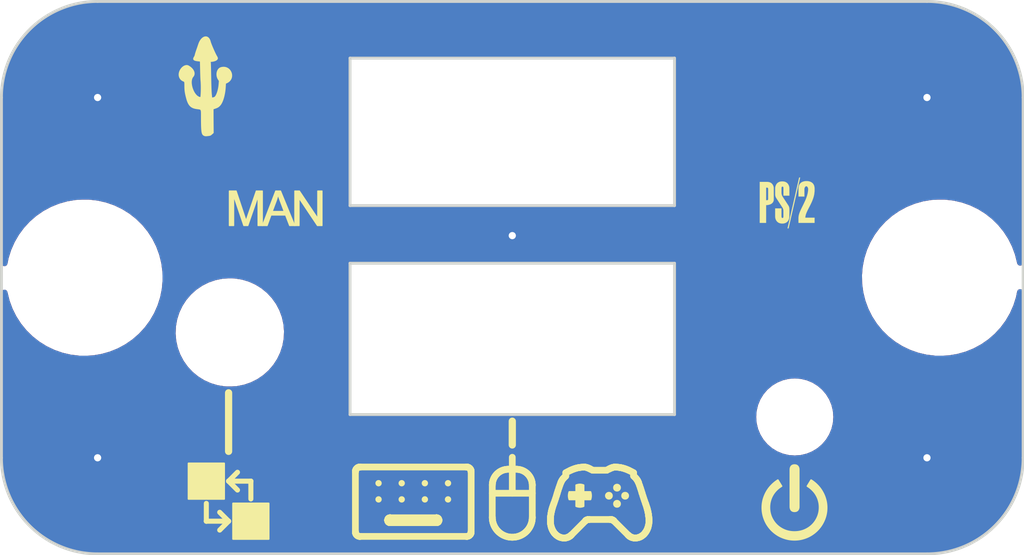
<source format=kicad_pcb>
(kicad_pcb (version 20211014) (generator pcbnew)
  (layers (0 "F.Cu" signal) (31 "B.Cu" signal) (34 "B.Paste" user) (35 "F.Paste" user) (36 "B.SilkS" user "B.Silkscreen") (37 "F.SilkS" user "F.Silkscreen") (38 "B.Mask" user) (39 "F.Mask" user) (44 "Edge.Cuts" user))
  (net 0 "")
  (net 1 "GND")
  (footprint "ps2pcb:rearpanel" (layer "F.Cu") (at 154 98)
    (fp_text reference "REF**" hide)
    (fp_text value "rearpanel" hide)
    (fp_line (start -6.75 -9.14) (end -6.75 -3) (layer "Edge.Cuts") (width 0.12))
    (fp_line (start -6.75 -9.14) (end 6.75 -9.14) (layer "Edge.Cuts") (width 0.12))
    (fp_line (start -6.75 -0.6) (end 6.75 -0.6) (layer "Edge.Cuts") (width 0.12))
    (fp_line (start 6.75 -3) (end 6.75 -9.14) (layer "Edge.Cuts") (width 0.12))
    (fp_line (start -6.75 5.7) (end 6.75 5.7) (layer "Edge.Cuts") (width 0.12))
    (fp_line (start 17.25 11.5) (end -17.25 11.5) (layer "Edge.Cuts") (width 0.12))
    (fp_line (start 6.75 -0.6) (end 6.75 5.7) (layer "Edge.Cuts") (width 0.12))
    (fp_line (start -21.25 7.5) (end -21.25 -7.5) (layer "Edge.Cuts") (width 0.12))
    (fp_line (start 21.25 7.5) (end 21.25 -7.5) (layer "Edge.Cuts") (width 0.12))
    (fp_line (start -6.75 -0.6) (end -6.75 5.7) (layer "Edge.Cuts") (width 0.12))
    (fp_line (start -6.75 -3) (end 6.75 -3) (layer "Edge.Cuts") (width 0.12))
    (fp_line (start -17.25 -11.5) (end 17.25 -11.5) (layer "Edge.Cuts") (width 0.12))
    (fp_arc (start 17.25 -11.5) (mid 20.078427 -10.328427) (end 21.25 -7.5) (layer "Edge.Cuts") (width 0.12))
    (fp_arc (start -17.25 11.5) (mid -20.078427 10.328427) (end -21.25 7.5) (layer "Edge.Cuts") (width 0.12))
    (fp_arc (start 21.25 7.5) (mid 20.078427 10.328427) (end 17.25 11.5) (layer "Edge.Cuts") (width 0.12))
    (fp_arc (start -21.25 -7.5) (mid -20.078427 -10.328427) (end -17.25 -11.5) (layer "Edge.Cuts") (width 0.12))
    (pad "" np_thru_hole circle (at -17.8 0) (size 3.5 3.5) (drill 3.5) (layers F&B.Cu *.Mask) (clearance 1.5))
    (pad "" np_thru_hole circle (at -11.75 2.28) (size 4 4) (drill 4) (layers F&B.Cu *.Mask))
    (pad "" np_thru_hole circle (at 17.8 0) (size 3.5 3.5) (drill 3.5) (layers F&B.Cu *.Mask) (clearance 1.5))
    (zone (net 0) (net_name "") (layers F&B.Cu) (connect_pads (clearance 0)) (min_thickness 0.254)
      (keepout (tracks allowed) (vias allowed) (pads allowed) (copperpour not_allowed) (footprints allowed))
      (fill (thermal_gap 0.508) (thermal_bridge_width 0.508))
      (polygon (pts (xy 167.354948 103.8) (xy 167.335188 103.548931) (xy 167.276396 103.304044) (xy 167.180019 103.071369) (xy 167.04843 102.856635) (xy 166.88487 102.66513) (xy 166.693365 102.50157) (xy 166.478631 102.369981) (xy 166.245956 102.273604) (xy 166.001069 102.214812) (xy 165.75 102.195052) (xy 165.498931 102.214812) (xy 165.254044 102.273604) (xy 165.021369 102.369981) (xy 164.806635 102.50157) (xy 164.61513 102.66513) (xy 164.45157 102.856635) (xy 164.319981 103.071369) (xy 164.223604 103.304044) (xy 164.164812 103.548931) (xy 164.145052 103.8) (xy 164.164812 104.051069) (xy 164.223604 104.295956) (xy 164.319981 104.528631) (xy 164.45157 104.743365) (xy 164.61513 104.93487) (xy 164.806635 105.09843) (xy 165.021369 105.230019) (xy 165.254044 105.326396) (xy 165.498931 105.385188) (xy 165.75 105.404948) (xy 166.001069 105.385188) (xy 166.245956 105.326396) (xy 166.478631 105.230019) (xy 166.693365 105.09843) (xy 166.88487 104.93487) (xy 167.04843 104.743365) (xy 167.180019 104.528631) (xy 167.276396 104.295956) (xy 167.335188 104.051069)))
    )
  )
  (gr_line (start 156.32026 106.072477) (end 156.366513 106.049071) (layer "F.SilkS") (width 0.28))
  (gr_line (start 147.474142 106.066747) (end 147.474885 106.056965) (layer "F.SilkS") (width 0.28))
  (gr_line (start 156.434713 108.734328) (end 156.426695 108.741127) (layer "F.SilkS") (width 0.28))
  (gr_line (start 157.134092 108.07558) (end 157.12941 108.076861) (layer "F.SilkS") (width 0.28))
  (gr_line (start 159.251643 106.534662) (end 159.255948 106.545933) (layer "F.SilkS") (width 0.28))
  (gr_line (start 158.949228 108.807107) (end 158.940138 108.802983) (layer "F.SilkS") (width 0.28))
  (gr_line (start 147.489028 106.001684) (end 147.492885 105.993152) (layer "F.SilkS") (width 0.28))
  (gr_line (start 159.255948 106.545933) (end 159.294288 106.652261) (layer "F.SilkS") (width 0.28))
  (gr_line (start 153.357111 108.506167) (end 153.332437 108.474736) (layer "F.SilkS") (width 0.28))
  (gr_line (start 152.288312 106.056965) (end 152.289056 106.066747) (layer "F.SilkS") (width 0.28))
  (gr_line (start 150.849638 108.195316) (end 150.844682 108.195441) (layer "F.SilkS") (width 0.291491))
  (gr_line (start 147.666507 105.884043) (end 147.666507 105.884043) (layer "F.SilkS") (width 0.28))
  (gr_line (start 158.653125 105.946119) (end 158.676391 105.953894) (layer "F.SilkS") (width 0.28))
  (gr_line (start 155.621665 108.384475) (end 155.621665 108.384475) (layer "F.SilkS") (width 0.28))
  (gr_line (start 150.937958 108.075064) (end 150.939034 108.079724) (layer "F.SilkS") (width 0.291491))
  (gr_line (start 155.586447 108.034064) (end 155.587701 108.010157) (layer "F.SilkS") (width 0.28))
  (gr_line (start 153.434504 106.109884) (end 153.460606 106.09135) (layer "F.SilkS") (width 0.28))
  (gr_line (start 158.11327 108.070844) (end 158.108519 108.070231) (layer "F.SilkS") (width 0.28))
  (gr_line (start 152.289307 108.580677) (end 152.289307 108.580677) (layer "F.SilkS") (width 0.28))
  (gr_line (start 148.857254 108.024817) (end 148.860893 108.021958) (layer "F.SilkS") (width 0.291491))
  (gr_line (start 158.221622 108.122391) (end 158.217951 108.118992) (layer "F.SilkS") (width 0.28))
  (gr_poly (pts (xy 166.272699 93.980697) (xy 166.304744 93.983761) (xy 166.335991 93.988965) (xy 166.366232 93.996398) (xy 166.380909 94.000978) (xy 166.395256 94.006147) (xy 166.409246 94.011918) (xy 166.422853 94.0183) (xy 166.436052 94.025305) (xy 166.448816 94.032945) (xy 166.461118 94.041228) (xy 166.472933 94.050168) (xy 166.484234 94.059774) (xy 166.494995 94.070058) (xy 166.50519 94.081031) (xy 166.514794 94.092703) (xy 166.523778 94.105086) (xy 166.532118 94.11819) (xy 166.539787 94.132027) (xy 166.54676 94.146607) (xy 166.553009 94.161941) (xy 166.558508 94.178041) (xy 166.563232 94.194917) (xy 166.567155 94.21258) (xy 166.570249 94.231042) (xy 166.572489 94.250312) (xy 166.573849 94.270403) (xy 166.574303 94.291325) (xy 166.574275 94.363211) (xy 166.573155 94.408028) (xy 166.569921 94.452183) (xy 166.564716 94.495683) (xy 166.557679 94.538534) (xy 166.548952 94.580745) (xy 166.538675 94.622322) (xy 166.52699 94.663273) (xy 166.514036 94.703604) (xy 166.48489 94.782438) (xy 166.452363 94.858881) (xy 166.417582 94.932991) (xy 166.381675 95.004825) (xy 166.31099 95.141897) (xy 166.278466 95.20725) (xy 166.249325 95.270557) (xy 166.224692 95.331877) (xy 166.214419 95.361809) (xy 166.205695 95.391267) (xy 166.198663 95.420255) (xy 166.193462 95.448783) (xy 166.190233 95.476857) (xy 166.189119 95.504485) (xy 166.573836 95.504636) (xy 166.573714 95.719482) (xy 165.904994 95.719217) (xy 165.905081 95.504418) (xy 165.906246 95.47507) (xy 165.909618 95.445004) (xy 165.922395 95.382792) (xy 165.942233 95.317942) (xy 165.967955 95.250613) (xy 165.998386 95.180963) (xy 166.032347 95.109152) (xy 166.106156 94.959681) (xy 166.179967 94.803472) (xy 166.21393 94.723238) (xy 166.244364 94.641796) (xy 166.270091 94.559305) (xy 166.289934 94.475925) (xy 166.297281 94.433951) (xy 166.302716 94.391814) (xy 166.306091 94.349534) (xy 166.30726 94.30713) (xy 166.307168 94.302591) (xy 166.306892 94.297968) (xy 166.306433 94.293277) (xy 166.305796 94.288532) (xy 166.304984 94.283748) (xy 166.304001 94.27894) (xy 166.30285 94.274124) (xy 166.301534 94.269314) (xy 166.300057 94.264524) (xy 166.298422 94.259771) (xy 166.296633 94.255068) (xy 166.294693 94.250431) (xy 166.292606 94.245875) (xy 166.290374 94.241415) (xy 166.288002 94.237065) (xy 166.285493 94.23284) (xy 166.28285 94.228756) (xy 166.280077 94.224827) (xy 166.277177 94.221068) (xy 166.274153 94.217494) (xy 166.271009 94.21412) (xy 166.267749 94.210961) (xy 166.264376 94.208033) (xy 166.260893 94.205349) (xy 166.257303 94.202924) (xy 166.253611 94.200774) (xy 166.249819 94.198914) (xy 166.245931 94.197359) (xy 166.24195 94.196122) (xy 166.23788 94.19522) (xy 166.233725 94.194668) (xy 166.229487 94.194479) (xy 166.225249 94.194665) (xy 166.221093 94.195215) (xy 166.217023 94.196114) (xy 166.213041 94.197347) (xy 166.209152 94.1989) (xy 166.205359 94.200757) (xy 166.201665 94.202904) (xy 166.198073 94.205326) (xy 166.194588 94.208007) (xy 166.191212 94.210933) (xy 166.18795 94.214089) (xy 166.184803 94.217461) (xy 166.178874 94.224788) (xy 166.173451 94.232797) (xy 166.168563 94.241368) (xy 166.164237 94.250381) (xy 166.1605 94.259718) (xy 166.157381 94.269258) (xy 166.154906 94.278882) (xy 166.153103 94.288472) (xy 166.152 94.297908) (xy 166.151623 94.30707) (xy 166.151499 94.621835) (xy 165.905453 94.62174) (xy 165.905583 94.29106) (xy 165.906053 94.270139) (xy 165.907429 94.250049) (xy 165.909685 94.23078) (xy 165.912794 94.212321) (xy 165.91673 94.194661) (xy 165.921468 94.177788) (xy 165.92698 94.161693) (xy 165.933241 94.146363) (xy 165.940225 94.131789) (xy 165.947905 94.117958) (xy 165.956256 94.10486) (xy 165.96525 94.092485) (xy 165.974862 94.08082) (xy 165.985066 94.069856) (xy 165.995836 94.05958) (xy 166.007144 94.049983) (xy 166.018966 94.041052) (xy 166.031275 94.032778) (xy 166.044044 94.025149) (xy 166.057249 94.018154) (xy 166.070861 94.011783) (xy 166.084856 94.006023) (xy 166.113887 93.996297) (xy 166.144133 93.988888) (xy 166.175385 93.983709) (xy 166.207432 93.980671) (xy 166.240066 93.979687)) (layer "F.SilkS") (width 0.003) (fill solid))
  (gr_line (start 155.66803 108.503506) (end 155.661259 108.489261) (layer "F.SilkS") (width 0.28))
  (gr_line (start 148.847226 108.163889) (end 148.844199 108.160394) (layer "F.SilkS") (width 0.291491))
  (gr_line (start 158.950568 106.072477) (end 158.997713 106.09722) (layer "F.SilkS") (width 0.28))
  (gr_line (start 159.6019 107.585576) (end 159.608448 107.607448) (layer "F.SilkS") (width 0.28))
  (gr_line (start 158.136605 108.07558) (end 158.131994 108.074409) (layer "F.SilkS") (width 0.28))
  (gr_poly (pts (xy 166.465099 106.453502) (xy 166.499876 106.477528) (xy 166.533906 106.502613) (xy 166.567187 106.528758) (xy 166.599721 106.555963) (xy 166.631507 106.584226) (xy 166.662544 106.613549) (xy 166.692834 106.643932) (xy 166.707652 106.659248) (xy 166.722189 106.674782) (xy 166.736446 106.690535) (xy 166.750422 106.706506) (xy 166.764118 106.722695) (xy 166.777534 106.739102) (xy 166.790669 106.755727) (xy 166.803523 106.77257) (xy 166.816097 106.789632) (xy 166.828391 106.806912) (xy 166.840404 106.82441) (xy 166.852137 106.842126) (xy 166.863589 106.860061) (xy 166.874761 106.878214) (xy 166.885652 106.896584) (xy 166.896263 106.915173) (xy 166.917079 106.952381) (xy 166.936649 106.990212) (xy 166.954973 107.028666) (xy 166.97205 107.067743) (xy 166.98788 107.107443) (xy 167.002464 107.147767) (xy 167.015801 107.188714) (xy 167.027891 107.230285) (xy 167.03911 107.272323) (xy 167.048833 107.314673) (xy 167.05706 107.357334) (xy 167.063791 107.400307) (xy 167.069027 107.443592) (xy 167.072766 107.487188) (xy 167.07501 107.531096) (xy 167.075758 107.575316) (xy 167.07501 107.621467) (xy 167.072766 107.667183) (xy 167.069027 107.712462) (xy 167.063791 107.757304) (xy 167.05706 107.801711) (xy 167.048833 107.845681) (xy 167.03911 107.889216) (xy 167.027891 107.932314) (xy 167.015302 107.974382) (xy 167.001466 108.015827) (xy 166.986384 108.05665) (xy 166.970055 108.096849) (xy 166.952479 108.136426) (xy 166.933657 108.175379) (xy 166.913588 108.213709) (xy 166.892273 108.251416) (xy 166.870241 108.287938) (xy 166.847025 108.323712) (xy 166.822625 108.358738) (xy 166.79704 108.393017) (xy 166.770272 108.426547) (xy 166.742319 108.45933) (xy 166.713183 108.491365) (xy 166.682862 108.522653) (xy 166.652011 108.552537) (xy 166.620288 108.581362) (xy 166.604099 108.595377) (xy 166.587692 108.609127) (xy 166.571067 108.622613) (xy 166.554224 108.635833) (xy 166.519883 108.66148) (xy 166.484669 108.686067) (xy 166.448584 108.709595) (xy 166.411625 108.732063) (xy 166.374355 108.75291) (xy 166.336336 108.772573) (xy 166.29757 108.791052) (xy 166.258056 108.808348) (xy 166.217794 108.824459) (xy 166.176784 108.839387) (xy 166.135027 108.85313) (xy 166.092521 108.865689) (xy 166.049922 108.876907) (xy 166.006886 108.88663) (xy 165.963415 108.894857) (xy 165.919507 108.901587) (xy 165.875163 108.906822) (xy 165.830383 108.910562) (xy 165.785166 108.912805) (xy 165.739514 108.913553) (xy 165.693362 108.912805) (xy 165.647647 108.910562) (xy 165.602368 108.906822) (xy 165.557525 108.901587) (xy 165.513119 108.894857) (xy 165.469148 108.88663) (xy 165.425615 108.876907) (xy 165.382517 108.865689) (xy 165.340448 108.85313) (xy 165.299002 108.839387) (xy 165.258179 108.824459) (xy 165.21798 108.808348) (xy 165.178404 108.791052) (xy 165.139452 108.772573) (xy 165.101122 108.75291) (xy 165.063416 108.732063) (xy 165.026893 108.709595) (xy 164.991119 108.686067) (xy 164.956092 108.66148) (xy 164.921813 108.635833) (xy 164.888282 108.609127) (xy 164.855499 108.581362) (xy 164.823464 108.552537) (xy 164.792177 108.522653) (xy 164.762292 108.491365) (xy 164.733466 108.45933) (xy 164.7057 108.426547) (xy 164.678994 108.393017) (xy 164.653348 108.358738) (xy 164.628761 108.323712) (xy 164.605234 108.287938) (xy 164.582766 108.251416) (xy 164.561918 108.213709) (xy 164.542254 108.175379) (xy 164.523775 108.136426) (xy 164.50648 108.096849) (xy 164.490369 108.05665) (xy 164.475443 108.015827) (xy 164.461701 107.974382) (xy 164.449143 107.932314) (xy 164.437924 107.889216) (xy 164.428201 107.845681) (xy 164.419974 107.801711) (xy 164.413243 107.757304) (xy 164.408008 107.712462) (xy 164.404268 107.667183) (xy 164.402024 107.621467) (xy 164.401276 107.575316) (xy 164.401993 107.531096) (xy 164.404143 107.487188) (xy 164.407727 107.443592) (xy 164.412744 107.400307) (xy 164.419195 107.357334) (xy 164.427079 107.314673) (xy 164.436397 107.272323) (xy 164.447148 107.230285) (xy 164.459675 107.188714) (xy 164.473324 107.147767) (xy 164.488095 107.107443) (xy 164.503988 107.067743) (xy 164.521003 107.028666) (xy 164.539139 106.990212) (xy 164.558398 106.952381) (xy 164.578778 106.915173) (xy 164.600748 106.878214) (xy 164.623777 106.842126) (xy 164.647865 106.806912) (xy 164.673013 106.77257) (xy 164.699221 106.739102) (xy 164.726488 106.706506) (xy 164.754814 106.674782) (xy 164.7842 106.643932) (xy 164.81449 106.613549) (xy 164.845527 106.584226) (xy 164.877313 106.555963) (xy 164.909847 106.528758) (xy 164.943128 106.502613) (xy 164.977158 106.477528) (xy 165.011935 106.453502) (xy 165.04746 106.430535) (xy 165.199034 106.679834) (xy 165.170458 106.697658) (xy 165.142567 106.716231) (xy 165.115362 106.735551) (xy 165.088843 106.75562) (xy 165.063009 106.776437) (xy 165.037861 106.798001) (xy 165.013399 106.820314) (xy 164.989622 106.843375) (xy 164.978255 106.854927) (xy 164.967091 106.866652) (xy 164.95613 106.878547) (xy 164.945371 106.890615) (xy 164.934815 106.902853) (xy 164.924461 106.915264) (xy 164.91431 106.927846) (xy 164.904362 106.940599) (xy 164.894616 106.953524) (xy 164.885073 106.96662) (xy 164.875732 106.979887) (xy 164.866594 106.993326) (xy 164.857658 107.006936) (xy 164.848925 107.020718) (xy 164.840394 107.034671) (xy 164.832066 107.048795) (xy 164.81608 107.077029) (xy 164.801028 107.105886) (xy 164.786911 107.135366) (xy 164.773729 107.165469) (xy 164.761483 107.196195) (xy 164.750171 107.227544) (xy 164.739794 107.259516) (xy 164.730352 107.292111) (xy 164.721938 107.324708) (xy 164.714645 107.357678) (xy 164.708475 107.391022) (xy 164.703427 107.424739) (xy 164.699501 107.45883) (xy 164.696696 107.493295) (xy 164.695013 107.528134) (xy 164.694453 107.563349) (xy 164.694764 107.590405) (xy 164.695699 107.617229) (xy 164.697257 107.643818) (xy 164.699438 107.670174) (xy 164.702243 107.696296) (xy 164.70567 107.722185) (xy 164.709721 107.747839) (xy 164.714396 107.77326) (xy 164.719693 107.798448) (xy 164.725614 107.823401) (xy 164.732158 107.848121) (xy 164.739325 107.872607) (xy 164.747116 107.896859) (xy 164.75553 107.920877) (xy 164.764567 107.944661) (xy 164.774228 107.968211) (xy 164.784675 107.991458) (xy 164.795574 108.014331) (xy 164.806925 108.03683) (xy 164.818727 108.058955) (xy 164.830982 108.080706) (xy 164.843688 108.102084) (xy 164.856846 108.123087) (xy 164.870456 108.143717) (xy 164.884518 108.163973) (xy 164.899032 108.183854) (xy 164.913998 108.203362) (xy 164.929416 108.222496) (xy 164.945285 108.241255) (xy 164.961607 108.259641) (xy 164.97838 108.277652) (xy 164.995606 108.295289) (xy 165.013493 108.312265) (xy 165.031754 108.328789) (xy 165.050389 108.344861) (xy 165.069398 108.360482) (xy 165.088781 108.37565) (xy 165.108538 108.390367) (xy 165.128669 108.404632) (xy 165.149174 108.418445) (xy 165.170053 108.431806) (xy 165.191306 108.444715) (xy 165.212933 108.457172) (xy 165.234933 108.469178) (xy 165.257308 108.480731) (xy 165.280056 108.491833) (xy 165.303178 108.502483) (xy 165.326674 108.512681) (xy 165.350716 108.5221) (xy 165.374976 108.530911) (xy 165.399454 108.539114) (xy 165.424151 108.54671) (xy 165.449065 108.553698) (xy 165.474198 108.560079) (xy 165.499549 108.565851) (xy 165.525118 108.571016) (xy 165.550904 108.575574) (xy 165.57691 108.579524) (xy 165.603133 108.582866) (xy 165.629574 108.5856) (xy 165.656234 108.587727) (xy 165.683111 108.589246) (xy 165.710207 108.590157) (xy 165.737521 108.590461) (xy 165.765068 108.590157) (xy 165.792366 108.589246) (xy 165.819415 108.587727) (xy 165.846214 108.5856) (xy 165.872765 108.582866) (xy 165.899066 108.579524) (xy 165.925117 108.575574) (xy 165.95092 108.571016) (xy 165.976473 108.565851) (xy 166.001777 108.560079) (xy 166.026831 108.553698) (xy 166.051637 108.54671) (xy 166.076193 108.539114) (xy 166.100499 108.530911) (xy 166.124557 108.5221) (xy 166.148365 108.512681) (xy 166.172095 108.502483) (xy 166.19542 108.491833) (xy 166.21834 108.480731) (xy 166.240855 108.469178) (xy 166.262965 108.457172) (xy 166.284669 108.444715) (xy 166.305969 108.431806) (xy 166.326863 108.418445) (xy 166.347352 108.404632) (xy 166.367436 108.390367) (xy 166.387115 108.37565) (xy 166.406389 108.360482) (xy 166.425258 108.344861) (xy 166.443721 108.328789) (xy 166.46178 108.312265) (xy 166.479433 108.295289) (xy 166.496892 108.277652) (xy 166.513867 108.259641) (xy 166.53036 108.241255) (xy 166.54637 108.222496) (xy 166.561896 108.203362) (xy 166.57694 108.183854) (xy 166.591501 108.163973) (xy 166.605578 108.143717) (xy 166.619173 108.123087) (xy 166.632285 108.102084) (xy 166.644913 108.080706) (xy 166.657059 108.058955) (xy 166.668721 108.03683) (xy 166.679901 108.014331) (xy 166.690597 107.991458) (xy 166.700811 107.968211) (xy 166.710713 107.944661) (xy 166.719975 107.920877) (xy 166.7286 107.896859) (xy 166.736585 107.872607) (xy 166.743932 107.848121) (xy 166.750639 107.823401) (xy 166.756708 107.798448) (xy 166.762138 107.77326) (xy 166.76693 107.747839) (xy 166.771082 107.722185) (xy 166.774596 107.696296) (xy 166.777471 107.670174) (xy 166.779707 107.643818) (xy 166.781304 107.617229) (xy 166.782262 107.590405) (xy 166.782582 107.563349) (xy 166.782021 107.528134) (xy 166.780338 107.493295) (xy 166.777533 107.45883) (xy 166.773606 107.424739) (xy 166.768558 107.391022) (xy 166.762388 107.357678) (xy 166.755096 107.324708) (xy 166.746682 107.292111) (xy 166.73724 107.259516) (xy 166.726863 107.227544) (xy 166.715551 107.196195) (xy 166.703305 107.165469) (xy 166.690123 107.135366) (xy 166.676006 107.105886) (xy 166.660954 107.077029) (xy 166.644968 107.048795) (xy 166.628078 107.020718) (xy 166.610316 106.993326) (xy 166.591681 106.96662) (xy 166.572173 106.940599) (xy 166.551793 106.915264) (xy 166.53054 106.890615) (xy 166.508415 106.866652) (xy 166.485417 106.843375) (xy 166.473856 106.831751) (xy 166.462107 106.820314) (xy 166.450172 106.809064) (xy 166.43805 106.798001) (xy 166.425741 106.787125) (xy 166.413245 106.776437) (xy 166.400562 106.765935) (xy 166.387692 106.75562) (xy 166.374635 106.745492) (xy 166.361391 106.735551) (xy 166.34796 106.725798) (xy 166.334342 106.716231) (xy 166.306545 106.697658) (xy 166.278 106.679834) (xy 166.429574 106.430535)) (layer "F.SilkS") (width 0.07) (fill solid))
  (gr_line (start 155.914119 108.775008) (end 155.90087 108.767053) (layer "F.SilkS") (width 0.28))
  (gr_line (start 156.320703 108.805325) (end 156.320703 108.805325) (layer "F.SilkS") (width 0.28))
  (gr_poly (pts (xy 143.865946 108.880875) (xy 142.38428 108.880875) (xy 142.38428 107.399208) (xy 143.865946 107.399208)) (layer "F.SilkS") (width 0.07) (fill solid))
  (gr_line (start 159.631854 107.695494) (end 159.637009 107.717646) (layer "F.SilkS") (width 0.28))
  (gr_line (start 157.152816 108.071568) (end 157.148135 108.072403) (layer "F.SilkS") (width 0.28))
  (gr_line (start 147.646814 105.885037) (end 147.656595 105.884293) (layer "F.SilkS") (width 0.28))
  (gr_line (start 147.501777 105.976781) (end 147.506787 105.968965) (layer "F.SilkS") (width 0.28))
  (gr_line (start 158.181778 108.093414) (end 158.177411 108.091129) (layer "F.SilkS") (width 0.28))
  (gr_line (start 157.927422 106.018087) (end 158.009453 105.97529) (layer "F.SilkS") (width 0.28))
  (gr_line (start 153.193582 108.184542) (end 153.184316 108.144196) (layer "F.SilkS") (width 0.28))
  (gr_line (start 154.589231 108.565231) (end 154.560348 108.592762) (layer "F.SilkS") (width 0.28))
  (gr_line (start 156.109177 108.836949) (end 156.092668 108.835194) (layer "F.SilkS") (width 0.28))
  (gr_line (start 155.621665 108.384475) (end 155.612888 108.352849) (layer "F.SilkS") (width 0.28))
  (gr_line (start 147.477804 108.619496) (end 147.47611 108.61001) (layer "F.SilkS") (width 0.28))
  (gr_line (start 153.40936 106.129624) (end 153.434504 106.109884) (layer "F.SilkS") (width 0.28))
  (gr_line (start 153.170886 106.575649) (end 153.175107 106.542242) (layer "F.SilkS") (width 0.28))
  (gr_line (start 159.666823 107.873432) (end 159.669888 107.896197) (layer "F.SilkS") (width 0.28))
  (gr_line (start 158.823111 108.721844) (end 158.815483 108.714378) (layer "F.SilkS") (width 0.28))
  (gr_line (start 148.822332 108.094177) (end 148.822704 108.089286) (layer "F.SilkS") (width 0.291491))
  (gr_line (start 147.566629 105.911928) (end 147.574695 105.90729) (layer "F.SilkS") (width 0.28))
  (gr_line (start 155.631584 108.415319) (end 155.626485 108.399988) (layer "F.SilkS") (width 0.28))
  (gr_line (start 154 105.478379) (end 154 106.976952) (layer "F.SilkS") (width 0.28))
  (gr_line (start 156.157536 106.32258) (end 156.173418 106.306392) (layer "F.SilkS") (width 0.28))
  (gr_line (start 159.222888 106.471133) (end 159.228029 106.481233) (layer "F.SilkS") (width 0.28))
  (gr_line (start 153.487624 106.074061) (end 153.515516 106.05806) (layer "F.SilkS") (width 0.28))
  (gr_line (start 156.710013 105.920037) (end 156.733976 105.91477) (layer "F.SilkS") (width 0.28))
  (gr_line (start 159.23303 106.491529) (end 159.237893 106.50202) (layer "F.SilkS") (width 0.28))
  (gr_line (start 152.277619 108.646905) (end 152.27417 108.655652) (layer "F.SilkS") (width 0.28))
  (gr_line (start 148.903848 108.003935) (end 148.908668 108.003322) (layer "F.SilkS") (width 0.291491))
  (gr_line (start 157.018629 105.890476) (end 157.030387 105.891451) (layer "F.SilkS") (width 0.28))
  (gr_line (start 158.210401 108.112528) (end 158.206521 108.109463) (layer "F.SilkS") (width 0.28))
  (gr_line (start 155.862627 108.741349) (end 155.850381 108.732168) (layer "F.SilkS") (width 0.28))
  (gr_line (start 156.348894 108.792285) (end 156.339623 108.796854) (layer "F.SilkS") (width 0.28))
  (gr_line (start 159.217608 106.461227) (end 159.222888 106.471133) (layer "F.SilkS") (width 0.28))
  (gr_line (start 147.474142 108.590589) (end 147.473891 108.580677) (layer "F.SilkS") (width 0.28))
  (gr_line (start 158.629692 105.938846) (end 158.653125 105.946119) (layer "F.SilkS") (width 0.28))
  (gr_line (start 153.309268 108.442109) (end 153.287658 108.408337) (layer "F.SilkS") (width 0.28))
  (gr_line (start 148.847226 108.034378) (end 148.850415 108.031033) (layer "F.SilkS") (width 0.291491))
  (gr_line (start 155.636296 107.695494) (end 155.64173 107.673399) (layer "F.SilkS") (width 0.28))
  (gr_line (start 159.685715 108.133037) (end 159.685715 108.133037) (layer "F.SilkS") (width 0.28))
  (gr_line (start 148.833831 108.053227) (end 148.83615 108.049194) (layer "F.SilkS") (width 0.291491))
  (gr_line (start 150.849638 108.00295) (end 150.854529 108.003322) (layer "F.SilkS") (width 0.291491))
  (gr_line (start 156.044645 108.826918) (end 156.029139 108.823156) (layer "F.SilkS") (width 0.28))
  (gr_line (start 153.249314 108.337564) (end 153.232684 108.300665) (layer "F.SilkS") (width 0.28))
  (gr_line (start 147.473891 108.580677) (end 147.473891 106.076659) (layer "F.SilkS") (width 0.28))
  (gr_line (start 150.905943 108.024817) (end 150.909438 108.027844) (layer "F.SilkS") (width 0.291491))
  (gr_line (start 150.909438 108.027844) (end 150.912782 108.031033) (layer "F.SilkS") (width 0.291491))
  (gr_line (start 154.301066 105.991388) (end 154.333342 105.998801) (layer "F.SilkS") (width 0.28))
  (gr_line (start 147.637174 105.886262) (end 147.646814 105.885037) (layer "F.SilkS") (width 0.28))
  (gr_line (start 159.24079 108.823156) (end 159.225284 108.826918) (layer "F.SilkS") (width 0.28))
  (gr_line (start 156.09958 106.389005) (end 156.113234 106.372148) (layer "F.SilkS") (width 0.28))
  (gr_line (start 159.294288 106.652261) (end 159.330845 106.759035) (layer "F.SilkS") (width 0.28))
  (gr_line (start 155.584802 108.16427) (end 155.584217 108.133037) (layer "F.SilkS") (width 0.28))
  (gr_line (start 148.824164 108.118543) (end 148.823317 108.1138) (layer "F.SilkS") (width 0.291491))
  (gr_line (start 158.159244 108.083104) (end 158.159244 108.083104) (layer "F.SilkS") (width 0.28))
  (gr_line (start 158.830836 108.729089) (end 158.823111 108.721844) (layer "F.SilkS") (width 0.28))
  (gr_line (start 155.93775 106.759035) (end 155.974865 106.652261) (layer "F.SilkS") (width 0.28))
  (gr_line (start 154.166509 105.977903) (end 154.200883 105.978767) (layer "F.SilkS") (width 0.28))
  (gr_line (start 148.903848 108.194332) (end 148.899106 108.193485) (layer "F.SilkS") (width 0.291491))
  (gr_line (start 155.64173 107.673399) (end 155.647441 107.651359) (layer "F.SilkS") (width 0.28))
  (gr_line (start 152.211936 108.735027) (end 152.204384 108.740397) (layer "F.SilkS") (width 0.28))
  (gr_line (start 158.020153 105.969578) (end 158.030852 105.964033) (layer "F.SilkS") (width 0.28))
  (gr_line (start 156.189858 106.290371) (end 156.206854 106.274516) (layer "F.SilkS") (width 0.28))
  (gr_line (start 159.648265 108.384475) (end 159.648265 108.384475) (layer "F.SilkS") (width 0.28))
  (gr_line (start 152.180198 105.903037) (end 152.188503 105.90729) (layer "F.SilkS") (width 0.28))
  (gr_line (start 158.009453 105.97529) (end 158.020153 105.969578) (layer "F.SilkS") (width 0.28))
  (gr_line (start 154.395971 106.01819) (end 154.426241 106.030083) (layer "F.SilkS") (width 0.28))
  (gr_line (start 159.09735 106.306392) (end 159.113288 106.32258) (layer "F.SilkS") (width 0.28))
  (gr_line (start 158.127398 105.920565) (end 158.138293 105.916442) (layer "F.SilkS") (width 0.28))
  (gr_line (start 148.822332 108.104089) (end 148.822207 108.099133) (layer "F.SilkS") (width 0.291491))
  (gr_line (start 156.418552 108.747702) (end 156.410284 108.754055) (layer "F.SilkS") (width 0.28))
  (gr_line (start 157.174886 105.934274) (end 157.174886 105.934274) (layer "F.SilkS") (width 0.28))
  (gr_line (start 154 108.808541) (end 153.957032 108.807462) (layer "F.SilkS") (width 0.28))
  (gr_line (start 156.142212 106.338935) (end 156.157536 106.32258) (layer "F.SilkS") (width 0.28))
  (gr_line (start 159.237893 106.50202) (end 159.242615 106.512706) (layer "F.SilkS") (width 0.28))
  (gr_line (start 150.854529 108.194944) (end 150.849638 108.195316) (layer "F.SilkS") (width 0.291491))
  (gr_line (start 154.466109 108.666733) (end 154.432337 108.688344) (layer "F.SilkS") (width 0.28))
  (gr_line (start 148.918515 108.195441) (end 148.918515 108.195441) (layer "F.SilkS") (width 0.291491))
  (gr_line (start 154.286827 108.758183) (end 154.248103 108.771234) (layer "F.SilkS") (width 0.28))
  (gr_line (start 156.09958 106.389005) (end 156.09958 106.389005) (layer "F.SilkS") (width 0.28))
  (gr_line (start 157.071942 108.101659) (end 157.068056 108.104278) (layer "F.SilkS") (width 0.28))
  (gr_line (start 147.591532 105.899179) (end 147.60028 105.895731) (layer "F.SilkS") (width 0.28))
  (gr_line (start 147.574695 108.750046) (end 147.566629 108.745408) (layer "F.SilkS") (width 0.28))
  (gr_line (start 153.21964 106.384204) (end 153.232943 106.354685) (layer "F.SilkS") (width 0.28))
  (gr_line (start 156.272847 108.823191) (end 156.263025 108.82597) (layer "F.SilkS") (width 0.28))
  (gr_poly (pts (xy 148.44193 107.136176) (xy 148.446821 107.136548) (xy 148.45164 107.137161) (xy 148.456383 107.138008) (xy 148.461043 107.139083) (xy 148.465613 107.140381) (xy 148.470088 107.141895) (xy 148.474461 107.143619) (xy 148.478727 107.145548) (xy 148.48288 107.147675) (xy 148.486913 107.149994) (xy 148.49082 107.152499) (xy 148.494596 107.155184) (xy 148.498235 107.158043) (xy 148.501729 107.16107) (xy 148.505074 107.164259) (xy 148.508263 107.167604) (xy 148.51129 107.171098) (xy 148.514149 107.174737) (xy 148.516834 107.178512) (xy 148.519339 107.18242) (xy 148.521658 107.186453) (xy 148.523785 107.190606) (xy 148.525713 107.194872) (xy 148.527438 107.199245) (xy 148.528952 107.20372) (xy 148.53025 107.20829) (xy 148.531325 107.21295) (xy 148.532172 107.217692) (xy 148.532785 107.222512) (xy 148.533157 107.227403) (xy 148.533282 107.232359) (xy 148.533157 107.237315) (xy 148.532785 107.242206) (xy 148.532172 107.247026) (xy 148.531325 107.251769) (xy 148.53025 107.256428) (xy 148.528952 107.260998) (xy 148.527438 107.265473) (xy 148.525713 107.269847) (xy 148.523785 107.274113) (xy 148.521658 107.278265) (xy 148.519339 107.282299) (xy 148.516834 107.286206) (xy 148.514149 107.289982) (xy 148.51129 107.29362) (xy 148.508263 107.297115) (xy 148.505074 107.300459) (xy 148.501729 107.303648) (xy 148.498235 107.306675) (xy 148.494596 107.309534) (xy 148.49082 107.312219) (xy 148.486913 107.314725) (xy 148.48288 107.317044) (xy 148.478727 107.31917) (xy 148.474461 107.321099) (xy 148.470088 107.322823) (xy 148.465613 107.324338) (xy 148.461043 107.325635) (xy 148.456383 107.326711) (xy 148.45164 107.327558) (xy 148.446821 107.32817) (xy 148.44193 107.328542) (xy 148.436974 107.328667) (xy 148.432018 107.328542) (xy 148.427127 107.32817) (xy 148.422307 107.327558) (xy 148.417564 107.326711) (xy 148.412905 107.325635) (xy 148.408335 107.324338) (xy 148.40386 107.322823) (xy 148.399486 107.321099) (xy 148.39522 107.31917) (xy 148.391067 107.317044) (xy 148.387034 107.314725) (xy 148.383127 107.312219) (xy 148.379351 107.309534) (xy 148.375713 107.306675) (xy 148.372218 107.303648) (xy 148.368874 107.300459) (xy 148.365685 107.297115) (xy 148.362658 107.29362) (xy 148.359798 107.289982) (xy 148.357113 107.286206) (xy 148.354608 107.282299) (xy 148.352289 107.278265) (xy 148.350162 107.274113) (xy 148.348234 107.269847) (xy 148.346509 107.265473) (xy 148.344995 107.260998) (xy 148.343697 107.256428) (xy 148.342622 107.251769) (xy 148.341775 107.247026) (xy 148.341163 107.242206) (xy 148.340791 107.237315) (xy 148.340665 107.232359) (xy 148.340791 107.227403) (xy 148.341163 107.222512) (xy 148.341775 107.217692) (xy 148.342622 107.21295) (xy 148.343697 107.20829) (xy 148.344995 107.20372) (xy 148.346509 107.199245) (xy 148.348234 107.194872) (xy 148.350162 107.190606) (xy 148.352289 107.186453) (xy 148.354608 107.18242) (xy 148.357113 107.178512) (xy 148.359798 107.174737) (xy 148.362658 107.171098) (xy 148.365685 107.167604) (xy 148.368874 107.164259) (xy 148.372218 107.16107) (xy 148.375713 107.158043) (xy 148.379351 107.155184) (xy 148.383127 107.152499) (xy 148.387034 107.149994) (xy 148.391067 107.147675) (xy 148.39522 107.145548) (xy 148.399486 107.143619) (xy 148.40386 107.141895) (xy 148.408335 107.140381) (xy 148.412905 107.139083) (xy 148.417564 107.138008) (xy 148.422307 107.137161) (xy 148.427127 107.136548) (xy 148.432018 107.136176) (xy 148.436974 107.136051)) (layer "F.SilkS") (width 0.07) (fill solid))
  (gr_line (start 147.47611 106.047326) (end 147.477804 106.03784) (layer "F.SilkS") (width 0.28))
  (gr_line (start 155.593135 107.940443) (end 155.593135 107.940443) (layer "F.SilkS") (width 0.28))
  (gr_line (start 159.554059 108.585176) (end 159.545136 108.598153) (layer "F.SilkS") (width 0.28))
  (gr_line (start 159.557765 107.448821) (end 159.573369 107.495074) (layer "F.SilkS") (width 0.28))
  (gr_line (start 158.846579 108.742908) (end 158.838659 108.73611) (layer "F.SilkS") (width 0.28))
  (gr_line (start 150.940865 108.094177) (end 150.94099 108.099133) (layer "F.SilkS") (width 0.291491))
  (gr_line (start 150.918998 108.037872) (end 150.921857 108.04151) (layer "F.SilkS") (width 0.291491))
  (gr_line (start 154.822982 108.103118) (end 154.815685 108.144196) (layer "F.SilkS") (width 0.28))
  (gr_line (start 155.584217 108.133037) (end 155.584356 108.107792) (layer "F.SilkS") (width 0.28))
  (gr_line (start 158.225223 108.125902) (end 158.225223 108.125902) (layer "F.SilkS") (width 0.28))
  (gr_line (start 143.125112 106.473166) (end 143.125112 107.214) (layer "F.SilkS") (width 0.21))
  (gr_line (start 158.896149 108.779019) (end 158.887643 108.773558) (layer "F.SilkS") (width 0.28))
  (gr_line (start 152.144828 108.767229) (end 152.135509 108.76938) (layer "F.SilkS") (width 0.28))
  (gr_line (start 152.266059 108.672489) (end 152.261421 108.680555) (layer "F.SilkS") (width 0.28))
  (gr_line (start 150.929366 108.053227) (end 150.931493 108.05738) (layer "F.SilkS") (width 0.291491))
  (gr_line (start 142.1988 102.7944) (end 142.1988 105.2328) (layer "F.SilkS") (width 0.3))
  (gr_line (start 152.116384 108.772299) (end 152.106603 108.773043) (layer "F.SilkS") (width 0.28))
  (gr_line (start 154.659919 106.195657) (end 154.680821 106.219803) (layer "F.SilkS") (width 0.28))
  (gr_line (start 159.621203 108.460227) (end 159.614913 108.474834) (layer "F.SilkS") (width 0.28))
  (gr_line (start 152.289056 108.590589) (end 152.288312 108.600371) (layer "F.SilkS") (width 0.28))
  (gr_line (start 159.497246 108.659319) (end 159.486916 108.670646) (layer "F.SilkS") (width 0.28))
  (gr_line (start 152.266059 105.984847) (end 152.270313 105.993152) (layer "F.SilkS") (width 0.28))
  (gr_line (start 147.558814 108.740397) (end 147.551262 108.735027) (layer "F.SilkS") (width 0.28))
  (gr_line (start 150.937958 108.123202) (end 150.936661 108.127772) (layer "F.SilkS") (width 0.291491))
  (gr_line (start 152.171665 108.758157) (end 152.162918 108.761605) (layer "F.SilkS") (width 0.28))
  (gr_line (start 159.614913 108.474834) (end 159.60833 108.489261) (layer "F.SilkS") (width 0.28))
  (gr_line (start 152.162918 108.761605) (end 152.153969 108.764634) (layer "F.SilkS") (width 0.28))
  (gr_line (start 153.635011 106.007749) (end 153.66666 105.998801) (layer "F.SilkS") (width 0.28))
  (gr_line (start 156.339623 108.796854) (end 156.330226 108.801201) (layer "F.SilkS") (width 0.28))
  (gr_line (start 155.631141 107.717646) (end 155.636296 107.695494) (layer "F.SilkS") (width 0.28))
  (gr_line (start 150.868751 108.005857) (end 150.873321 108.007155) (layer "F.SilkS") (width 0.291491))
  (gr_line (start 156.013986 106.545933) (end 156.013986 106.545933) (layer "F.SilkS") (width 0.28))
  (gr_line (start 159.545136 108.598153) (end 159.53592 108.61095) (layer "F.SilkS") (width 0.28))
  (gr_line (start 159.571028 108.558677) (end 159.56269 108.572017) (layer "F.SilkS") (width 0.28))
  (gr_poly (pts (xy 150.368099 106.462018) (xy 150.37299 106.46239) (xy 150.377809 106.463002) (xy 150.382552 106.463849) (xy 150.387212 106.464925) (xy 150.391782 106.466222) (xy 150.396257 106.467736) (xy 150.40063 106.469461) (xy 150.404896 106.47139) (xy 150.409049 106.473516) (xy 150.413082 106.475835) (xy 150.41699 106.47834) (xy 150.420765 106.481026) (xy 150.424404 106.483885) (xy 150.427898 106.486912) (xy 150.431243 106.490101) (xy 150.434432 106.493445) (xy 150.437459 106.49694) (xy 150.440318 106.500578) (xy 150.443003 106.504354) (xy 150.445508 106.508261) (xy 150.447827 106.512295) (xy 150.449954 106.516447) (xy 150.451883 106.520713) (xy 150.453607 106.525087) (xy 150.455121 106.529562) (xy 150.456419 106.534132) (xy 150.457494 106.538791) (xy 150.458341 106.543534) (xy 150.458954 106.548354) (xy 150.459326 106.553245) (xy 150.459451 106.558201) (xy 150.459326 106.563157) (xy 150.458954 106.568048) (xy 150.458341 106.572867) (xy 150.457494 106.57761) (xy 150.456419 106.58227) (xy 150.455121 106.58684) (xy 150.453607 106.591315) (xy 150.451883 106.595688) (xy 150.449954 106.599954) (xy 150.447827 106.604107) (xy 150.445508 106.60814) (xy 150.443003 106.612047) (xy 150.440318 106.615823) (xy 150.437459 106.619462) (xy 150.434432 106.622956) (xy 150.431243 106.626301) (xy 150.427898 106.62949) (xy 150.424404 106.632517) (xy 150.420765 106.635376) (xy 150.41699 106.638061) (xy 150.413082 106.640566) (xy 150.409049 106.642885) (xy 150.404896 106.645012) (xy 150.40063 106.646941) (xy 150.396257 106.648665) (xy 150.391782 106.650179) (xy 150.387212 106.651477) (xy 150.382552 106.652552) (xy 150.377809 106.653399) (xy 150.37299 106.654012) (xy 150.368099 106.654384) (xy 150.363143 106.654509) (xy 150.358187 106.654384) (xy 150.353296 106.654012) (xy 150.348476 106.653399) (xy 150.343733 106.652552) (xy 150.339074 106.651477) (xy 150.334504 106.650179) (xy 150.330029 106.648665) (xy 150.325655 106.646941) (xy 150.321389 106.645012) (xy 150.317237 106.642885) (xy 150.313203 106.640566) (xy 150.309296 106.638061) (xy 150.30552 106.635376) (xy 150.301882 106.632517) (xy 150.298387 106.62949) (xy 150.295043 106.626301) (xy 150.291854 106.622956) (xy 150.288827 106.619462) (xy 150.285968 106.615823) (xy 150.283282 106.612047) (xy 150.280777 106.60814) (xy 150.278458 106.604107) (xy 150.276332 106.599954) (xy 150.274403 106.595688) (xy 150.272678 106.591315) (xy 150.271164 106.58684) (xy 150.269867 106.58227) (xy 150.268791 106.57761) (xy 150.267944 106.572867) (xy 150.267332 106.568048) (xy 150.26696 106.563157) (xy 150.266834 106.558201) (xy 150.26696 106.553245) (xy 150.267332 106.548354) (xy 150.267944 106.543534) (xy 150.268791 106.538791) (xy 150.269867 106.534132) (xy 150.271164 106.529562) (xy 150.272678 106.525087) (xy 150.274403 106.520713) (xy 150.276332 106.516447) (xy 150.278458 106.512295) (xy 150.280777 106.508261) (xy 150.283282 106.504354) (xy 150.285968 106.500578) (xy 150.288827 106.49694) (xy 150.291854 106.493445) (xy 150.295043 106.490101) (xy 150.298387 106.486912) (xy 150.301882 106.483885) (xy 150.30552 106.481026) (xy 150.309296 106.47834) (xy 150.313203 106.475835) (xy 150.317237 106.473516) (xy 150.321389 106.47139) (xy 150.325655 106.469461) (xy 150.330029 106.467736) (xy 150.334504 106.466222) (xy 150.339074 106.464925) (xy 150.343733 106.463849) (xy 150.348476 106.463002) (xy 150.353296 106.46239) (xy 150.358187 106.462018) (xy 150.363143 106.461892)) (layer "F.SilkS") (width 0.07) (fill solid))
  (gr_line (start 142.199071 108.140041) (end 142.199071 108.140041) (layer "F.SilkS") (width 0.21))
  (gr_line (start 152.245323 105.954137) (end 152.251041 105.961414) (layer "F.SilkS") (width 0.28))
  (gr_line (start 148.83615 108.049194) (end 148.838655 108.045286) (layer "F.SilkS") (width 0.291491))
  (gr_line (start 148.868576 108.181498) (end 148.864668 108.178993) (layer "F.SilkS") (width 0.291491))
  (gr_line (start 156.410284 108.754055) (end 156.40189 108.760185) (layer "F.SilkS") (width 0.28))
  (gr_line (start 155.711388 107.448821) (end 155.728662 107.401899) (layer "F.SilkS") (width 0.28))
  (gr_line (start 159.228029 106.481233) (end 159.23303 106.491529) (layer "F.SilkS") (width 0.28))
  (gr_line (start 152.196569 108.745408) (end 152.188503 108.750046) (layer "F.SilkS") (width 0.28))
  (gr_line (start 158.10374 108.06973) (end 158.098934 108.06934) (layer "F.SilkS") (width 0.28))
  (gr_line (start 148.876762 108.012322) (end 148.881028 108.010393) (layer "F.SilkS") (width 0.291491))
  (gr_line (start 159.365619 106.866254) (end 159.39861 106.973918) (layer "F.SilkS") (width 0.28))
  (gr_line (start 154.767316 108.300665) (end 154.750687 108.337563) (layer "F.SilkS") (width 0.28))
  (gr_line (start 155.6979 108.558677) (end 155.690014 108.545156) (layer "F.SilkS") (width 0.28))
  (gr_line (start 159.60833 108.489261) (end 159.601455 108.503506) (layer "F.SilkS") (width 0.28))
  (gr_line (start 150.890588 108.014449) (end 150.894621 108.016768) (layer "F.SilkS") (width 0.291491))
  (gr_line (start 154.208542 108.782419) (end 154.168196 108.791685) (layer "F.SilkS") (width 0.28))
  (gr_line (start 150.859349 108.194332) (end 150.854529 108.194944) (layer "F.SilkS") (width 0.291491))
  (gr_line (start 150.94099 108.099133) (end 150.94099 108.099133) (layer "F.SilkS") (width 0.291491))
  (gr_line (start 158.858285 106.027004) (end 158.858285 106.027004) (layer "F.SilkS") (width 0.28))
  (gr_line (start 159.099063 108.839081) (end 159.088489 108.838705) (layer "F.SilkS") (width 0.28))
  (gr_poly (pts (xy 142.85721 95.412497) (xy 142.898078 95.537317) (xy 142.913712 95.586249) (xy 142.926145 95.626193) (xy 142.940178 95.582186) (xy 142.957657 95.528947) (xy 142.978584 95.466475) (xy 143.002958 95.39477) (xy 143.348615 94.390295) (xy 143.605643 94.390295) (xy 143.605643 95.824627) (xy 143.60205 95.833981) (xy 143.421489 95.833981) (xy 143.421489 94.625656) (xy 143.001973 95.833981) (xy 142.829636 95.833981) (xy 142.41209 94.604978) (xy 142.41209 95.833981) (xy 142.227936 95.833981) (xy 142.227936 94.390295) (xy 142.515492 94.390295)) (layer "F.SilkS") (width 0.04) (fill solid))
  (gr_line (start 156.282586 108.820147) (end 156.272847 108.823191) (layer "F.SilkS") (width 0.28))
  (gr_line (start 155.732228 108.61095) (end 155.723228 108.598153) (layer "F.SilkS") (width 0.28))
  (gr_line (start 143.125112 106.473166) (end 143.125112 106.473166) (layer "F.SilkS") (width 0.21))
  (gr_line (start 156.041905 106.482071) (end 156.052326 106.462121) (layer "F.SilkS") (width 0.28))
  (gr_line (start 159.643438 108.399988) (end 159.638318 108.415319) (layer "F.SilkS") (width 0.28))
  (gr_line (start 158.159244 108.083104) (end 158.154772 108.081376) (layer "F.SilkS") (width 0.28))
  (gr_poly (pts (xy 142.013862 107.213999) (xy 140.532196 107.213999) (xy 140.532196 105.732333) (xy 142.013862 105.732333)) (layer "F.SilkS") (width 0.07) (fill solid))
  (gr_line (start 157.238082 105.964033) (end 157.248419 105.969578) (layer "F.SilkS") (width 0.28))
  (gr_line (start 154.637894 106.172551) (end 154.659919 106.195657) (layer "F.SilkS") (width 0.28))
  (gr_line (start 156.411651 106.027004) (end 156.434388 106.0165) (layer "F.SilkS") (width 0.28))
  (gr_line (start 157.258701 105.97529) (end 157.258701 105.97529) (layer "F.SilkS") (width 0.28))
  (gr_line (start 152.277619 106.010431) (end 152.280647 106.019381) (layer "F.SilkS") (width 0.28))
  (gr_line (start 147.523929 105.947148) (end 147.530307 105.940459) (layer "F.SilkS") (width 0.28))
  (gr_line (start 153.263618 106.298066) (end 153.280907 106.271049) (layer "F.SilkS") (width 0.28))
  (gr_line (start 154.168196 108.791685) (end 154.127118 108.798982) (layer "F.SilkS") (width 0.28))
  (gr_line (start 148.850415 108.167233) (end 148.847226 108.163889) (layer "F.SilkS") (width 0.291491))
  (gr_line (start 159.53592 108.61095) (end 159.526649 108.623502) (layer "F.SilkS") (width 0.28))
  (gr_line (start 154.832541 107.976) (end 154.832541 107.976) (layer "F.SilkS") (width 0.28))
  (gr_line (start 153.287658 108.408337) (end 153.267656 108.373471) (layer "F.SilkS") (width 0.28))
  (gr_line (start 157.04649 108.122334) (end 157.04649 108.122334) (layer "F.SilkS") (width 0.28))
  (gr_line (start 148.838655 108.15298) (end 148.83615 108.149072) (layer "F.SilkS") (width 0.291491))
  (gr_line (start 155.695227 107.495074) (end 155.711388 107.448821) (layer "F.SilkS") (width 0.28))
  (gr_line (start 154.832542 106.643936) (end 154.832541 107.976) (layer "F.SilkS") (width 0.28))
  (gr_line (start 154.614788 106.150526) (end 154.637894 106.172551) (layer "F.SilkS") (width 0.28))
  (gr_line (start 150.94099 108.099133) (end 150.940865 108.104089) (layer "F.SilkS") (width 0.291491))
  (gr_line (start 158.858285 106.027004) (end 158.904092 106.049071) (layer "F.SilkS") (width 0.28))
  (gr_line (start 157.162178 108.070231) (end 157.157497 108.070844) (layer "F.SilkS") (width 0.28))
  (gr_line (start 158.149243 105.912541) (end 158.160249 105.908863) (layer "F.SilkS") (width 0.28))
  (gr_line (start 150.898529 108.019273) (end 150.902305 108.021958) (layer "F.SilkS") (width 0.291491))
  (gr_line (start 152.106603 108.773043) (end 152.096691 108.773293) (layer "F.SilkS") (width 0.28))
  (gr_line (start 158.485583 105.905743) (end 158.51002 105.910006) (layer "F.SilkS") (width 0.28))
  (gr_line (start 152.196569 105.911928) (end 152.204384 105.916939) (layer "F.SilkS") (width 0.28))
  (gr_line (start 159.68513 108.16427) (end 159.683374 108.19556) (layer "F.SilkS") (width 0.28))
  (gr_line (start 155.653432 107.629376) (end 155.659701 107.607448) (layer "F.SilkS") (width 0.28))
  (gr_line (start 147.591532 108.758157) (end 147.583 108.754299) (layer "F.SilkS") (width 0.28))
  (gr_line (start 152.171665 105.899179) (end 152.180198 105.903037) (layer "F.SilkS") (width 0.28))
  (gr_line (start 158.870925 108.761967) (end 158.862712 108.755837) (layer "F.SilkS") (width 0.28))
  (gr_line (start 159.01681 108.82905) (end 159.006905 108.826668) (layer "F.SilkS") (width 0.28))
  (gr_line (start 158.435651 105.898722) (end 158.46084 105.901982) (layer "F.SilkS") (width 0.28))
  (gr_line (start 154.806418 108.184541) (end 154.795234 108.224102) (layer "F.SilkS") (width 0.28))
  (gr_line (start 152.261421 108.680555) (end 152.256411 108.68837) (layer "F.SilkS") (width 0.28))
  (gr_line (start 158.204942 105.896716) (end 158.216366 105.894571) (layer "F.SilkS") (width 0.28))
  (gr_line (start 159.39861 106.973918) (end 159.432269 107.080912) (layer "F.SilkS") (width 0.28))
  (gr_line (start 154.397471 108.708346) (end 154.361563 108.726687) (layer "F.SilkS") (width 0.28))
  (gr_line (start 159.200932 106.432681) (end 159.20663 106.442001) (layer "F.SilkS") (width 0.28))
  (gr_line (start 150.844682 108.002825) (end 150.849638 108.00295) (layer "F.SilkS") (width 0.291491))
  (gr_line (start 148.822207 108.099133) (end 148.822207 108.099133) (layer "F.SilkS") (width 0.291491))
  (gr_line (start 158.835939 106.0165) (end 158.858285 106.027004) (layer "F.SilkS") (width 0.28))
  (gr_line (start 148.833831 108.145039) (end 148.831704 108.140887) (layer "F.SilkS") (width 0.291491))
  (gr_line (start 159.442947 108.712886) (end 159.431293 108.72268) (layer "F.SilkS") (width 0.28))
  (gr_line (start 150.902305 108.021958) (end 150.905943 108.024817) (layer "F.SilkS") (width 0.291491))
  (gr_line (start 154.426241 106.030083) (end 154.45576 106.043386) (layer "F.SilkS") (width 0.28))
  (gr_line (start 156.224409 106.123301) (end 156.224409 106.123301) (layer "F.SilkS") (width 0.28))
  (gr_line (start 156.222902 108.834441) (end 156.212662 108.835897) (layer "F.SilkS") (width 0.28))
  (gr_line (start 155.99888 108.814128) (end 155.984126 108.808862) (layer "F.SilkS") (width 0.28))
  (gr_line (start 159.62642 107.673399) (end 159.631854 107.695494) (layer "F.SilkS") (width 0.28))
  (gr_line (start 150.864092 108.004782) (end 150.868751 108.005857) (layer "F.SilkS") (width 0.291491))
  (gr_line (start 157.053569 105.894571) (end 157.064993 105.896716) (layer "F.SilkS") (width 0.28))
  (gr_line (start 148.881028 108.187873) (end 148.876762 108.185944) (layer "F.SilkS") (width 0.291491))
  (gr_line (start 159.54127 107.401899) (end 159.54127 107.401899) (layer "F.SilkS") (width 0.28))
  (gr_line (start 159.170352 106.389005) (end 159.170352 106.389005) (layer "F.SilkS") (width 0.28))
  (gr_line (start 156.233058 108.83272) (end 156.222902 108.834441) (layer "F.SilkS") (width 0.28))
  (gr_line (start 159.045527 106.123301) (end 159.045523 106.258828) (layer "F.SilkS") (width 0.28))
  (gr_line (start 153.439652 108.592762) (end 153.41077 108.565231) (layer "F.SilkS") (width 0.28))
  (gr_line (start 148.918515 108.002825) (end 148.918515 108.002825) (layer "F.SilkS") (width 0.291491))
  (gr_line (start 157.115367 108.081376) (end 157.110686 108.083104) (layer "F.SilkS") (width 0.28))
  (gr_line (start 153.383239 108.536349) (end 153.357111 108.506167) (layer "F.SilkS") (width 0.28))
  (gr_line (start 154.824895 106.542242) (end 154.829116 106.575649) (layer "F.SilkS") (width 0.28))
  (gr_line (start 158.145744 108.078255) (end 158.141189 108.076861) (layer "F.SilkS") (width 0.28))
  (gr_line (start 153.831804 108.791685) (end 153.791459 108.782419) (layer "F.SilkS") (width 0.28))
  (gr_line (start 154.819057 106.509379) (end 154.824895 106.542242) (layer "F.SilkS") (width 0.28))
  (gr_line (start 159.614718 107.629376) (end 159.620708 107.651359) (layer "F.SilkS") (width 0.28))
  (gr_line (start 150.921857 108.04151) (end 150.924542 108.045286) (layer "F.SilkS") (width 0.291491))
  (gr_line (start 148.864668 108.178993) (end 148.860893 108.176308) (layer "F.SilkS") (width 0.291491))
  (gr_line (start 153.675336 108.743317) (end 153.638437 108.726687) (layer "F.SilkS") (width 0.28))
  (gr_line (start 150.924542 108.15298) (end 150.921857 108.156756) (layer "F.SilkS") (width 0.291491))
  (gr_line (start 159.675015 107.942224) (end 159.677522 107.965101) (layer "F.SilkS") (width 0.28))
  (gr_line (start 159.465461 108.692379) (end 159.454336 108.702786) (layer "F.SilkS") (width 0.28))
  (gr_line (start 154.45576 106.043386) (end 154.484486 106.05806) (layer "F.SilkS") (width 0.28))
  (gr_line (start 152.289307 106.076659) (end 152.289307 106.076659) (layer "F.SilkS") (width 0.28))
  (gr_line (start 150.927047 108.149072) (end 150.924542 108.15298) (layer "F.SilkS") (width 0.291491))
  (gr_line (start 158.239548 105.891451) (end 158.251307 105.890476) (layer "F.SilkS") (width 0.28))
  (gr_line (start 156.25312 108.828485) (end 156.243131 108.830735) (layer "F.SilkS") (width 0.28))
  (gr_line (start 147.666507 108.773293) (end 147.666507 108.773293) (layer "F.SilkS") (width 0.28))
  (gr_poly (pts (xy 165.257985 93.993652) (xy 165.283156 93.996052) (xy 165.306702 93.999918) (xy 165.328678 94.005143) (xy 165.349139 94.011624) (xy 165.368139 94.019256) (xy 165.385731 94.027935) (xy 165.40197 94.037555) (xy 165.416909 94.048012) (xy 165.430604 94.059201) (xy 165.443109 94.071018) (xy 165.454476 94.083358) (xy 165.464762 94.096116) (xy 165.474019 94.109188) (xy 165.482302 94.122469) (xy 165.489665 94.135854) (xy 165.496162 94.149239) (xy 165.501847 94.162519) (xy 165.511 94.188345) (xy 165.517556 94.212495) (xy 165.521949 94.234131) (xy 165.524611 94.252417) (xy 165.525976 94.266515) (xy 165.526548 94.278799) (xy 165.526428 94.586147) (xy 165.280382 94.586051) (xy 165.280501 94.263647) (xy 165.280421 94.261241) (xy 165.279859 94.254897) (xy 165.279245 94.250659) (xy 165.278329 94.245928) (xy 165.27705 94.240869) (xy 165.275348 94.235646) (xy 165.274319 94.233024) (xy 165.273162 94.230423) (xy 165.271868 94.227862) (xy 165.270431 94.225363) (xy 165.268842 94.222946) (xy 165.267095 94.220632) (xy 165.265181 94.21844) (xy 165.263093 94.216392) (xy 165.260823 94.214507) (xy 165.258364 94.212808) (xy 165.255709 94.211313) (xy 165.252849 94.210044) (xy 165.249778 94.20902) (xy 165.246487 94.208263) (xy 165.242969 94.207794) (xy 165.239216 94.207631) (xy 165.235463 94.20779) (xy 165.231945 94.208257) (xy 165.228653 94.209011) (xy 165.225581 94.210031) (xy 165.22272 94.211298) (xy 165.220064 94.212791) (xy 165.217604 94.214488) (xy 165.215333 94.216371) (xy 165.213243 94.218417) (xy 165.211328 94.220607) (xy 165.209578 94.22292) (xy 165.207988 94.225336) (xy 165.206549 94.227834) (xy 165.205253 94.230394) (xy 165.204093 94.232994) (xy 165.203063 94.235615) (xy 165.201356 94.240837) (xy 165.200074 94.245896) (xy 165.199154 94.250626) (xy 165.198537 94.254864) (xy 165.19797 94.261207) (xy 165.197888 94.263614) (xy 165.197793 94.481205) (xy 165.197909 94.487752) (xy 165.198251 94.494277) (xy 165.198803 94.500768) (xy 165.19955 94.507213) (xy 165.200478 94.5136) (xy 165.201572 94.519917) (xy 165.202816 94.526151) (xy 165.204196 94.53229) (xy 165.207301 94.544235) (xy 165.210767 94.555654) (xy 165.214474 94.566449) (xy 165.218302 94.576523) (xy 165.22213 94.585778) (xy 165.225837 94.594115) (xy 165.229305 94.601438) (xy 165.232412 94.607649) (xy 165.237062 94.616343) (xy 165.238826 94.619415) (xy 165.485171 94.997454) (xy 165.488647 95.003003) (xy 165.491922 95.008658) (xy 165.495001 95.014399) (xy 165.497892 95.020208) (xy 165.5006 95.026067) (xy 165.503131 95.031957) (xy 165.507685 95.043758) (xy 165.511601 95.055462) (xy 165.514928 95.066923) (xy 165.517712 95.077992) (xy 165.520002 95.088523) (xy 165.521845 95.098367) (xy 165.523288 95.107378) (xy 165.524378 95.115407) (xy 165.525164 95.122307) (xy 165.526209 95.135667) (xy 165.526074 95.461177) (xy 165.525492 95.47346) (xy 165.524115 95.487557) (xy 165.521439 95.50584) (xy 165.517029 95.527473) (xy 165.510454 95.551617) (xy 165.501281 95.577436) (xy 165.495585 95.590711) (xy 165.489078 95.60409) (xy 165.481704 95.617469) (xy 165.473411 95.630743) (xy 165.464144 95.643808) (xy 165.453848 95.656557) (xy 165.442471 95.668888) (xy 165.429957 95.680695) (xy 165.416254 95.691873) (xy 165.401306 95.702318) (xy 165.385059 95.711925) (xy 165.367461 95.720589) (xy 165.348455 95.728206) (xy 165.327989 95.734671) (xy 165.306009 95.739879) (xy 165.282459 95.743726) (xy 165.257287 95.746106) (xy 165.230438 95.746915) (xy 165.20359 95.746085) (xy 165.17842 95.743684) (xy 165.154873 95.739819) (xy 165.132897 95.734594) (xy 165.112436 95.728113) (xy 165.093437 95.72048) (xy 165.075845 95.711802) (xy 165.059606 95.702182) (xy 165.044666 95.691725) (xy 165.030971 95.680536) (xy 165.018467 95.668719) (xy 165.007099 95.656379) (xy 164.996814 95.643621) (xy 164.987557 95.630549) (xy 164.979274 95.617268) (xy 164.971911 95.603883) (xy 164.965414 95.590498) (xy 164.959728 95.577218) (xy 164.950576 95.551392) (xy 164.94402 95.527242) (xy 164.939627 95.505605) (xy 164.936965 95.487319) (xy 164.9356 95.473221) (xy 164.935027 95.460938) (xy 164.935165 95.116296) (xy 165.197547 95.1164) (xy 165.197413 95.461014) (xy 165.197492 95.463411) (xy 165.198055 95.469731) (xy 165.198668 95.473953) (xy 165.199584 95.478666) (xy 165.200863 95.483706) (xy 165.202565 95.488909) (xy 165.203594 95.491521) (xy 165.204751 95.494113) (xy 165.206045 95.496664) (xy 165.207482 95.499153) (xy 165.209071 95.501561) (xy 165.210819 95.503867) (xy 165.212733 95.506051) (xy 165.214821 95.508091) (xy 165.21709 95.509968) (xy 165.219549 95.511661) (xy 165.222205 95.51315) (xy 165.225064 95.514415) (xy 165.228136 95.515434) (xy 165.231427 95.516188) (xy 165.234945 95.516656) (xy 165.238698 95.516817) (xy 165.242451 95.516658) (xy 165.24597 95.516193) (xy 165.249262 95.515442) (xy 165.252334 95.514425) (xy 165.255195 95.513163) (xy 165.257852 95.511677) (xy 165.260312 95.509986) (xy 165.262583 95.508111) (xy 165.264673 95.506072) (xy 165.266588 95.503891) (xy 165.268338 95.501587) (xy 165.269928 95.499181) (xy 165.271368 95.496693) (xy 165.272663 95.494143) (xy 165.273823 95.491553) (xy 165.274854 95.488942) (xy 165.27656 95.483741) (xy 165.277843 95.478703) (xy 165.278763 95.473992) (xy 165.27938 95.469771) (xy 165.279947 95.463453) (xy 165.280029 95.461056) (xy 165.28013 95.221243) (xy 165.280014 95.214696) (xy 165.279673 95.208171) (xy 165.279121 95.20168) (xy 165.278373 95.195235) (xy 165.277445 95.188848) (xy 165.276351 95.182531) (xy 165.275107 95.176297) (xy 165.273728 95.170158) (xy 165.270623 95.158213) (xy 165.267157 95.146794) (xy 165.26345 95.135999) (xy 165.259622 95.125925) (xy 165.255794 95.11667) (xy 165.252086 95.108333) (xy 165.248619 95.10101) (xy 165.245512 95.094799) (xy 165.240862 95.086105) (xy 165.239098 95.083033) (xy 164.976423 94.679936) (xy 164.972948 94.674387) (xy 164.969674 94.668733) (xy 164.966595 94.662992) (xy 164.963704 94.657184) (xy 164.960997 94.651325) (xy 164.958466 94.645435) (xy 164.953913 94.633635) (xy 164.949997 94.621931) (xy 164.946671 94.61047) (xy 164.943887 94.599401) (xy 164.941597 94.58887) (xy 164.939755 94.579026) (xy 164.938312 94.570016) (xy 164.937222 94.561987) (xy 164.936436 94.555087) (xy 164.935391 94.541727) (xy 164.935502 94.278559) (xy 164.936084 94.266277) (xy 164.93746 94.25218) (xy 164.940137 94.233896) (xy 164.944546 94.212264) (xy 164.951121 94.188119) (xy 164.960294 94.162301) (xy 164.96599 94.149026) (xy 164.972498 94.135646) (xy 164.979871 94.122267) (xy 164.988165 94.108993) (xy 164.997432 94.095929) (xy 165.007727 94.083179) (xy 165.019104 94.070849) (xy 165.031618 94.059042) (xy 165.045322 94.047864) (xy 165.06027 94.037419) (xy 165.076516 94.027812) (xy 165.094115 94.019147) (xy 165.11312 94.01153) (xy 165.133586 94.005066) (xy 165.155567 93.999858) (xy 165.179116 93.996011) (xy 165.204288 93.993631) (xy 165.231137 93.992821)) (layer "F.SilkS") (width 0.003) (fill solid))
  (gr_line (start 157.110686 108.083104) (end 157.110686 108.083104) (layer "F.SilkS") (width 0.28))
  (gr_line (start 159.573369 107.495074) (end 159.588081 107.540658) (layer "F.SilkS") (width 0.28))
  (gr_line (start 159.355811 108.775008) (end 159.355811 108.775008) (layer "F.SilkS") (width 0.28))
  (gr_line (start 141.27303 108.140043) (end 141.27303 107.399209) (layer "F.SilkS") (width 0.21))
  (gr_line (start 157.248419 105.969578) (end 157.258701 105.97529) (layer "F.SilkS") (width 0.28))
  (gr_line (start 159.641885 107.739854) (end 159.646483 107.762119) (layer "F.SilkS") (width 0.28))
  (gr_line (start 155.589483 108.226906) (end 155.586557 108.19556) (layer "F.SilkS") (width 0.28))
  (gr_line (start 156.994778 105.889696) (end 157.006759 105.889891) (layer "F.SilkS") (width 0.28))
  (gr_line (start 156.458014 108.712596) (end 156.458014 108.712596) (layer "F.SilkS") (width 0.28))
  (gr_line (start 156.320703 108.805325) (end 156.311299 108.809428) (layer "F.SilkS") (width 0.28))
  (gr_line (start 159.088489 108.838705) (end 159.077998 108.838078) (layer "F.SilkS") (width 0.28))
  (gr_line (start 157.180903 108.068894) (end 157.176222 108.069061) (layer "F.SilkS") (width 0.28))
  (gr_line (start 150.931493 108.05738) (end 150.933422 108.061646) (layer "F.SilkS") (width 0.291491))
  (gr_line (start 159.177262 108.835194) (end 159.160753 108.836949) (layer "F.SilkS") (width 0.28))
  (gr_line (start 158.009453 105.97529) (end 158.009453 105.97529) (layer "F.SilkS") (width 0.28))
  (gr_line (start 158.182428 105.902175) (end 158.182428 105.902175) (layer "F.SilkS") (width 0.28))
  (gr_line (start 158.854597 108.749484) (end 158.846579 108.742908) (layer "F.SilkS") (width 0.28))
  (gr_line (start 159.39861 106.973918) (end 159.39861 106.973918) (layer "F.SilkS") (width 0.28))
  (gr_line (start 157.097019 108.088286) (end 157.092631 108.090236) (layer "F.SilkS") (width 0.28))
  (gr_line (start 150.935146 108.066019) (end 150.936661 108.070494) (layer "F.SilkS") (width 0.291491))
  (gr_line (start 152.126024 105.886262) (end 152.135509 105.887956) (layer "F.SilkS") (width 0.28))
  (gr_line (start 152.280647 106.019381) (end 152.283243 106.028521) (layer "F.SilkS") (width 0.28))
  (gr_line (start 157.138773 108.074409) (end 157.134092 108.07558) (layer "F.SilkS") (width 0.28))
  (gr_line (start 150.864092 108.193485) (end 150.859349 108.194332) (layer "F.SilkS") (width 0.291491))
  (gr_line (start 150.886436 108.012322) (end 150.890588 108.014449) (layer "F.SilkS") (width 0.291491))
  (gr_line (start 156.366513 106.049071) (end 156.411651 106.027004) (layer "F.SilkS") (width 0.28))
  (gr_line (start 150.927047 108.049194) (end 150.929366 108.053227) (layer "F.SilkS") (width 0.291491))
  (gr_line (start 153.267656 108.373471) (end 153.249314 108.337564) (layer "F.SilkS") (width 0.28))
  (gr_line (start 155.984126 108.808862) (end 155.969623 108.803094) (layer "F.SilkS") (width 0.28))
  (gr_line (start 154.484486 106.05806) (end 154.512379 106.074061) (layer "F.SilkS") (width 0.28))
  (gr_line (start 148.85376 108.027844) (end 148.857254 108.024817) (layer "F.SilkS") (width 0.291491))
  (gr_line (start 147.485579 106.010431) (end 147.489028 106.001684) (layer "F.SilkS") (width 0.28))
  (gr_line (start 153.362108 106.172551) (end 153.385214 106.150526) (layer "F.SilkS") (width 0.28))
  (gr_line (start 158.55839 105.920037) (end 158.582325 105.925805) (layer "F.SilkS") (width 0.28))
  (gr_line (start 155.803905 108.692379) (end 155.792913 108.681666) (layer "F.SilkS") (width 0.28))
  (gr_line (start 159.109721 108.839206) (end 159.099063 108.839081) (layer "F.SilkS") (width 0.28))
  (gr_line (start 147.497139 105.984847) (end 147.501777 105.976781) (layer "F.SilkS") (width 0.28))
  (gr_poly (pts (xy 165.750311 105.804498) (xy 165.760767 105.805105) (xy 165.770879 105.806118) (xy 165.780648 105.807536) (xy 165.790075 105.809359) (xy 165.799159 105.811587) (xy 165.8079 105.81422) (xy 165.816298 105.817258) (xy 165.824353 105.820701) (xy 165.832066 105.82455) (xy 165.839436 105.828803) (xy 165.846463 105.833462) (xy 165.853147 105.838526) (xy 165.859489 105.843996) (xy 165.865488 105.84987) (xy 165.871144 105.85615) (xy 165.876457 105.862772) (xy 165.881428 105.869674) (xy 165.886055 105.876857) (xy 165.89034 105.88432) (xy 165.894282 105.892063) (xy 165.897881 105.900087) (xy 165.901138 105.908392) (xy 165.904051 105.916977) (xy 165.906622 105.925842) (xy 165.90885 105.934988) (xy 165.910735 105.944415) (xy 165.912278 105.954122) (xy 165.913477 105.96411) (xy 165.914334 105.974378) (xy 165.914849 105.984927) (xy 165.91502 105.995757) (xy 165.91502 107.535428) (xy 165.914849 107.546023) (xy 165.914334 107.556368) (xy 165.913477 107.566465) (xy 165.912278 107.576312) (xy 165.910735 107.58591) (xy 165.90885 107.595259) (xy 165.906622 107.604358) (xy 165.904051 107.613209) (xy 165.901138 107.62181) (xy 165.897881 107.630161) (xy 165.894282 107.638264) (xy 165.89034 107.646117) (xy 165.886055 107.65372) (xy 165.881428 107.661075) (xy 165.876457 107.668179) (xy 165.871144 107.675035) (xy 165.865488 107.681315) (xy 165.859489 107.687189) (xy 165.853147 107.692659) (xy 165.846463 107.697723) (xy 165.839436 107.702382) (xy 165.832066 107.706635) (xy 165.824353 107.710484) (xy 165.816298 107.713927) (xy 165.8079 107.716965) (xy 165.799159 107.719598) (xy 165.790075 107.721826) (xy 165.780648 107.723649) (xy 165.770879 107.725067) (xy 165.760767 107.72608) (xy 165.750311 107.726687) (xy 165.739514 107.72689) (xy 165.728957 107.726687) (xy 165.718728 107.72608) (xy 165.708826 107.725067) (xy 165.699251 107.723649) (xy 165.690004 107.721826) (xy 165.681084 107.719598) (xy 165.672491 107.716965) (xy 165.664225 107.713927) (xy 165.656287 107.710484) (xy 165.648675 107.706635) (xy 165.641391 107.702382) (xy 165.634434 107.697723) (xy 165.627805 107.692659) (xy 165.621502 107.687189) (xy 165.615527 107.681315) (xy 165.609879 107.675035) (xy 165.604807 107.668179) (xy 165.600063 107.661075) (xy 165.595645 107.65372) (xy 165.591555 107.646117) (xy 165.587793 107.638264) (xy 165.584357 107.630161) (xy 165.581248 107.62181) (xy 165.578467 107.613209) (xy 165.576013 107.604358) (xy 165.573886 107.595259) (xy 165.572086 107.58591) (xy 165.570614 107.576312) (xy 165.569468 107.566465) (xy 165.56865 107.556368) (xy 165.568159 107.546023) (xy 165.567996 107.535428) (xy 165.567996 105.997752) (xy 165.568159 105.986682) (xy 165.56865 105.975907) (xy 165.569468 105.965429) (xy 165.570614 105.955247) (xy 165.572086 105.94536) (xy 165.573886 105.93577) (xy 165.576013 105.926476) (xy 165.578467 105.917477) (xy 165.581248 105.908775) (xy 165.584357 105.900369) (xy 165.587793 105.892259) (xy 165.591555 105.884445) (xy 165.595645 105.876927) (xy 165.600063 105.869705) (xy 165.604807 105.86278) (xy 165.609879 105.85615) (xy 165.615527 105.84987) (xy 165.621502 105.843996) (xy 165.627805 105.838526) (xy 165.634434 105.833462) (xy 165.641391 105.828803) (xy 165.648675 105.82455) (xy 165.656287 105.820701) (xy 165.664225 105.817258) (xy 165.672491 105.81422) (xy 165.681084 105.811587) (xy 165.690004 105.809359) (xy 165.699251 105.807536) (xy 165.708826 105.806118) (xy 165.718728 105.805105) (xy 165.728957 105.804498) (xy 165.739514 105.804295)) (layer "F.SilkS") (width 0.07) (fill solid))
  (gr_poly (pts (xy 151.331181 107.136176) (xy 151.336072 107.136548) (xy 151.340892 107.137161) (xy 151.345634 107.138008) (xy 151.350294 107.139083) (xy 151.354864 107.140381) (xy 151.359339 107.141895) (xy 151.363712 107.143619) (xy 151.367978 107.145548) (xy 151.372131 107.147675) (xy 151.376164 107.149994) (xy 151.380072 107.152499) (xy 151.383848 107.155184) (xy 151.387486 107.158043) (xy 151.39098 107.16107) (xy 151.394325 107.164259) (xy 151.397514 107.167604) (xy 151.400541 107.171098) (xy 151.4034 107.174737) (xy 151.406085 107.178512) (xy 151.40859 107.18242) (xy 151.410909 107.186453) (xy 151.413036 107.190606) (xy 151.414965 107.194872) (xy 151.416689 107.199245) (xy 151.418203 107.20372) (xy 151.419501 107.20829) (xy 151.420576 107.21295) (xy 151.421423 107.217692) (xy 151.422036 107.222512) (xy 151.422408 107.227403) (xy 151.422533 107.232359) (xy 151.422408 107.237315) (xy 151.422036 107.242206) (xy 151.421423 107.247026) (xy 151.420576 107.251769) (xy 151.419501 107.256428) (xy 151.418203 107.260998) (xy 151.416689 107.265473) (xy 151.414965 107.269847) (xy 151.413036 107.274113) (xy 151.410909 107.278265) (xy 151.40859 107.282299) (xy 151.406085 107.286206) (xy 151.4034 107.289982) (xy 151.400541 107.29362) (xy 151.397514 107.297115) (xy 151.394325 107.300459) (xy 151.39098 107.303648) (xy 151.387486 107.306675) (xy 151.383848 107.309534) (xy 151.380072 107.312219) (xy 151.376164 107.314725) (xy 151.372131 107.317044) (xy 151.367978 107.31917) (xy 151.363712 107.321099) (xy 151.359339 107.322823) (xy 151.354864 107.324338) (xy 151.350294 107.325635) (xy 151.345634 107.326711) (xy 151.340892 107.327558) (xy 151.336072 107.32817) (xy 151.331181 107.328542) (xy 151.326225 107.328667) (xy 151.321269 107.328542) (xy 151.316378 107.32817) (xy 151.311558 107.327558) (xy 151.306815 107.326711) (xy 151.302156 107.325635) (xy 151.297586 107.324338) (xy 151.293111 107.322823) (xy 151.288737 107.321099) (xy 151.284471 107.31917) (xy 151.280319 107.317044) (xy 151.276286 107.314725) (xy 151.272378 107.312219) (xy 151.268602 107.309534) (xy 151.264964 107.306675) (xy 151.261469 107.303648) (xy 151.258125 107.300459) (xy 151.254936 107.297115) (xy 151.251909 107.29362) (xy 151.24905 107.289982) (xy 151.246365 107.286206) (xy 151.24386 107.282299) (xy 151.241541 107.278265) (xy 151.239414 107.274113) (xy 151.237485 107.269847) (xy 151.235761 107.265473) (xy 151.234246 107.260998) (xy 151.232949 107.256428) (xy 151.231873 107.251769) (xy 151.231026 107.247026) (xy 151.230414 107.242206) (xy 151.230042 107.237315) (xy 151.229917 107.232359) (xy 151.230042 107.227403) (xy 151.230414 107.222512) (xy 151.231026 107.217692) (xy 151.231873 107.21295) (xy 151.232949 107.20829) (xy 151.234246 107.20372) (xy 151.235761 107.199245) (xy 151.237485 107.194872) (xy 151.239414 107.190606) (xy 151.241541 107.186453) (xy 151.24386 107.18242) (xy 151.246365 107.178512) (xy 151.24905 107.174737) (xy 151.251909 107.171098) (xy 151.254936 107.167604) (xy 151.258125 107.164259) (xy 151.261469 107.16107) (xy 151.264964 107.158043) (xy 151.268602 107.155184) (xy 151.272378 107.152499) (xy 151.276286 107.149994) (xy 151.280319 107.147675) (xy 151.284471 107.145548) (xy 151.288737 107.143619) (xy 151.293111 107.141895) (xy 151.297586 107.140381) (xy 151.302156 107.139083) (xy 151.306815 107.138008) (xy 151.311558 107.137161) (xy 151.316378 107.136548) (xy 151.321269 107.136176) (xy 151.326225 107.136051)) (layer "F.SilkS") (width 0.07) (fill solid))
  (gr_line (start 152.232891 108.716877) (end 152.226201 108.723255) (layer "F.SilkS") (width 0.28))
  (gr_line (start 156.052326 106.462121) (end 156.063304 106.44284) (layer "F.SilkS") (width 0.28))
  (gr_line (start 158.127354 108.073351) (end 158.122687 108.072403) (layer "F.SilkS") (width 0.28))
  (gr_line (start 155.86954 106.973918) (end 155.902642 106.866254) (layer "F.SilkS") (width 0.28))
  (gr_line (start 147.517875 105.954137) (end 147.523929 105.947148) (layer "F.SilkS") (width 0.28))
  (gr_line (start 154.811644 106.477103) (end 154.819057 106.509379) (layer "F.SilkS") (width 0.28))
  (gr_line (start 159.143158 106.355458) (end 159.157089 106.372148) (layer "F.SilkS") (width 0.28))
  (gr_line (start 155.771681 108.659319) (end 155.761442 108.647687) (layer "F.SilkS") (width 0.28))
  (gr_line (start 158.958632 108.810994) (end 158.949228 108.807107) (layer "F.SilkS") (width 0.28))
  (gr_line (start 147.666507 105.884043) (end 152.096691 105.884043) (layer "F.SilkS") (width 0.28))
  (gr_line (start 156.301812 108.813265) (end 156.292241 108.816839) (layer "F.SilkS") (width 0.28))
  (gr_line (start 158.073649 105.943524) (end 158.084349 105.938816) (layer "F.SilkS") (width 0.28))
  (gr_poly (pts (xy 164.603337 94.012456) (xy 164.622037 94.013416) (xy 164.642645 94.015688) (xy 164.654957 94.017584) (xy 164.6683 94.020107) (xy 164.682443 94.023344) (xy 164.697156 94.027387) (xy 164.712208 94.032323) (xy 164.727369 94.038243) (xy 164.742408 94.045235) (xy 164.757094 94.05339) (xy 164.764233 94.05793) (xy 164.771198 94.062795) (xy 164.777959 94.067995) (xy 164.784488 94.073541) (xy 164.792785 94.081283) (xy 164.800564 94.089186) (xy 164.807841 94.097224) (xy 164.814632 94.10537) (xy 164.820956 94.113596) (xy 164.826828 94.121878) (xy 164.832266 94.130187) (xy 164.837285 94.138497) (xy 164.841903 94.146781) (xy 164.846136 94.155013) (xy 164.850002 94.163166) (xy 164.853516 94.171214) (xy 164.856696 94.179129) (xy 164.859558 94.186885) (xy 164.864395 94.201813) (xy 164.868163 94.215784) (xy 164.870994 94.228586) (xy 164.873022 94.240004) (xy 164.874382 94.249824) (xy 164.87563 94.26382) (xy 164.875808 94.268865) (xy 164.875571 94.762505) (xy 164.875362 94.767119) (xy 164.873901 94.779808) (xy 164.872312 94.78864) (xy 164.869942 94.798841) (xy 164.866637 94.810194) (xy 164.862239 94.822484) (xy 164.856593 94.835494) (xy 164.849543 94.849008) (xy 164.840933 94.862808) (xy 164.835995 94.869748) (xy 164.830608 94.876679) (xy 164.824753 94.883574) (xy 164.818411 94.890405) (xy 164.811562 94.897145) (xy 164.804186 94.903768) (xy 164.796265 94.910246) (xy 164.787779 94.916552) (xy 164.778707 94.922659) (xy 164.769032 94.928541) (xy 164.760518 94.933251) (xy 164.751848 94.937667) (xy 164.743051 94.941797) (xy 164.734154 94.945652) (xy 164.725185 94.949241) (xy 164.716172 94.952574) (xy 164.698127 94.958507) (xy 164.680242 94.963529) (xy 164.662739 94.967715) (xy 164.645844 94.971141) (xy 164.629778 94.973884) (xy 164.614765 94.976019) (xy 164.60103 94.977622) (xy 164.578283 94.979539) (xy 164.55794 94.980343) (xy 164.557649 95.71853) (xy 164.293157 95.718401) (xy 164.293546 94.776659) (xy 164.558049 94.776659) (xy 164.608135 94.776679) (xy 164.609947 94.776615) (xy 164.611736 94.776425) (xy 164.613498 94.77611) (xy 164.615233 94.775676) (xy 164.616937 94.775123) (xy 164.618608 94.774457) (xy 164.620245 94.773679) (xy 164.621844 94.772792) (xy 164.623405 94.771801) (xy 164.624924 94.770708) (xy 164.626399 94.769517) (xy 164.627828 94.768229) (xy 164.630541 94.765379) (xy 164.633043 94.762184) (xy 164.635317 94.758668) (xy 164.637346 94.754857) (xy 164.639112 94.750775) (xy 164.640596 94.746447) (xy 164.641782 94.741897) (xy 164.642652 94.737152) (xy 164.643188 94.732235) (xy 164.643372 94.727172) (xy 164.643541 94.30192) (xy 164.643497 94.299372) (xy 164.643362 94.296857) (xy 164.643139 94.294379) (xy 164.64283 94.29194) (xy 164.642438 94.289544) (xy 164.641964 94.287194) (xy 164.641411 94.284893) (xy 164.640782 94.282644) (xy 164.640077 94.28045) (xy 164.6393 94.278315) (xy 164.638453 94.276241) (xy 164.637538 94.274231) (xy 164.636557 94.272289) (xy 164.635512 94.270418) (xy 164.634406 94.268621) (xy 164.633241 94.266901) (xy 164.632018 94.26526) (xy 164.630741 94.263703) (xy 164.629411 94.262233) (xy 164.628031 94.260852) (xy 164.626603 94.259563) (xy 164.625128 94.25837) (xy 164.62361 94.257276) (xy 164.622051 94.256283) (xy 164.620452 94.255396) (xy 164.618816 94.254617) (xy 164.617145 94.253949) (xy 164.615441 94.253395) (xy 164.613707 94.252959) (xy 164.611945 94.252643) (xy 164.610156 94.252451) (xy 164.608344 94.252386) (xy 164.558258 94.252366) (xy 164.558049 94.776659) (xy 164.293546 94.776659) (xy 164.293862 94.012329)) (layer "F.SilkS") (width 0.003) (fill solid))
  (gr_line (start 156.292241 108.816839) (end 156.282586 108.820147) (layer "F.SilkS") (width 0.28))
  (gr_line (start 154.831461 108.018968) (end 154.828258 108.061358) (layer "F.SilkS") (width 0.28))
  (gr_line (start 150.844682 108.002825) (end 150.844682 108.002825) (layer "F.SilkS") (width 0.291491))
  (gr_line (start 155.621667 107.762119) (end 155.621667 107.762119) (layer "F.SilkS") (width 0.28))
  (gr_line (start 154.795234 108.224102) (end 154.782182 108.262827) (layer "F.SilkS") (width 0.28))
  (gr_poly (pts (xy 150.368096 107.136176) (xy 150.372986 107.136548) (xy 150.377806 107.137161) (xy 150.382549 107.138008) (xy 150.387208 107.139083) (xy 150.391779 107.140381) (xy 150.396253 107.141895) (xy 150.400627 107.143619) (xy 150.404893 107.145548) (xy 150.409046 107.147675) (xy 150.413079 107.149994) (xy 150.416986 107.152499) (xy 150.420762 107.155184) (xy 150.4244 107.158043) (xy 150.427895 107.16107) (xy 150.43124 107.164259) (xy 150.434429 107.167604) (xy 150.437456 107.171098) (xy 150.440315 107.174737) (xy 150.443 107.178512) (xy 150.445505 107.18242) (xy 150.447824 107.186453) (xy 150.449951 107.190606) (xy 150.451879 107.194872) (xy 150.453604 107.199245) (xy 150.455118 107.20372) (xy 150.456416 107.20829) (xy 150.457491 107.21295) (xy 150.458338 107.217692) (xy 150.45895 107.222512) (xy 150.459322 107.227403) (xy 150.459448 107.232359) (xy 150.459322 107.237315) (xy 150.45895 107.242206) (xy 150.458338 107.247026) (xy 150.457491 107.251769) (xy 150.456416 107.256428) (xy 150.455118 107.260998) (xy 150.453604 107.265473) (xy 150.451879 107.269847) (xy 150.449951 107.274113) (xy 150.447824 107.278265) (xy 150.445505 107.282299) (xy 150.443 107.286206) (xy 150.440315 107.289982) (xy 150.437456 107.29362) (xy 150.434429 107.297115) (xy 150.43124 107.300459) (xy 150.427895 107.303648) (xy 150.4244 107.306675) (xy 150.420762 107.309534) (xy 150.416986 107.312219) (xy 150.413079 107.314725) (xy 150.409046 107.317044) (xy 150.404893 107.31917) (xy 150.400627 107.321099) (xy 150.396253 107.322823) (xy 150.391779 107.324338) (xy 150.387208 107.325635) (xy 150.382549 107.326711) (xy 150.377806 107.327558) (xy 150.372986 107.32817) (xy 150.368096 107.328542) (xy 150.36314 107.328667) (xy 150.358183 107.328542) (xy 150.353293 107.32817) (xy 150.348473 107.327558) (xy 150.34373 107.326711) (xy 150.339071 107.325635) (xy 150.3345 107.324338) (xy 150.330026 107.322823) (xy 150.325652 107.321099) (xy 150.321386 107.31917) (xy 150.317233 107.317044) (xy 150.3132 107.314725) (xy 150.309293 107.312219) (xy 150.305517 107.309534) (xy 150.301879 107.306675) (xy 150.298384 107.303648) (xy 150.295039 107.300459) (xy 150.29185 107.297115) (xy 150.288823 107.29362) (xy 150.285964 107.289982) (xy 150.283279 107.286206) (xy 150.280774 107.282299) (xy 150.278455 107.278265) (xy 150.276328 107.274113) (xy 150.2744 107.269847) (xy 150.272675 107.265473) (xy 150.271161 107.260998) (xy 150.269863 107.256428) (xy 150.268788 107.251769) (xy 150.267941 107.247026) (xy 150.267329 107.242206) (xy 150.266957 107.237315) (xy 150.266831 107.232359) (xy 150.266957 107.227403) (xy 150.267329 107.222512) (xy 150.267941 107.217692) (xy 150.268788 107.21295) (xy 150.269863 107.20829) (xy 150.271161 107.20372) (xy 150.272675 107.199245) (xy 150.2744 107.194872) (xy 150.276328 107.190606) (xy 150.278455 107.186453) (xy 150.280774 107.18242) (xy 150.283279 107.178512) (xy 150.285964 107.174737) (xy 150.288823 107.171098) (xy 150.29185 107.167604) (xy 150.295039 107.164259) (xy 150.298384 107.16107) (xy 150.301879 107.158043) (xy 150.305517 107.155184) (xy 150.309293 107.152499) (xy 150.3132 107.149994) (xy 150.317233 107.147675) (xy 150.321386 107.145548) (xy 150.325652 107.143619) (xy 150.330026 107.141895) (xy 150.3345 107.140381) (xy 150.339071 107.139083) (xy 150.34373 107.138008) (xy 150.348473 107.137161) (xy 150.353293 107.136548) (xy 150.358183 107.136176) (xy 150.36314 107.136051)) (layer "F.SilkS") (width 0.07) (fill solid))
  (gr_line (start 153.751898 108.771234) (end 153.713173 108.758183) (layer "F.SilkS") (width 0.28))
  (gr_line (start 155.826642 108.712886) (end 155.815148 108.702786) (layer "F.SilkS") (width 0.28))
  (gr_line (start 158.813481 106.006386) (end 158.835939 106.0165) (layer "F.SilkS") (width 0.28))
  (gr_line (start 159.53592 108.61095) (end 159.53592 108.61095) (layer "F.SilkS") (width 0.28))
  (gr_line (start 158.117992 108.071568) (end 158.11327 108.070844) (layer "F.SilkS") (width 0.28))
  (gr_line (start 147.489028 108.655652) (end 147.485579 108.646905) (layer "F.SilkS") (width 0.28))
  (gr_line (start 152.126024 108.771074) (end 152.116384 108.772299) (layer "F.SilkS") (width 0.28))
  (gr_line (start 150.912782 108.031033) (end 150.915971 108.034378) (layer "F.SilkS") (width 0.291491))
  (gr_line (start 155.593135 107.940443) (end 155.598931 107.895193) (layer "F.SilkS") (width 0.28))
  (gr_line (start 157.301053 105.996689) (end 157.342514 106.018087) (layer "F.SilkS") (width 0.28))
  (gr_line (start 157.042034 105.892816) (end 157.053569 105.894571) (layer "F.SilkS") (width 0.28))
  (gr_line (start 148.857254 108.173449) (end 148.85376 108.170422) (layer "F.SilkS") (width 0.291491))
  (gr_line (start 152.256411 105.968965) (end 152.261421 105.976781) (layer "F.SilkS") (width 0.28))
  (gr_line (start 155.838386 108.72268) (end 155.826642 108.712886) (layer "F.SilkS") (width 0.28))
  (gr_line (start 159.6019 107.585576) (end 159.6019 107.585576) (layer "F.SilkS") (width 0.28))
  (gr_line (start 159.126983 108.838955) (end 159.109721 108.839206) (layer "F.SilkS") (width 0.28))
  (gr_line (start 152.232891 105.940459) (end 152.239269 105.947148) (layer "F.SilkS") (width 0.28))
  (gr_line (start 156.662757 105.932075) (end 156.686274 105.925805) (layer "F.SilkS") (width 0.28))
  (gr_line (start 157.131643 105.916442) (end 157.142537 105.920565) (layer "F.SilkS") (width 0.28))
  (gr_line (start 158.904751 108.784258) (end 158.896149 108.779019) (layer "F.SilkS") (width 0.28))
  (gr_line (start 152.287088 106.047326) (end 152.288312 106.056965) (layer "F.SilkS") (width 0.28))
  (gr_line (start 150.933422 108.061646) (end 150.935146 108.066019) (layer "F.SilkS") (width 0.291491))
  (gr_poly (pts (xy 141.264637 87.975835) (xy 141.281826 87.978892) (xy 141.298616 87.98399) (xy 141.314937 87.991144) (xy 141.330719 88.00037) (xy 141.345892 88.011683) (xy 141.360386 88.025098) (xy 141.374131 88.04063) (xy 141.387059 88.058296) (xy 141.399098 88.07811) (xy 141.41018 88.100088) (xy 141.420233 88.124244) (xy 141.42919 88.150595) (xy 141.436979 88.179156) (xy 141.443077 88.200688) (xy 141.452367 88.228549) (xy 141.478968 88.299693) (xy 141.513676 88.385459) (xy 141.553389 88.478713) (xy 141.595002 88.572325) (xy 141.635412 88.659162) (xy 141.671516 88.732094) (xy 141.686983 88.761117) (xy 141.700209 88.783989) (xy 141.70842 88.797784) (xy 141.715475 88.810611) (xy 141.72137 88.822553) (xy 141.726097 88.833696) (xy 141.728021 88.838993) (xy 141.729651 88.844121) (xy 141.730986 88.849092) (xy 141.732026 88.853914) (xy 141.73277 88.8586) (xy 141.733216 88.863158) (xy 141.733365 88.8676) (xy 141.733216 88.871936) (xy 141.732768 88.876177) (xy 141.73202 88.880333) (xy 141.730971 88.884415) (xy 141.729621 88.888433) (xy 141.727969 88.892397) (xy 141.726014 88.896318) (xy 141.723756 88.900206) (xy 141.721193 88.904072) (xy 141.718326 88.907927) (xy 141.715153 88.911781) (xy 141.707887 88.919526) (xy 141.699389 88.927392) (xy 141.689654 88.935464) (xy 141.681354 88.941405) (xy 141.671681 88.947216) (xy 141.66076 88.952862) (xy 141.64872 88.958308) (xy 141.635686 88.963522) (xy 141.621787 88.968469) (xy 141.607149 88.973115) (xy 141.5919 88.977428) (xy 141.576165 88.981372) (xy 141.560072 88.984914) (xy 141.543749 88.98802) (xy 141.527321 88.990657) (xy 141.510916 88.99279) (xy 141.494662 88.994386) (xy 141.478684 88.995411) (xy 141.46311 88.99583) (xy 141.458028 88.99588) (xy 141.453588 88.996004) (xy 141.451599 88.996119) (xy 141.449758 88.996282) (xy 141.448062 88.996502) (xy 141.446505 88.996791) (xy 141.445084 88.997156) (xy 141.443795 88.997609) (xy 141.442634 88.998159) (xy 141.441596 88.998816) (xy 141.440677 88.999588) (xy 141.439873 89.000487) (xy 141.43918 89.001522) (xy 141.438594 89.002703) (xy 141.438111 89.004039) (xy 141.437726 89.00554) (xy 141.437436 89.007217) (xy 141.437235 89.009078) (xy 141.437121 89.011133) (xy 141.437089 89.013393) (xy 141.437134 89.015866) (xy 141.437253 89.018564) (xy 141.437696 89.024669) (xy 141.438383 89.031787) (xy 141.440359 89.04937) (xy 141.441786 89.071387) (xy 141.443483 89.113773) (xy 141.44743 89.249697) (xy 141.451694 89.437223) (xy 141.45577 89.656431) (xy 141.46082 89.908866) (xy 141.466701 90.110287) (xy 141.473433 90.26131) (xy 141.481039 90.362551) (xy 141.492364 90.471322) (xy 141.497088 90.518828) (xy 141.497334 90.519637) (xy 141.498048 90.520289) (xy 141.499207 90.520789) (xy 141.500785 90.521143) (xy 141.505101 90.521434) (xy 141.510803 90.521203) (xy 141.517693 90.520492) (xy 141.525578 90.519345) (xy 141.534262 90.517802) (xy 141.543549 90.515906) (xy 141.553244 90.5137) (xy 141.563151 90.511226) (xy 141.573075 90.508526) (xy 141.582821 90.505641) (xy 141.592193 90.502615) (xy 141.600995 90.499489) (xy 141.609034 90.496306) (xy 141.616112 90.493108) (xy 141.623472 90.488879) (xy 141.630891 90.483379) (xy 141.638353 90.476654) (xy 141.645843 90.468748) (xy 141.653345 90.459707) (xy 141.660842 90.449578) (xy 141.675764 90.426231) (xy 141.690481 90.399069) (xy 141.70487 90.368457) (xy 141.718805 90.334755) (xy 141.732161 90.298328) (xy 141.744812 90.259536) (xy 141.756632 90.218744) (xy 141.767497 90.176313) (xy 141.777281 90.132606) (xy 141.785859 90.087985) (xy 141.793105 90.042814) (xy 141.798894 89.997455) (xy 141.8031 89.952271) (xy 141.814241 89.803751) (xy 141.77851 89.750748) (xy 141.767679 89.73366) (xy 141.75788 89.716112) (xy 141.749101 89.698159) (xy 141.74133 89.679859) (xy 141.734555 89.661267) (xy 141.728764 89.642441) (xy 141.723945 89.623436) (xy 141.720086 89.604309) (xy 141.717174 89.585117) (xy 141.715199 89.565917) (xy 141.714147 89.546764) (xy 141.714007 89.527715) (xy 141.714766 89.508827) (xy 141.716413 89.490157) (xy 141.718935 89.47176) (xy 141.722321 89.453694) (xy 141.726559 89.436015) (xy 141.731635 89.418779) (xy 141.737539 89.402042) (xy 141.744258 89.385862) (xy 141.751781 89.370295) (xy 141.760094 89.355398) (xy 141.769187 89.341226) (xy 141.779046 89.327837) (xy 141.789661 89.315286) (xy 141.801019 89.303631) (xy 141.813107 89.292929) (xy 141.825914 89.283234) (xy 141.839428 89.274604) (xy 141.853637 89.267096) (xy 141.868528 89.260766) (xy 141.88409 89.255671) (xy 141.922113 89.246807) (xy 141.958909 89.241752) (xy 141.994402 89.24031) (xy 142.02852 89.242284) (xy 142.061186 89.247477) (xy 142.092328 89.255693) (xy 142.121869 89.266734) (xy 142.149737 89.280405) (xy 142.175856 89.296508) (xy 142.200152 89.314847) (xy 142.222551 89.335225) (xy 142.242977 89.357446) (xy 142.261357 89.381314) (xy 142.277616 89.40663) (xy 142.29168 89.433199) (xy 142.303475 89.460824) (xy 142.312925 89.489309) (xy 142.319956 89.518456) (xy 142.324494 89.548069) (xy 142.326464 89.577952) (xy 142.325793 89.607907) (xy 142.322405 89.637739) (xy 142.316226 89.66725) (xy 142.307182 89.696244) (xy 142.295197 89.724524) (xy 142.280199 89.751893) (xy 142.262111 89.778156) (xy 142.24086 89.803114) (xy 142.216372 89.826572) (xy 142.188571 89.848334) (xy 142.157384 89.868201) (xy 142.122736 89.885978) (xy 142.069163 89.910504) (xy 142.062291 90.040007) (xy 142.058025 90.104023) (xy 142.052101 90.1672) (xy 142.044593 90.229296) (xy 142.035569 90.290063) (xy 142.025102 90.349258) (xy 142.013261 90.406635) (xy 142.000118 90.461949) (xy 141.985744 90.514955) (xy 141.97021 90.565408) (xy 141.953585 90.613063) (xy 141.935942 90.657674) (xy 141.917351 90.698997) (xy 141.897883 90.736786) (xy 141.877609 90.770796) (xy 141.8566 90.800782) (xy 141.834925 90.8265) (xy 141.824166 90.837808) (xy 141.813854 90.848208) (xy 141.803849 90.857785) (xy 141.79401 90.866623) (xy 141.784196 90.874808) (xy 141.774268 90.882426) (xy 141.764084 90.889561) (xy 141.753505 90.896298) (xy 141.742391 90.902723) (xy 141.7306 90.908921) (xy 141.717992 90.914977) (xy 141.704427 90.920976) (xy 141.689765 90.927004) (xy 141.673865 90.933145) (xy 141.656586 90.939486) (xy 141.637789 90.94611) (xy 141.55299 90.975503) (xy 141.55323 91.177026) (xy 141.554239 91.405903) (xy 141.55635 91.67319) (xy 141.559242 91.96783) (xy 141.505321 92.015822) (xy 141.484605 92.034045) (xy 141.475745 92.041526) (xy 141.467613 92.048041) (xy 141.460005 92.053681) (xy 141.452717 92.058537) (xy 141.449129 92.060699) (xy 141.445546 92.062699) (xy 141.44194 92.064549) (xy 141.438288 92.06626) (xy 141.434563 92.067842) (xy 141.43074 92.069309) (xy 141.426793 92.07067) (xy 141.422697 92.071937) (xy 141.413958 92.074235) (xy 141.404317 92.076295) (xy 141.393571 92.078206) (xy 141.381518 92.080061) (xy 141.352671 92.083962) (xy 141.315996 92.08843) (xy 141.285644 92.09133) (xy 141.272476 92.092166) (xy 141.260452 92.09258) (xy 141.249428 92.092561) (xy 141.239258 92.092098) (xy 141.229796 92.091183) (xy 141.220897 92.089803) (xy 141.212416 92.08795) (xy 141.204208 92.085613) (xy 141.196126 92.082782) (xy 141.188026 92.079446) (xy 141.179762 92.075596) (xy 141.171189 92.071221) (xy 141.17118 92.071221) (xy 141.163405 92.066821) (xy 141.156035 92.062009) (xy 141.149057 92.056709) (xy 141.142461 92.050845) (xy 141.136238 92.044341) (xy 141.130375 92.037121) (xy 141.124863 92.029107) (xy 141.11969 92.020225) (xy 141.114846 92.010397) (xy 141.11032 91.999547) (xy 141.106102 91.9876) (xy 141.10218 91.974479) (xy 141.098545 91.960108) (xy 141.095184 91.944409) (xy 141.092088 91.927309) (xy 141.089246 91.908729) (xy 141.086648 91.888593) (xy 141.084281 91.866826) (xy 141.082136 91.843351) (xy 141.080203 91.818093) (xy 141.078469 91.790973) (xy 141.076925 91.761918) (xy 141.074363 91.697691) (xy 141.07243 91.624803) (xy 141.071041 91.542644) (xy 141.070111 91.450603) (xy 141.069552 91.348071) (xy 141.069528 91.219242) (xy 141.068503 91.125281) (xy 141.066652 91.089523) (xy 141.063396 91.060259) (xy 141.05835 91.036748) (xy 141.055035 91.026918) (xy 141.051128 91.018248) (xy 141.046582 91.010646) (xy 141.041347 91.004019) (xy 141.035375 90.998274) (xy 141.02862 90.99332) (xy 141.021031 90.989062) (xy 141.012562 90.985408) (xy 140.992789 90.979545) (xy 140.968916 90.974988) (xy 140.940558 90.970996) (xy 140.868845 90.961744) (xy 140.825687 90.954568) (xy 140.785568 90.945487) (xy 140.766596 90.940176) (xy 140.748322 90.934324) (xy 140.730725 90.927906) (xy 140.713784 90.920903) (xy 140.697478 90.913292) (xy 140.681786 90.90505) (xy 140.666688 90.896157) (xy 140.652163 90.886589) (xy 140.63819 90.876326) (xy 140.624749 90.865345) (xy 140.611818 90.853625) (xy 140.599376 90.841143) (xy 140.587404 90.827878) (xy 140.57588 90.813807) (xy 140.564783 90.798908) (xy 140.554092 90.783161) (xy 140.543788 90.766543) (xy 140.533849 90.749031) (xy 140.524253 90.730604) (xy 140.514982 90.711241) (xy 140.497325 90.669615) (xy 140.480714 90.623979) (xy 140.46498 90.574157) (xy 140.449959 90.519974) (xy 140.430936 90.444741) (xy 140.415455 90.37778) (xy 140.403202 90.316905) (xy 140.393866 90.259929) (xy 140.387131 90.204664) (xy 140.382687 90.148924) (xy 140.380218 90.090522) (xy 140.379413 90.027271) (xy 140.379236 89.963824) (xy 140.378356 89.916001) (xy 140.377405 89.897127) (xy 140.375981 89.881174) (xy 140.373985 89.867811) (xy 140.371318 89.856711) (xy 140.36788 89.847545) (xy 140.363573 89.839984) (xy 140.358298 89.8337) (xy 140.351955 89.828363) (xy 140.344445 89.823645) (xy 140.335669 89.819217) (xy 140.313923 89.809916) (xy 140.295701 89.801659) (xy 140.278466 89.79243) (xy 140.262225 89.782273) (xy 140.246982 89.77123) (xy 140.232744 89.759347) (xy 140.219515 89.746667) (xy 140.2073 89.733232) (xy 140.196106 89.719088) (xy 140.185938 89.704278) (xy 140.176802 89.688844) (xy 140.168702 89.672832) (xy 140.161644 89.656284) (xy 140.155634 89.639245) (xy 140.150677 89.621757) (xy 140.146778 89.603865) (xy 140.143944 89.585613) (xy 140.142179 89.567043) (xy 140.141489 89.5482) (xy 140.141879 89.529127) (xy 140.143355 89.509868) (xy 140.145922 89.490467) (xy 140.149587 89.470967) (xy 140.154353 89.451412) (xy 140.160227 89.431846) (xy 140.167214 89.412312) (xy 140.17532 89.392853) (xy 140.184549 89.373515) (xy 140.194908 89.354339) (xy 140.206402 89.335371) (xy 140.219037 89.316653) (xy 140.232817 89.298229) (xy 140.247749 89.280143) (xy 140.264272 89.262157) (xy 140.281355 89.245647) (xy 140.298907 89.230644) (xy 140.316837 89.217179) (xy 140.335054 89.205281) (xy 140.353467 89.194982) (xy 140.371986 89.18631) (xy 140.390519 89.179298) (xy 140.408976 89.173975) (xy 140.418147 89.171956) (xy 140.427266 89.17037) (xy 140.43632 89.169222) (xy 140.445297 89.168516) (xy 140.454188 89.168254) (xy 140.46298 89.168441) (xy 140.471663 89.16908) (xy 140.480223 89.170176) (xy 140.488652 89.171732) (xy 140.496936 89.173752) (xy 140.505065 89.17624) (xy 140.513027 89.179199) (xy 140.520811 89.182633) (xy 140.528406 89.186546) (xy 140.548043 89.197867) (xy 140.566917 89.209625) (xy 140.585016 89.221792) (xy 140.602327 89.234342) (xy 140.618838 89.247246) (xy 140.634537 89.260475) (xy 140.649412 89.274002) (xy 140.663452 89.287799) (xy 140.676644 89.301838) (xy 140.688975 89.316091) (xy 140.700435 89.33053) (xy 140.71101 89.345127) (xy 140.720689 89.359854) (xy 140.72946 89.374683) (xy 140.737311 89.389586) (xy 140.744229 89.404535) (xy 140.750203 89.419502) (xy 140.75522 89.43446) (xy 140.759269 89.449379) (xy 140.762337 89.464232) (xy 140.764413 89.478992) (xy 140.765484 89.49363) (xy 140.765538 89.508118) (xy 140.764563 89.522428) (xy 140.762548 89.536533) (xy 140.759479 89.550404) (xy 140.755346 89.564013) (xy 140.750135 89.577332) (xy 140.743835 89.590334) (xy 140.736434 89.60299) (xy 140.72792 89.615272) (xy 140.718281 89.627153) (xy 140.701148 89.64939) (xy 140.686479 89.673914) (xy 140.674202 89.70053) (xy 140.664246 89.729042) (xy 140.656538 89.759252) (xy 140.651007 89.790965) (xy 140.647582 89.823984) (xy 140.64619 89.858113) (xy 140.646761 89.893155) (xy 140.649222 89.928915) (xy 140.65953 90.001801) (xy 140.67654 90.0752) (xy 140.699679 90.147541) (xy 140.728375 90.217253) (xy 140.762054 90.282767) (xy 140.780583 90.313458) (xy 140.800142 90.342511) (xy 140.820661 90.369728) (xy 140.842068 90.394914) (xy 140.86429 90.417873) (xy 140.887257 90.438407) (xy 140.910896 90.456321) (xy 140.935136 90.471417) (xy 140.959906 90.483501) (xy 140.985133 90.492376) (xy 141.010747 90.497844) (xy 141.036675 90.499711) (xy 141.039055 90.498233) (xy 141.041341 90.493902) (xy 141.045616 90.477288) (xy 141.049477 90.451091) (xy 141.052898 90.416529) (xy 141.058326 90.327196) (xy 141.061704 90.21905) (xy 141.062836 90.101854) (xy 141.061527 89.985371) (xy 141.057582 89.879362) (xy 141.05456 89.833337) (xy 141.050806 89.793591) (xy 141.048794 89.76985) (xy 141.046625 89.733371) (xy 141.042094 89.629491) (xy 141.037759 89.496536) (xy 141.034166 89.349091) (xy 141.028648 89.092329) (xy 141.025732 88.985064) (xy 141.023183 88.984636) (xy 141.01629 88.983725) (xy 140.991365 88.980679) (xy 140.954748 88.976376) (xy 140.910229 88.97127) (xy 140.881248 88.967544) (xy 140.855201 88.963245) (xy 140.832042 88.958324) (xy 140.811731 88.952732) (xy 140.802629 88.949669) (xy 140.794223 88.94642) (xy 140.786506 88.942978) (xy 140.779475 88.939337) (xy 140.773123 88.935492) (xy 140.767445 88.931435) (xy 140.762435 88.927162) (xy 140.758089 88.922665) (xy 140.754401 88.917938) (xy 140.751365 88.912976) (xy 140.748976 88.907772) (xy 140.747229 88.90232) (xy 140.746119 88.896614) (xy 140.745639 88.890648) (xy 140.745785 88.884415) (xy 140.746552 88.877909) (xy 140.747933 88.871125) (xy 140.749924 88.864055) (xy 140.752519 88.856694) (xy 140.755712 88.849036) (xy 140.763875 88.832803) (xy 140.774367 88.815306) (xy 140.777546 88.810173) (xy 140.780709 88.80472) (xy 140.783836 88.798995) (xy 140.786908 88.793045) (xy 140.789906 88.786918) (xy 140.792809 88.780663) (xy 140.798256 88.76796) (xy 140.80076 88.761608) (xy 140.803093 88.75532) (xy 140.805234 88.749144) (xy 140.807163 88.743127) (xy 140.808863 88.737318) (xy 140.810312 88.731765) (xy 140.811492 88.726516) (xy 140.812383 88.721619) (xy 140.814851 88.70955) (xy 140.819137 88.692679) (xy 140.825005 88.671776) (xy 140.83222 88.647611) (xy 140.840547 88.620956) (xy 140.849748 88.59258) (xy 140.85959 88.563255) (xy 140.869837 88.533751) (xy 140.915584 88.402041) (xy 140.954968 88.285118) (xy 140.966485 88.252313) (xy 140.97893 88.221257) (xy 140.992231 88.191966) (xy 141.00632 88.164456) (xy 141.021126 88.13874) (xy 141.036579 88.114835) (xy 141.05261 88.092757) (xy 141.069149 88.07252) (xy 141.086126 88.054139) (xy 141.103472 88.037631) (xy 141.121115 88.02301) (xy 141.138988 88.010292) (xy 141.15702 87.999493) (xy 141.17514 87.990626) (xy 141.19328 87.983709) (xy 141.21137 87.978756) (xy 141.229339 87.975782) (xy 141.247118 87.974803)) (layer "F.SilkS") (width 0.04) (fill solid))
  (gr_line (start 153.217818 108.262828) (end 153.204767 108.224103) (layer "F.SilkS") (width 0.28))
  (gr_line (start 155.68018 107.540658) (end 155.695227 107.495074) (layer "F.SilkS") (width 0.28))
  (gr_line (start 155.661259 108.489261) (end 155.654767 108.474834) (layer "F.SilkS") (width 0.28))
  (gr_line (start 158.098934 108.06934) (end 158.0941 108.069061) (layer "F.SilkS") (width 0.28))
  (gr_line (start 158.676391 105.953894) (end 158.699518 105.961667) (layer "F.SilkS") (width 0.28))
  (gr_line (start 150.844682 108.195441) (end 150.844682 108.195441) (layer "F.SilkS") (width 0.291491))
  (gr_line (start 152.245323 108.703199) (end 152.239269 108.710188) (layer "F.SilkS") (width 0.28))
  (gr_line (start 148.860893 108.176308) (end 148.857254 108.173449) (layer "F.SilkS") (width 0.291491))
  (gr_line (start 158.815483 108.714378) (end 158.225223 108.125902) (layer "F.SilkS") (width 0.28))
  (gr_line (start 156.311299 108.809428) (end 156.301812 108.813265) (layer "F.SilkS") (width 0.28))
  (gr_line (start 156.375956 108.777238) (end 156.367061 108.782476) (layer "F.SilkS") (width 0.28))
  (gr_line (start 156.686274 105.925805) (end 156.710013 105.920037) (layer "F.SilkS") (width 0.28))
  (gr_line (start 158.676391 105.953894) (end 158.676391 105.953894) (layer "F.SilkS") (width 0.28))
  (gr_line (start 158.383936 105.893707) (end 158.410016 105.895964) (layer "F.SilkS") (width 0.28))
  (gr_line (start 147.61837 108.767229) (end 147.609229 108.764634) (layer "F.SilkS") (width 0.28))
  (gr_line (start 150.877796 108.008669) (end 150.88217 108.010393) (layer "F.SilkS") (width 0.291491))
  (gr_line (start 154.831678 106.609561) (end 154.832542 106.643936) (layer "F.SilkS") (width 0.28))
  (gr_line (start 158.108519 108.070231) (end 158.10374 108.06973) (layer "F.SilkS") (width 0.28))
  (gr_line (start 158.0941 108.069061) (end 158.089238 108.068894) (layer "F.SilkS") (width 0.28))
  (gr_line (start 147.474885 106.056965) (end 147.47611 106.047326) (layer "F.SilkS") (width 0.28))
  (gr_line (start 150.88217 108.187873) (end 150.877796 108.189597) (layer "F.SilkS") (width 0.291491))
  (gr_line (start 159.128557 106.338935) (end 159.143158 106.355458) (layer "F.SilkS") (width 0.28))
  (gr_line (start 155.642618 108.445439) (end 155.636962 108.430469) (layer "F.SilkS") (width 0.28))
  (gr_line (start 147.551262 105.922309) (end 147.558814 105.916939) (layer "F.SilkS") (width 0.28))
  (gr_line (start 152.27417 108.655652) (end 152.270313 108.664184) (layer "F.SilkS") (width 0.28))
  (gr_line (start 156.502597 105.987328) (end 156.525334 105.978384) (layer "F.SilkS") (width 0.28))
  (gr_line (start 155.90087 108.767053) (end 155.887872 108.758792) (layer "F.SilkS") (width 0.28))
  (gr_line (start 159.067591 108.8372) (end 159.057268 108.836072) (layer "F.SilkS") (width 0.28))
  (gr_line (start 157.109687 105.908863) (end 157.120693 105.912541) (layer "F.SilkS") (width 0.28))
  (gr_line (start 158.217951 108.118992) (end 158.214211 108.115704) (layer "F.SilkS") (width 0.28))
  (gr_line (start 147.506787 108.68837) (end 147.501777 108.680555) (layer "F.SilkS") (width 0.28))
  (gr_line (start 159.342311 108.782782) (end 159.32856 108.790054) (layer "F.SilkS") (width 0.28))
  (gr_line (start 155.591045 107.963346) (end 155.593135 107.940443) (layer "F.SilkS") (width 0.28))
  (gr_line (start 159.036872 108.833063) (end 159.026799 108.831182) (layer "F.SilkS") (width 0.28))
  (gr_line (start 159.669888 107.896197) (end 159.672619 107.919127) (layer "F.SilkS") (width 0.28))
  (gr_line (start 156.142947 108.838955) (end 156.125937 108.838203) (layer "F.SilkS") (width 0.28))
  (gr_line (start 152.261421 105.976781) (end 152.266059 105.984847) (layer "F.SilkS") (width 0.28))
  (gr_line (start 157.142537 105.920565) (end 157.153376 105.924912) (layer "F.SilkS") (width 0.28))
  (gr_line (start 158.97769 108.818016) (end 158.968119 108.814631) (layer "F.SilkS") (width 0.28))
  (gr_line (start 156.782569 105.905743) (end 156.782569 105.905743) (layer "F.SilkS") (width 0.28))
  (gr_line (start 153.698936 105.991388) (end 153.731799 105.98555) (layer "F.SilkS") (width 0.28))
  (gr_line (start 148.868576 108.016768) (end 148.872609 108.014449) (layer "F.SilkS") (width 0.291491))
  (gr_line (start 147.574695 105.90729) (end 147.583 105.903037) (layer "F.SilkS") (width 0.28))
  (gr_line (start 150.931493 108.140887) (end 150.929366 108.145039) (layer "F.SilkS") (width 0.291491))
  (gr_line (start 142.1988 106.472896) (end 142.569218 106.102479) (layer "F.SilkS") (width 0.21))
  (gr_line (start 150.924542 108.045286) (end 150.927047 108.049194) (layer "F.SilkS") (width 0.291491))
  (gr_line (start 152.116384 105.885037) (end 152.126024 105.886262) (layer "F.SilkS") (width 0.28))
  (gr_line (start 159.68421 108.059392) (end 159.685046 108.083661) (layer "F.SilkS") (width 0.28))
  (gr_line (start 152.270313 105.993152) (end 152.27417 106.001684) (layer "F.SilkS") (width 0.28))
  (gr_line (start 148.872609 108.183817) (end 148.868576 108.181498) (layer "F.SilkS") (width 0.291491))
  (gr_line (start 147.479955 108.628815) (end 147.477804 108.619496) (layer "F.SilkS") (width 0.28))
  (gr_line (start 156.80734 105.901982) (end 156.832613 105.898722) (layer "F.SilkS") (width 0.28))
  (gr_line (start 155.593578 108.258307) (end 155.589483 108.226906) (layer "F.SilkS") (width 0.28))
  (gr_line (start 154.590642 106.129624) (end 154.614788 106.150526) (layer "F.SilkS") (width 0.28))
  (gr_line (start 147.473891 106.076659) (end 147.473891 106.076659) (layer "F.SilkS") (width 0.28))
  (gr_line (start 155.914119 108.775008) (end 155.914119 108.775008) (layer "F.SilkS") (width 0.28))
  (gr_line (start 152.096691 105.884043) (end 152.106603 105.884293) (layer "F.SilkS") (width 0.28))
  (gr_line (start 142.38428 106.473166) (end 143.125112 106.473166) (layer "F.SilkS") (width 0.21))
  (gr_line (start 155.682408 108.531454) (end 155.67508 108.51757) (layer "F.SilkS") (width 0.28))
  (gr_line (start 158.182428 105.902175) (end 158.19363 105.899251) (layer "F.SilkS") (width 0.28))
  (gr_line (start 148.822207 108.099133) (end 148.822207 108.099133) (layer "F.SilkS") (width 0.291491))
  (gr_line (start 152.226201 105.934081) (end 152.232891 105.940459) (layer "F.SilkS") (width 0.28))
  (gr_line (start 158.186076 108.09581) (end 158.181778 108.093414) (layer "F.SilkS") (width 0.28))
  (gr_line (start 158.227901 105.892816) (end 158.239548 105.891451) (layer "F.SilkS") (width 0.28))
  (gr_line (start 157.196174 105.943524) (end 157.206735 105.948401) (layer "F.SilkS") (width 0.28))
  (gr_line (start 156.272892 106.09722) (end 156.32026 106.072477) (layer "F.SilkS") (width 0.28))
  (gr_line (start 158.997083 108.824035) (end 158.987345 108.821151) (layer "F.SilkS") (width 0.28))
  (gr_line (start 157.088326 108.092297) (end 157.084105 108.09447) (layer "F.SilkS") (width 0.28))
  (gr_line (start 159.503598 107.294903) (end 159.54127 107.401899) (layer "F.SilkS") (width 0.28))
  (gr_line (start 158.172974 108.088956) (end 158.168467 108.086894) (layer "F.SilkS") (width 0.28))
  (gr_line (start 148.899106 108.004782) (end 148.903848 108.003935) (layer "F.SilkS") (width 0.291491))
  (gr_line (start 155.626485 108.399988) (end 155.621665 108.384475) (layer "F.SilkS") (width 0.28))
  (gr_line (start 158.949228 108.807107) (end 158.949228 108.807107) (layer "F.SilkS") (width 0.28))
  (gr_line (start 157.171541 108.06934) (end 157.16686 108.06973) (layer "F.SilkS") (width 0.28))
  (gr_line (start 147.523929 108.710188) (end 147.517875 108.703199) (layer "F.SilkS") (width 0.28))
  (gr_line (start 148.85376 108.170422) (end 148.850415 108.167233) (layer "F.SilkS") (width 0.291491))
  (gr_line (start 150.940493 108.10898) (end 150.939881 108.1138) (layer "F.SilkS") (width 0.291491))
  (gr_line (start 158.206521 108.109463) (end 158.202571 108.106509) (layer "F.SilkS") (width 0.28))
  (gr_line (start 156.570808 105.961667) (end 156.593545 105.953894) (layer "F.SilkS") (width 0.28))
  (gr_line (start 148.885401 108.189597) (end 148.881028 108.187873) (layer "F.SilkS") (width 0.291491))
  (gr_line (start 153.765207 105.981329) (end 153.799118 105.978767) (layer "F.SilkS") (width 0.28))
  (gr_line (start 158.131994 108.074409) (end 158.127354 108.073351) (layer "F.SilkS") (width 0.28))
  (gr_line (start 148.826537 108.070494) (end 148.828051 108.066019) (layer "F.SilkS") (width 0.291491))
  (gr_line (start 157.157497 108.070844) (end 157.152816 108.071568) (layer "F.SilkS") (width 0.28))
  (gr_line (start 148.864668 108.019273) (end 148.868576 108.016768) (layer "F.SilkS") (width 0.291491))
  (gr_line (start 152.188503 108.750046) (end 152.180198 108.754299) (layer "F.SilkS") (width 0.28))
  (gr_line (start 147.536997 108.723255) (end 147.530307 108.716877) (layer "F.SilkS") (width 0.28))
  (gr_line (start 153.232684 108.300665) (end 153.217818 108.262828) (layer "F.SilkS") (width 0.28))
  (gr_line (start 155.782172 108.670646) (end 155.771681 108.659319) (layer "F.SilkS") (width 0.28))
  (gr_line (start 157.258701 105.97529) (end 157.301053 105.996689) (layer "F.SilkS") (width 0.28))
  (gr_line (start 152.251041 108.695922) (end 152.245323 108.703199) (layer "F.SilkS") (width 0.28))
  (gr_line (start 159.300307 108.803094) (end 159.285804 108.808862) (layer "F.SilkS") (width 0.28))
  (gr_line (start 157.056896 108.112804) (end 157.053344 108.11587) (layer "F.SilkS") (width 0.28))
  (gr_line (start 153.171743 108.061358) (end 153.168539 108.018968) (layer "F.SilkS") (width 0.28))
  (gr_line (start 155.598845 108.289765) (end 155.593578 108.258307) (layer "F.SilkS") (width 0.28))
  (gr_line (start 157.12941 108.076861) (end 157.124729 108.078255) (layer "F.SilkS") (width 0.28))
  (gr_line (start 152.153969 105.892702) (end 152.162918 105.895731) (layer "F.SilkS") (width 0.28))
  (gr_line (start 152.106603 105.884293) (end 152.116384 105.885037) (layer "F.SilkS") (width 0.28))
  (gr_line (start 148.825239 108.123202) (end 148.824164 108.118543) (layer "F.SilkS") (width 0.291491))
  (gr_line (start 156.170866 108.839074) (end 156.160208 108.839206) (layer "F.SilkS") (width 0.28))
  (gr_line (start 158.116559 105.924912) (end 158.127398 105.920565) (layer "F.SilkS") (width 0.28))
  (gr_line (start 154.127118 108.798982) (end 154.085358 108.804258) (layer "F.SilkS") (width 0.28))
  (gr_line (start 153.340083 106.195657) (end 153.362108 106.172551) (layer "F.SilkS") (width 0.28))
  (gr_line (start 153.604031 106.01819) (end 153.635011 106.007749) (layer "F.SilkS") (width 0.28))
  (gr_line (start 150.873321 108.007155) (end 150.877796 108.008669) (layer "F.SilkS") (width 0.291491))
  (gr_line (start 156.160208 108.839206) (end 156.160208 108.839206) (layer "F.SilkS") (width 0.28))
  (gr_line (start 152.219212 105.928027) (end 152.226201 105.934081) (layer "F.SilkS") (width 0.28))
  (gr_line (start 152.096691 105.884043) (end 152.096691 105.884043) (layer "F.SilkS") (width 0.28))
  (gr_line (start 159.026799 108.831182) (end 159.01681 108.82905) (layer "F.SilkS") (width 0.28))
  (gr_line (start 159.077998 108.838078) (end 159.067591 108.8372) (layer "F.SilkS") (width 0.28))
  (gr_line (start 148.860893 108.021958) (end 148.864668 108.019273) (layer "F.SilkS") (width 0.291491))
  (gr_line (start 153.66666 105.998801) (end 153.698936 105.991388) (layer "F.SilkS") (width 0.28))
  (gr_line (start 148.831704 108.140887) (end 148.829775 108.136621) (layer "F.SilkS") (width 0.291491))
  (gr_line (start 157.079967 108.096755) (end 157.075913 108.099151) (layer "F.SilkS") (width 0.28))
  (gr_line (start 159.285804 108.808862) (end 159.27105 108.814128) (layer "F.SilkS") (width 0.28))
  (gr_line (start 159.526649 108.623502) (end 159.517113 108.635747) (layer "F.SilkS") (width 0.28))
  (gr_line (start 148.889876 108.007155) (end 148.894446 108.005857) (layer "F.SilkS") (width 0.291491))
  (gr_line (start 156.442605 108.727307) (end 156.434713 108.734328) (layer "F.SilkS") (width 0.28))
  (gr_line (start 153.501265 108.643565) (end 153.469834 108.618891) (layer "F.SilkS") (width 0.28))
  (gr_line (start 148.876762 108.185944) (end 148.872609 108.183817) (layer "F.SilkS") (width 0.291491))
  (gr_line (start 157.185584 108.068839) (end 157.185584 108.068839) (layer "F.SilkS") (width 0.28))
  (gr_line (start 158.138293 105.916442) (end 158.149243 105.912541) (layer "F.SilkS") (width 0.28))
  (gr_line (start 153.791459 108.782419) (end 153.751898 108.771234) (layer "F.SilkS") (width 0.28))
  (gr_line (start 147.492885 105.993152) (end 147.497139 105.984847) (layer "F.SilkS") (width 0.28))
  (gr_line (start 153.460606 106.09135) (end 153.487624 106.074061) (layer "F.SilkS") (width 0.28))
  (gr_line (start 159.113288 106.32258) (end 159.128557 106.338935) (layer "F.SilkS") (width 0.28))
  (gr_line (start 152.251041 105.961414) (end 152.256411 105.968965) (layer "F.SilkS") (width 0.28))
  (gr_line (start 150.854529 108.003322) (end 150.859349 108.003935) (layer "F.SilkS") (width 0.291491))
  (gr_line (start 158.997713 106.09722) (end 159.045527 106.123301) (layer "F.SilkS") (width 0.28))
  (gr_line (start 152.256411 108.68837) (end 152.251041 108.695922) (layer "F.SilkS") (width 0.28))
  (gr_line (start 158.171311 105.905408) (end 158.182428 105.902175) (layer "F.SilkS") (width 0.28))
  (gr_line (start 157.068056 108.104278) (end 157.064252 108.107009) (layer "F.SilkS") (width 0.28))
  (gr_line (start 155.636962 108.430469) (end 155.631584 108.415319) (layer "F.SilkS") (width 0.28))
  (gr_line (start 154.539396 106.09135) (end 154.565498 106.109884) (layer "F.SilkS") (width 0.28))
  (gr_line (start 154.767059 106.354685) (end 154.780362 106.384204) (layer "F.SilkS") (width 0.28))
  (gr_line (start 148.829775 108.061646) (end 148.831704 108.05738) (layer "F.SilkS") (width 0.291491))
  (gr_line (start 156.457124 106.006386) (end 156.479861 105.996662) (layer "F.SilkS") (width 0.28))
  (gr_line (start 147.473891 108.580677) (end 147.473891 108.580677) (layer "F.SilkS") (width 0.28))
  (gr_line (start 156.450372 108.720063) (end 156.442605 108.727307) (layer "F.SilkS") (width 0.28))
  (gr_line (start 153.16746 106.976952) (end 154.832541 106.976952) (layer "F.SilkS") (width 0.28))
  (gr_line (start 158.177411 108.091129) (end 158.172974 108.088956) (layer "F.SilkS") (width 0.28))
  (gr_line (start 159.394743 108.750223) (end 159.38203 108.758792) (layer "F.SilkS") (width 0.28))
  (gr_line (start 155.598931 107.895193) (end 155.605618 107.850388) (layer "F.SilkS") (width 0.28))
  (gr_line (start 148.824164 108.079724) (end 148.825239 108.075064) (layer "F.SilkS") (width 0.291491))
  (gr_line (start 147.474885 108.600371) (end 147.474142 108.590589) (layer "F.SilkS") (width 0.28))
  (gr_line (start 157.106047 108.08472) (end 157.101491 108.086447) (layer "F.SilkS") (width 0.28))
  (gr_line (start 157.185584 108.068839) (end 157.180903 108.068894) (layer "F.SilkS") (width 0.28))
  (gr_line (start 159.189118 106.414625) (end 159.195094 106.423555) (layer "F.SilkS") (width 0.28))
  (gr_line (start 157.087508 105.902175) (end 157.087508 105.902175) (layer "F.SilkS") (width 0.28))
  (gr_line (start 152.289307 108.580677) (end 152.289056 108.590589) (layer "F.SilkS") (width 0.28))
  (gr_line (start 156.125937 108.838203) (end 156.109177 108.836949) (layer "F.SilkS") (width 0.28))
  (gr_line (start 154.530166 108.61889) (end 154.498736 108.643565) (layer "F.SilkS") (width 0.28))
  (gr_line (start 152.226201 108.723255) (end 152.219212 108.729309) (layer "F.SilkS") (width 0.28))
  (gr_line (start 157.153376 105.924912) (end 157.164159 105.929482) (layer "F.SilkS") (width 0.28))
  (gr_line (start 159.685715 108.133037) (end 159.68513 108.16427) (layer "F.SilkS") (width 0.28))
  (gr_line (start 159.045523 106.258828) (end 159.063467 106.274516) (layer "F.SilkS") (width 0.28))
  (gr_line (start 155.741715 108.623502) (end 155.732228 108.61095) (layer "F.SilkS") (width 0.28))
  (gr_line (start 147.609229 105.892702) (end 147.61837 105.890107) (layer "F.SilkS") (width 0.28))
  (gr_line (start 156.858386 105.895964) (end 156.884661 105.893707) (layer "F.SilkS") (width 0.28))
  (gr_line (start 142.1988 106.472896) (end 142.1988 106.472896) (layer "F.SilkS") (width 0.21))
  (gr_line (start 153.197306 106.445454) (end 153.207747 106.414474) (layer "F.SilkS") (width 0.28))
  (gr_line (start 150.877796 108.189597) (end 150.873321 108.191112) (layer "F.SilkS") (width 0.291491))
  (gr_line (start 147.485579 108.646905) (end 147.482551 108.637955) (layer "F.SilkS") (width 0.28))
  (gr_line (start 148.828051 108.066019) (end 148.829775 108.061646) (layer "F.SilkS") (width 0.291491))
  (gr_line (start 158.606092 105.932075) (end 158.629692 105.938846) (layer "F.SilkS") (width 0.28))
  (gr_line (start 158.225223 108.125902) (end 158.221622 108.122391) (layer "F.SilkS") (width 0.28))
  (gr_line (start 159.507312 108.647687) (end 159.497246 108.659319) (layer "F.SilkS") (width 0.28))
  (gr_line (start 153.602529 108.708346) (end 153.567664 108.688344) (layer "F.SilkS") (width 0.28))
  (gr_line (start 158.35741 105.891952) (end 158.383936 105.893707) (layer "F.SilkS") (width 0.28))
  (gr_line (start 147.473891 106.076659) (end 147.474142 106.066747) (layer "F.SilkS") (width 0.28))
  (gr_poly (pts (xy 151.331181 106.462018) (xy 151.336072 106.46239) (xy 151.340892 106.463002) (xy 151.345635 106.463849) (xy 151.350294 106.464925) (xy 151.354864 106.466222) (xy 151.359339 106.467736) (xy 151.363713 106.469461) (xy 151.367979 106.47139) (xy 151.372132 106.473516) (xy 151.376165 106.475835) (xy 151.380072 106.47834) (xy 151.383848 106.481026) (xy 151.387486 106.483885) (xy 151.390981 106.486912) (xy 151.394326 106.490101) (xy 151.397514 106.493445) (xy 151.400541 106.49694) (xy 151.403401 106.500578) (xy 151.406086 106.504354) (xy 151.408591 106.508261) (xy 151.41091 106.512295) (xy 151.413037 106.516447) (xy 151.414965 106.520713) (xy 151.41669 106.525087) (xy 151.418204 106.529562) (xy 151.419502 106.534132) (xy 151.420577 106.538791) (xy 151.421424 106.543534) (xy 151.422036 106.548354) (xy 151.422408 106.553245) (xy 151.422534 106.558201) (xy 151.422408 106.563157) (xy 151.422036 106.568048) (xy 151.421424 106.572867) (xy 151.420577 106.57761) (xy 151.419502 106.58227) (xy 151.418204 106.58684) (xy 151.41669 106.591315) (xy 151.414965 106.595688) (xy 151.413037 106.599954) (xy 151.41091 106.604107) (xy 151.408591 106.60814) (xy 151.406086 106.612047) (xy 151.403401 106.615823) (xy 151.400541 106.619462) (xy 151.397514 106.622956) (xy 151.394326 106.626301) (xy 151.390981 106.62949) (xy 151.387486 106.632517) (xy 151.383848 106.635376) (xy 151.380072 106.638061) (xy 151.376165 106.640566) (xy 151.372132 106.642885) (xy 151.367979 106.645012) (xy 151.363713 106.646941) (xy 151.359339 106.648665) (xy 151.354864 106.650179) (xy 151.350294 106.651477) (xy 151.345635 106.652552) (xy 151.340892 106.653399) (xy 151.336072 106.654012) (xy 151.331181 106.654384) (xy 151.326225 106.654509) (xy 151.321269 106.654384) (xy 151.316378 106.654012) (xy 151.311559 106.653399) (xy 151.306816 106.652552) (xy 151.302156 106.651477) (xy 151.297586 106.650179) (xy 151.293111 106.648665) (xy 151.288738 106.646941) (xy 151.284472 106.645012) (xy 151.280319 106.642885) (xy 151.276286 106.640566) (xy 151.272379 106.638061) (xy 151.268603 106.635376) (xy 151.264964 106.632517) (xy 151.26147 106.62949) (xy 151.258125 106.626301) (xy 151.254936 106.622956) (xy 151.251909 106.619462) (xy 151.24905 106.615823) (xy 151.246365 106.612047) (xy 151.24386 106.60814) (xy 151.241541 106.604107) (xy 151.239414 106.599954) (xy 151.237486 106.595688) (xy 151.235761 106.591315) (xy 151.234247 106.58684) (xy 151.232949 106.58227) (xy 151.231874 106.57761) (xy 151.231027 106.572867) (xy 151.230414 106.568048) (xy 151.230042 106.563157) (xy 151.229917 106.558201) (xy 151.230042 106.553245) (xy 151.230414 106.548354) (xy 151.231027 106.543534) (xy 151.231874 106.538791) (xy 151.232949 106.534132) (xy 151.234247 106.529562) (xy 151.235761 106.525087) (xy 151.237486 106.520713) (xy 151.239414 106.516447) (xy 151.241541 106.512295) (xy 151.24386 106.508261) (xy 151.246365 106.504354) (xy 151.24905 106.500578) (xy 151.251909 106.49694) (xy 151.254936 106.493445) (xy 151.258125 106.490101) (xy 151.26147 106.486912) (xy 151.264964 106.483885) (xy 151.268603 106.481026) (xy 151.272379 106.47834) (xy 151.276286 106.475835) (xy 151.280319 106.473516) (xy 151.284472 106.47139) (xy 151.288738 106.469461) (xy 151.293111 106.467736) (xy 151.297586 106.466222) (xy 151.302156 106.464925) (xy 151.306816 106.463849) (xy 151.311559 106.463002) (xy 151.316378 106.46239) (xy 151.321269 106.462018) (xy 151.326225 106.461892)) (layer "F.SilkS") (width 0.07) (fill solid))
  (gr_line (start 150.933422 108.136621) (end 150.931493 108.140887) (layer "F.SilkS") (width 0.291491))
  (gr_line (start 147.566629 108.745408) (end 147.558814 108.740397) (layer "F.SilkS") (width 0.28))
  (gr_line (start 156.434388 106.0165) (end 156.457124 106.006386) (layer "F.SilkS") (width 0.28))
  (gr_line (start 152.180198 108.754299) (end 152.171665 108.758157) (layer "F.SilkS") (width 0.28))
  (gr_line (start 147.482551 106.019381) (end 147.485579 106.010431) (layer "F.SilkS") (width 0.28))
  (gr_line (start 159.664649 108.321279) (end 159.657042 108.352849) (layer "F.SilkS") (width 0.28))
  (gr_line (start 153.168539 108.018968) (end 153.16746 107.976) (layer "F.SilkS") (width 0.28))
  (gr_poly (pts (xy 158.700902 106.954436) (xy 158.707422 106.954848) (xy 158.713796 106.955535) (xy 158.720023 106.956496) (xy 158.726104 106.957733) (xy 158.732038 106.959243) (xy 158.737826 106.961029) (xy 158.743467 106.963089) (xy 158.748962 106.965425) (xy 158.75431 106.968035) (xy 158.759512 106.970919) (xy 158.764567 106.974079) (xy 158.769476 106.977513) (xy 158.774238 106.981223) (xy 158.778853 106.985207) (xy 158.783322 106.989465) (xy 158.787865 106.993934) (xy 158.792114 106.998549) (xy 158.796071 107.003311) (xy 158.799734 107.008219) (xy 158.803104 107.013274) (xy 158.806181 107.018475) (xy 158.808965 107.023823) (xy 158.811456 107.029317) (xy 158.813653 107.034958) (xy 158.815558 107.040745) (xy 158.81717 107.046679) (xy 158.818488 107.05276) (xy 158.819514 107.058988) (xy 158.820246 107.065362) (xy 158.820686 107.071883) (xy 158.820832 107.078551) (xy 158.820686 107.085227) (xy 158.820246 107.091775) (xy 158.819514 107.098194) (xy 158.818488 107.104486) (xy 158.81717 107.110649) (xy 158.815558 107.116684) (xy 158.813653 107.122591) (xy 158.811456 107.128369) (xy 158.808965 107.134019) (xy 158.806181 107.139541) (xy 158.803104 107.144935) (xy 158.799734 107.150201) (xy 158.796071 107.155338) (xy 158.792114 107.160347) (xy 158.787865 107.165228) (xy 158.783322 107.169981) (xy 158.778853 107.174239) (xy 158.774238 107.178223) (xy 158.769476 107.181931) (xy 158.764567 107.185365) (xy 158.759512 107.188525) (xy 158.75431 107.191409) (xy 158.748962 107.194019) (xy 158.743467 107.196354) (xy 158.737826 107.198414) (xy 158.732038 107.200199) (xy 158.726104 107.20171) (xy 158.720023 107.202946) (xy 158.713796 107.203908) (xy 158.707422 107.204594) (xy 158.700902 107.205006) (xy 158.694235 107.205144) (xy 158.687559 107.205006) (xy 158.681011 107.204594) (xy 158.674592 107.203908) (xy 158.6683 107.202946) (xy 158.662137 107.20171) (xy 158.656102 107.200199) (xy 158.650195 107.198414) (xy 158.644416 107.196354) (xy 158.638766 107.194019) (xy 158.633243 107.191409) (xy 158.627849 107.188525) (xy 158.622583 107.185365) (xy 158.617446 107.181931) (xy 158.612436 107.178223) (xy 158.607555 107.174239) (xy 158.602802 107.169981) (xy 158.598544 107.165228) (xy 158.59456 107.160347) (xy 158.590851 107.155338) (xy 158.587416 107.150201) (xy 158.584257 107.144935) (xy 158.581372 107.139541) (xy 158.578762 107.134019) (xy 158.576427 107.128369) (xy 158.574366 107.122591) (xy 158.572581 107.116684) (xy 158.57107 107.110649) (xy 158.569833 107.104486) (xy 158.568872 107.098194) (xy 158.568185 107.091775) (xy 158.567773 107.085227) (xy 158.567636 107.078551) (xy 158.567773 107.071883) (xy 158.568185 107.065362) (xy 158.568872 107.058988) (xy 158.569833 107.05276) (xy 158.57107 107.046679) (xy 158.572581 107.040745) (xy 158.574366 107.034958) (xy 158.576427 107.029317) (xy 158.578762 107.023823) (xy 158.581372 107.018475) (xy 158.584257 107.013274) (xy 158.587416 107.008219) (xy 158.590851 107.003311) (xy 158.59456 106.998549) (xy 158.598544 106.993934) (xy 158.602802 106.989465) (xy 158.607555 106.985207) (xy 158.612436 106.981223) (xy 158.617445 106.977513) (xy 158.622583 106.974079) (xy 158.627849 106.970919) (xy 158.633243 106.968035) (xy 158.638765 106.965425) (xy 158.644415 106.963089) (xy 158.650194 106.961029) (xy 158.656101 106.959243) (xy 158.662136 106.957733) (xy 158.668299 106.956496) (xy 158.674591 106.955535) (xy 158.681011 106.954848) (xy 158.687559 106.954436) (xy 158.694235 106.954299)) (layer "F.SilkS") (width 0.07) (fill solid))
  (gr_line (start 150.939034 108.118543) (end 150.937958 108.123202) (layer "F.SilkS") (width 0.291491))
  (gr_line (start 159.432269 107.080912) (end 159.467265 107.187907) (layer "F.SilkS") (width 0.28))
  (gr_line (start 148.825239 108.075064) (end 148.826537 108.070494) (layer "F.SilkS") (width 0.291491))
  (gr_line (start 158.216366 105.894571) (end 158.227901 105.892816) (layer "F.SilkS") (width 0.28))
  (gr_line (start 157.148135 108.072403) (end 157.143454 108.073351) (layer "F.SilkS") (width 0.28))
  (gr_line (start 142.013863 108.140043) (end 141.27303 108.140043) (layer "F.SilkS") (width 0.21))
  (gr_poly (pts (xy 156.822635 106.609429) (xy 156.831462 106.609785) (xy 156.840391 106.610378) (xy 156.849422 106.611208) (xy 156.858554 106.612276) (xy 156.867788 106.61358) (xy 156.877123 106.615122) (xy 156.88656 106.616901) (xy 156.896099 106.618917) (xy 156.905739 106.621171) (xy 156.915482 106.623661) (xy 156.925325 106.626389) (xy 156.935271 106.629353) (xy 156.945318 106.632555) (xy 156.965717 106.639671) (xy 156.965717 106.92164) (xy 157.251982 106.92164) (xy 157.258082 106.941158) (xy 157.263368 106.960676) (xy 157.267841 106.980194) (xy 157.271501 106.999712) (xy 157.274347 107.01923) (xy 157.27638 107.038748) (xy 157.277599 107.058265) (xy 157.278006 107.077782) (xy 157.277599 107.097299) (xy 157.27638 107.116817) (xy 157.274347 107.136335) (xy 157.271501 107.155853) (xy 157.267841 107.175371) (xy 157.263368 107.194889) (xy 157.258082 107.214408) (xy 157.251982 107.233927) (xy 156.965717 107.233927) (xy 156.965717 107.515854) (xy 156.945318 107.522969) (xy 156.925325 107.529136) (xy 156.905739 107.534354) (xy 156.88656 107.538624) (xy 156.877123 107.540403) (xy 156.867788 107.541944) (xy 156.858554 107.543249) (xy 156.849422 107.544316) (xy 156.840391 107.545147) (xy 156.831462 107.54574) (xy 156.822635 107.546096) (xy 156.81391 107.546214) (xy 156.804151 107.546079) (xy 156.794392 107.545672) (xy 156.784633 107.544994) (xy 156.774874 107.544044) (xy 156.765114 107.542824) (xy 156.755355 107.541331) (xy 156.745596 107.539568) (xy 156.735837 107.537533) (xy 156.726077 107.535294) (xy 156.716317 107.532921) (xy 156.706558 107.530412) (xy 156.696798 107.527768) (xy 156.687039 107.524988) (xy 156.677281 107.522074) (xy 156.667522 107.519023) (xy 156.657764 107.515837) (xy 156.657764 107.23391) (xy 156.371497 107.23391) (xy 156.365397 107.214392) (xy 156.360111 107.194874) (xy 156.355638 107.175356) (xy 156.351978 107.155837) (xy 156.349132 107.136319) (xy 156.347099 107.1168) (xy 156.34588 107.097282) (xy 156.345473 107.077764) (xy 156.34588 107.058245) (xy 156.347099 107.038727) (xy 156.349132 107.019208) (xy 156.351978 106.999689) (xy 156.355638 106.980171) (xy 156.360111 106.960652) (xy 156.365397 106.941134) (xy 156.371497 106.921615) (xy 156.657764 106.921615) (xy 156.657764 106.639688) (xy 156.667523 106.636502) (xy 156.677282 106.633452) (xy 156.687042 106.630537) (xy 156.696801 106.627758) (xy 156.70656 106.625115) (xy 156.716319 106.622606) (xy 156.726078 106.620232) (xy 156.735837 106.617992) (xy 156.745596 106.615957) (xy 156.755355 106.614193) (xy 156.765114 106.612701) (xy 156.774874 106.61148) (xy 156.784633 106.610531) (xy 156.794392 106.609853) (xy 156.804151 106.609446) (xy 156.81391 106.60931)) (layer "F.SilkS") (width 0.07) (fill solid))
  (gr_line (start 158.089238 108.068894) (end 158.084348 108.068839) (layer "F.SilkS") (width 0.28))
  (gr_line (start 157.120048 108.07976) (end 157.115367 108.081376) (layer "F.SilkS") (width 0.28))
  (gr_line (start 150.859349 108.003935) (end 150.864092 108.004782) (layer "F.SilkS") (width 0.291491))
  (gr_line (start 159.063467 106.274516) (end 159.080743 106.290371) (layer "F.SilkS") (width 0.28))
  (gr_line (start 148.83615 108.149072) (end 148.833831 108.145039) (layer "F.SilkS") (width 0.291491))
  (gr_line (start 153.833493 105.977903) (end 153.833493 105.977903) (layer "F.SilkS") (width 0.28))
  (gr_line (start 155.837331 107.08158) (end 155.86954 106.973918) (layer "F.SilkS") (width 0.28))
  (gr_line (start 148.913559 108.195316) (end 148.908668 108.194944) (layer "F.SilkS") (width 0.291491))
  (gr_line (start 148.899106 108.193485) (end 148.894446 108.192409) (layer "F.SilkS") (width 0.291491))
  (gr_line (start 155.955371 108.796825) (end 155.94137 108.790054) (layer "F.SilkS") (width 0.28))
  (gr_line (start 147.609229 108.764634) (end 147.60028 108.761605) (layer "F.SilkS") (width 0.28))
  (gr_line (start 154.802696 106.445454) (end 154.811644 106.477103) (layer "F.SilkS") (width 0.28))
  (gr_line (start 158.46084 105.901982) (end 158.485583 105.905743) (layer "F.SilkS") (width 0.28))
  (gr_line (start 147.517875 108.703199) (end 147.512157 108.695922) (layer "F.SilkS") (width 0.28))
  (gr_line (start 150.935146 108.132247) (end 150.933422 108.136621) (layer "F.SilkS") (width 0.291491))
  (gr_line (start 159.676352 108.258307) (end 159.671086 108.289765) (layer "F.SilkS") (width 0.28))
  (gr_line (start 159.486916 108.670646) (end 159.476321 108.681666) (layer "F.SilkS") (width 0.28))
  (gr_line (start 156.113234 106.372148) (end 156.127444 106.355458) (layer "F.SilkS") (width 0.28))
  (gr_line (start 156.181441 108.838677) (end 156.170866 108.839074) (layer "F.SilkS") (width 0.28))
  (gr_line (start 147.47611 108.61001) (end 147.474885 108.600371) (layer "F.SilkS") (width 0.28))
  (gr_line (start 152.270313 108.664184) (end 152.266059 108.672489) (layer "F.SilkS") (width 0.28))
  (gr_line (start 150.94099 108.099133) (end 150.94099 108.099133) (layer "F.SilkS") (width 0.291491))
  (gr_poly (pts (xy 149.405015 106.462018) (xy 149.409906 106.46239) (xy 149.414726 106.463002) (xy 149.419468 106.463849) (xy 149.424128 106.464925) (xy 149.428698 106.466222) (xy 149.433173 106.467736) (xy 149.437546 106.469461) (xy 149.441813 106.47139) (xy 149.445965 106.473516) (xy 149.449998 106.475835) (xy 149.453906 106.47834) (xy 149.457682 106.481026) (xy 149.46132 106.483885) (xy 149.464814 106.486912) (xy 149.468159 106.490101) (xy 149.471348 106.493445) (xy 149.474375 106.49694) (xy 149.477234 106.500578) (xy 149.479919 106.504354) (xy 149.482424 106.508261) (xy 149.484743 106.512295) (xy 149.48687 106.516447) (xy 149.488799 106.520713) (xy 149.490523 106.525087) (xy 149.492037 106.529562) (xy 149.493335 106.534132) (xy 149.494411 106.538791) (xy 149.495258 106.543534) (xy 149.49587 106.548354) (xy 149.496242 106.553245) (xy 149.496367 106.558201) (xy 149.496242 106.563157) (xy 149.49587 106.568048) (xy 149.495258 106.572867) (xy 149.494411 106.57761) (xy 149.493335 106.58227) (xy 149.492037 106.58684) (xy 149.490523 106.591315) (xy 149.488799 106.595688) (xy 149.48687 106.599954) (xy 149.484743 106.604107) (xy 149.482424 106.60814) (xy 149.479919 106.612047) (xy 149.477234 106.615823) (xy 149.474375 106.619462) (xy 149.471348 106.622956) (xy 149.468159 106.626301) (xy 149.464814 106.62949) (xy 149.46132 106.632517) (xy 149.457682 106.635376) (xy 149.453906 106.638061) (xy 149.449998 106.640566) (xy 149.445965 106.642885) (xy 149.441813 106.645012) (xy 149.437546 106.646941) (xy 149.433173 106.648665) (xy 149.428698 106.650179) (xy 149.424128 106.651477) (xy 149.419468 106.652552) (xy 149.414726 106.653399) (xy 149.409906 106.654012) (xy 149.405015 106.654384) (xy 149.400059 106.654509) (xy 149.395103 106.654384) (xy 149.390212 106.654012) (xy 149.385392 106.653399) (xy 149.38065 106.652552) (xy 149.37599 106.651477) (xy 149.37142 106.650179) (xy 149.366945 106.648665) (xy 149.362572 106.646941) (xy 149.358305 106.645012) (xy 149.354153 106.642885) (xy 149.35012 106.640566) (xy 149.346212 106.638061) (xy 149.342436 106.635376) (xy 149.338798 106.632517) (xy 149.335304 106.62949) (xy 149.331959 106.626301) (xy 149.32877 106.622956) (xy 149.325743 106.619462) (xy 149.322884 106.615823) (xy 149.320199 106.612047) (xy 149.317694 106.60814) (xy 149.315375 106.604107) (xy 149.313248 106.599954) (xy 149.311319 106.595688) (xy 149.309595 106.591315) (xy 149.308081 106.58684) (xy 149.306783 106.58227) (xy 149.305707 106.57761) (xy 149.30486 106.572867) (xy 149.304248 106.568048) (xy 149.303876 106.563157) (xy 149.303751 106.558201) (xy 149.303876 106.553245) (xy 149.304248 106.548354) (xy 149.30486 106.543534) (xy 149.305707 106.538791) (xy 149.306783 106.534132) (xy 149.308081 106.529562) (xy 149.309595 106.525087) (xy 149.311319 106.520713) (xy 149.313248 106.516447) (xy 149.315375 106.512295) (xy 149.317694 106.508261) (xy 149.320199 106.504354) (xy 149.322884 106.500578) (xy 149.325743 106.49694) (xy 149.32877 106.493445) (xy 149.331959 106.490101) (xy 149.335304 106.486912) (xy 149.338798 106.483885) (xy 149.342436 106.481026) (xy 149.346212 106.47834) (xy 149.35012 106.475835) (xy 149.354153 106.473516) (xy 149.358305 106.47139) (xy 149.362572 106.469461) (xy 149.366945 106.467736) (xy 149.37142 106.466222) (xy 149.37599 106.464925) (xy 149.38065 106.463849) (xy 149.385392 106.463002) (xy 149.390212 106.46239) (xy 149.395103 106.462018) (xy 149.400059 106.461892)) (layer "F.SilkS") (width 0.07) (fill solid))
  (gr_line (start 155.584774 108.082881) (end 155.585471 108.058306) (layer "F.SilkS") (width 0.28))
  (gr_line (start 148.908668 108.003322) (end 148.913559 108.00295) (layer "F.SilkS") (width 0.291491))
  (gr_line (start 159.681535 108.01169) (end 159.68304 108.035402) (layer "F.SilkS") (width 0.28))
  (gr_line (start 150.902305 108.176308) (end 150.898529 108.178993) (layer "F.SilkS") (width 0.291491))
  (gr_line (start 159.637009 107.717646) (end 159.641885 107.739854) (layer "F.SilkS") (width 0.28))
  (gr_line (start 155.666248 107.585576) (end 155.666248 107.585576) (layer "F.SilkS") (width 0.28))
  (gr_poly (pts (xy 158.363307 106.616853) (xy 158.369827 106.617292) (xy 158.376201 106.618025) (xy 158.382428 106.619051) (xy 158.388509 106.62037) (xy 158.394443 106.621982) (xy 158.40023 106.623887) (xy 158.405872 106.626085) (xy 158.411366 106.628576) (xy 158.416715 106.63136) (xy 158.421916 106.634437) (xy 158.426971 106.637807) (xy 158.43188 106.641471) (xy 158.436642 106.645427) (xy 158.441258 106.649676) (xy 158.445727 106.654218) (xy 158.45027 106.658687) (xy 158.454519 106.663303) (xy 158.458475 106.668065) (xy 158.462138 106.672973) (xy 158.465508 106.678028) (xy 158.468585 106.68323) (xy 158.471369 106.688579) (xy 158.47386 106.694073) (xy 158.476058 106.699715) (xy 158.477963 106.705503) (xy 158.479574 106.711437) (xy 158.480893 106.717518) (xy 158.481919 106.723746) (xy 158.482651 106.73012) (xy 158.483091 106.736641) (xy 158.483237 106.743308) (xy 158.483091 106.749984) (xy 158.482651 106.756532) (xy 158.481919 106.762951) (xy 158.480893 106.769243) (xy 158.479574 106.775406) (xy 158.477963 106.781441) (xy 158.476058 106.787348) (xy 158.47386 106.793126) (xy 158.471369 106.798776) (xy 158.468585 106.804298) (xy 158.465508 106.809692) (xy 158.462138 106.814958) (xy 158.458475 106.820095) (xy 158.454519 106.825104) (xy 158.45027 106.829985) (xy 158.445727 106.834738) (xy 158.441258 106.838996) (xy 158.436642 106.84298) (xy 158.43188 106.846689) (xy 158.426971 106.850122) (xy 158.421916 106.853282) (xy 158.416715 106.856166) (xy 158.411366 106.858776) (xy 158.405872 106.861111) (xy 158.40023 106.863171) (xy 158.394443 106.864956) (xy 158.388509 106.866467) (xy 158.382428 106.867703) (xy 158.376201 106.868665) (xy 158.369827 106.869351) (xy 158.363307 106.869763) (xy 158.35664 106.869901) (xy 158.349964 106.869763) (xy 158.343416 106.869351) (xy 158.336996 106.868665) (xy 158.330704 106.867703) (xy 158.324541 106.866467) (xy 158.318505 106.864956) (xy 158.312598 106.863171) (xy 158.306819 106.861111) (xy 158.301169 106.858776) (xy 158.295646 106.856166) (xy 158.290252 106.853282) (xy 158.284986 106.850122) (xy 158.279849 106.846689) (xy 158.274839 106.84298) (xy 158.269958 106.838996) (xy 158.265205 106.834738) (xy 158.260947 106.829985) (xy 158.256963 106.825104) (xy 158.253255 106.820095) (xy 158.24982 106.814958) (xy 158.246661 106.809692) (xy 158.243776 106.804298) (xy 158.241166 106.798776) (xy 158.238831 106.793126) (xy 158.23677 106.787348) (xy 158.234984 106.781441) (xy 158.233473 106.775406) (xy 158.232237 106.769243) (xy 158.231275 106.762951) (xy 158.230588 106.756532) (xy 158.230176 106.749984) (xy 158.230039 106.743308) (xy 158.230176 106.736641) (xy 158.230588 106.73012) (xy 158.231275 106.723746) (xy 158.232237 106.717518) (xy 158.233473 106.711437) (xy 158.234984 106.705503) (xy 158.23677 106.699715) (xy 158.238831 106.694073) (xy 158.241166 106.688579) (xy 158.243776 106.68323) (xy 158.246661 106.678028) (xy 158.24982 106.672973) (xy 158.253255 106.668065) (xy 158.256963 106.663303) (xy 158.260947 106.658687) (xy 158.265205 106.654218) (xy 158.269958 106.649676) (xy 158.274839 106.645427) (xy 158.279848 106.641471) (xy 158.284986 106.637807) (xy 158.290252 106.634437) (xy 158.295646 106.63136) (xy 158.301168 106.628576) (xy 158.306819 106.626085) (xy 158.312597 106.623887) (xy 158.318504 106.621982) (xy 158.32454 106.62037) (xy 158.330703 106.619051) (xy 158.336995 106.618025) (xy 158.343415 106.617292) (xy 158.349963 106.616853) (xy 158.35664 106.616706)) (layer "F.SilkS") (width 0.07) (fill solid))
  (gr_line (start 159.27105 108.814128) (end 159.256046 108.818893) (layer "F.SilkS") (width 0.28))
  (gr_line (start 155.751453 108.635747) (end 155.741715 108.623502) (layer "F.SilkS") (width 0.28))
  (gr_line (start 155.723228 108.598153) (end 155.714506 108.585176) (layer "F.SilkS") (width 0.28))
  (gr_line (start 156.40189 108.760185) (end 156.393371 108.766092) (layer "F.SilkS") (width 0.28))
  (gr_line (start 155.732228 108.61095) (end 155.732228 108.61095) (layer "F.SilkS") (width 0.28))
  (gr_line (start 153.168323 106.609561) (end 153.170886 106.575649) (layer "F.SilkS") (width 0.28))
  (gr_line (start 157.16686 108.06973) (end 157.162178 108.070231) (layer "F.SilkS") (width 0.28))
  (gr_line (start 157.053344 108.11587) (end 157.049875 108.119046) (layer "F.SilkS") (width 0.28))
  (gr_line (start 154.432337 108.688344) (end 154.397471 108.708346) (layer "F.SilkS") (width 0.28))
  (gr_line (start 158.92225 108.794066) (end 158.913452 108.789273) (layer "F.SilkS") (width 0.28))
  (gr_poly (pts (xy 158.019045 106.954299) (xy 158.025712 106.954436) (xy 158.032232 106.954848) (xy 158.038606 106.955535) (xy 158.044833 106.956496) (xy 158.050914 106.957733) (xy 158.056848 106.959243) (xy 158.062635 106.961029) (xy 158.068276 106.963089) (xy 158.073771 106.965425) (xy 158.079119 106.968035) (xy 158.084321 106.970919) (xy 158.089376 106.974079) (xy 158.094284 106.977513) (xy 158.099046 106.981223) (xy 158.103661 106.985207) (xy 158.10813 106.989465) (xy 158.112673 106.993934) (xy 158.116922 106.998549) (xy 158.120879 107.003311) (xy 158.124542 107.008219) (xy 158.127912 107.013274) (xy 158.13099 107.018475) (xy 158.133774 107.023823) (xy 158.136265 107.029317) (xy 158.138463 107.034958) (xy 158.140368 107.040745) (xy 158.141979 107.046679) (xy 158.143298 107.05276) (xy 158.144324 107.058988) (xy 158.145056 107.065362) (xy 158.145496 107.071883) (xy 158.145642 107.078551) (xy 158.145496 107.085227) (xy 158.145056 107.091775) (xy 158.144324 107.098194) (xy 158.143298 107.104486) (xy 158.141979 107.110649) (xy 158.140368 107.116684) (xy 158.138463 107.122591) (xy 158.136265 107.128369) (xy 158.133774 107.134019) (xy 158.13099 107.139541) (xy 158.127912 107.144935) (xy 158.124542 107.150201) (xy 158.120879 107.155338) (xy 158.116922 107.160347) (xy 158.112673 107.165228) (xy 158.10813 107.169981) (xy 158.103661 107.174239) (xy 158.099046 107.178223) (xy 158.094284 107.181931) (xy 158.089376 107.185365) (xy 158.084321 107.188525) (xy 158.079119 107.191409) (xy 158.073771 107.194019) (xy 158.068276 107.196354) (xy 158.062635 107.198414) (xy 158.056848 107.200199) (xy 158.050914 107.20171) (xy 158.044833 107.202946) (xy 158.038606 107.203908) (xy 158.032232 107.204594) (xy 158.025712 107.205006) (xy 158.019045 107.205144) (xy 158.012653 107.204997) (xy 158.006371 107.204557) (xy 158.000198 107.203825) (xy 157.994136 107.202799) (xy 157.988183 107.20148) (xy 157.98234 107.199868) (xy 157.976608 107.197963) (xy 157.970985 107.195766) (xy 157.965472 107.193275) (xy 157.960069 107.190491) (xy 157.954775 107.187414) (xy 157.949592 107.184044) (xy 157.944519 107.180381) (xy 157.939555 107.176426) (xy 157.934702 107.172177) (xy 157.929958 107.167636) (xy 157.925416 107.162892) (xy 157.921167 107.158038) (xy 157.91721 107.153075) (xy 157.913547 107.148001) (xy 157.910177 107.142817) (xy 157.9071 107.137524) (xy 157.904316 107.132121) (xy 157.901825 107.126607) (xy 157.899628 107.120984) (xy 157.897723 107.115251) (xy 157.896111 107.109407) (xy 157.894792 107.103454) (xy 157.893767 107.097391) (xy 157.893034 107.091218) (xy 157.892594 107.084935) (xy 157.892448 107.078542) (xy 157.892594 107.07216) (xy 157.893034 107.065905) (xy 157.893767 107.059779) (xy 157.894792 107.053781) (xy 157.896111 107.04791) (xy 157.897723 107.042168) (xy 157.899628 107.036554) (xy 157.901825 107.031069) (xy 157.904316 107.025711) (xy 157.9071 107.020481) (xy 157.910177 107.01538) (xy 157.913547 107.010407) (xy 157.91721 107.005563) (xy 157.921167 107.000846) (xy 157.925416 106.996258) (xy 157.929958 106.991798) (xy 157.934702 106.987257) (xy 157.939555 106.983008) (xy 157.944519 106.979052) (xy 157.949592 106.97539) (xy 157.954775 106.97202) (xy 157.960069 106.968943) (xy 157.965472 106.966159) (xy 157.970985 106.963668) (xy 157.976608 106.96147) (xy 157.98234 106.959566) (xy 157.988183 106.957954) (xy 157.994136 106.956635) (xy 158.000198 106.955609) (xy 158.006371 106.954876) (xy 158.012653 106.954437) (xy 158.019045 106.95429)) (layer "F.SilkS") (width 0.07) (fill solid))
  (gr_line (start 159.454336 108.702786) (end 159.442947 108.712886) (layer "F.SilkS") (width 0.28))
  (gr_line (start 154.333342 105.998801) (end 154.364991 106.007749) (layer "F.SilkS") (width 0.28))
  (gr_line (start 156.758161 105.910006) (end 156.782569 105.905743) (layer "F.SilkS") (width 0.28))
  (gr_line (start 148.823317 108.1138) (end 148.822704 108.10898) (layer "F.SilkS") (width 0.291491))
  (gr_line (start 154 103.9755) (end 154 104.9661) (layer "F.SilkS") (width 0.3))
  (gr_line (start 153.188358 106.477103) (end 153.197306 106.445454) (layer "F.SilkS") (width 0.28))
  (gr_line (start 152.204384 108.740397) (end 152.196569 108.745408) (layer "F.SilkS") (width 0.28))
  (gr_line (start 158.904092 106.049071) (end 158.950568 106.072477) (layer "F.SilkS") (width 0.28))
  (gr_line (start 156.548071 105.96983) (end 156.570808 105.961667) (layer "F.SilkS") (width 0.28))
  (gr_line (start 159.657042 108.352849) (end 159.648265 108.384475) (layer "F.SilkS") (width 0.28))
  (gr_line (start 154 108.808541) (end 154 108.808541) (layer "F.SilkS") (width 0.28))
  (gr_line (start 154.828258 108.061358) (end 154.822982 108.103118) (layer "F.SilkS") (width 0.28))
  (gr_line (start 153.204767 108.224103) (end 153.193582 108.184542) (layer "F.SilkS") (width 0.28))
  (gr_line (start 154.498736 108.643565) (end 154.466109 108.666733) (layer "F.SilkS") (width 0.28))
  (gr_line (start 147.543986 108.729309) (end 147.536997 108.723255) (layer "F.SilkS") (width 0.28))
  (gr_line (start 158.19363 105.899251) (end 158.204942 105.896716) (layer "F.SilkS") (width 0.28))
  (gr_line (start 155.605281 108.321279) (end 155.598845 108.289765) (layer "F.SilkS") (width 0.28))
  (gr_line (start 158.699518 105.961667) (end 158.722534 105.96983) (layer "F.SilkS") (width 0.28))
  (gr_line (start 159.680448 108.226906) (end 159.676352 108.258307) (layer "F.SilkS") (width 0.28))
  (gr_line (start 159.675015 107.942224) (end 159.675015 107.942224) (layer "F.SilkS") (width 0.28))
  (gr_line (start 150.894621 108.181498) (end 150.890588 108.183817) (layer "F.SilkS") (width 0.291491))
  (gr_line (start 159.38203 108.758792) (end 159.369053 108.767053) (layer "F.SilkS") (width 0.28))
  (gr_line (start 159.655622 107.806142) (end 159.65969 107.828405) (layer "F.SilkS") (width 0.28))
  (gr_line (start 154.268203 105.98555) (end 154.301066 105.991388) (layer "F.SilkS") (width 0.28))
  (gr_line (start 155.585471 108.058306) (end 155.586447 108.034064) (layer "F.SilkS") (width 0.28))
  (gr_line (start 154.792255 106.414474) (end 154.802696 106.445454) (layer "F.SilkS") (width 0.28))
  (gr_line (start 148.84134 108.156756) (end 148.838655 108.15298) (layer "F.SilkS") (width 0.291491))
  (gr_line (start 153.914643 108.804258) (end 153.872883 108.798982) (layer "F.SilkS") (width 0.28))
  (gr_line (start 158.084348 108.068839) (end 158.084348 108.068839) (layer "F.SilkS") (width 0.28))
  (gr_line (start 159.355811 108.775008) (end 159.342311 108.782782) (layer "F.SilkS") (width 0.28))
  (gr_line (start 158.534289 105.91477) (end 158.55839 105.920037) (layer "F.SilkS") (width 0.28))
  (gr_line (start 155.584356 108.107792) (end 155.584774 108.082881) (layer "F.SilkS") (width 0.28))
  (gr_line (start 154.166509 105.977903) (end 154.166509 105.977903) (layer "F.SilkS") (width 0.28))
  (gr_line (start 159.646483 107.762119) (end 159.646483 107.762119) (layer "F.SilkS") (width 0.28))
  (gr_line (start 152.288312 108.600371) (end 152.287088 108.61001) (layer "F.SilkS") (width 0.28))
  (gr_line (start 148.913559 108.00295) (end 148.918515 108.002825) (layer "F.SilkS") (width 0.291491))
  (gr_line (start 156.639464 105.938846) (end 156.662757 105.932075) (layer "F.SilkS") (width 0.28))
  (gr_line (start 159.407191 108.741349) (end 159.394743 108.750223) (layer "F.SilkS") (width 0.28))
  (gr_line (start 159.330845 106.759035) (end 159.365619 106.866254) (layer "F.SilkS") (width 0.28))
  (gr_line (start 159.586827 108.531454) (end 159.579074 108.545156) (layer "F.SilkS") (width 0.28))
  (gr_line (start 159.54127 107.401899) (end 159.557765 107.448821) (layer "F.SilkS") (width 0.28))
  (gr_line (start 158.722534 105.96983) (end 158.745438 105.978384) (layer "F.SilkS") (width 0.28))
  (gr_line (start 152.135509 108.76938) (end 152.126024 108.771074) (layer "F.SilkS") (width 0.28))
  (gr_line (start 148.881028 108.010393) (end 148.885401 108.008669) (layer "F.SilkS") (width 0.291491))
  (gr_line (start 147.482551 108.637955) (end 147.479955 108.628815) (layer "F.SilkS") (width 0.28))
  (gr_line (start 159.65122 107.784047) (end 159.655622 107.806142) (layer "F.SilkS") (width 0.28))
  (gr_line (start 150.894621 108.016768) (end 150.898529 108.019273) (layer "F.SilkS") (width 0.291491))
  (gr_line (start 154.361563 108.726687) (end 154.324665 108.743317) (layer "F.SilkS") (width 0.28))
  (gr_line (start 153.567664 108.688344) (end 153.533892 108.666733) (layer "F.SilkS") (width 0.28))
  (gr_line (start 159.160753 108.836949) (end 159.143993 108.838203) (layer "F.SilkS") (width 0.28))
  (gr_line (start 155.690014 108.545156) (end 155.682408 108.531454) (layer "F.SilkS") (width 0.28))
  (gr_line (start 147.512157 108.695922) (end 147.506787 108.68837) (layer "F.SilkS") (width 0.28))
  (gr_line (start 156.35804 108.787492) (end 156.348894 108.792285) (layer "F.SilkS") (width 0.28))
  (gr_line (start 156.013884 108.818893) (end 155.99888 108.814128) (layer "F.SilkS") (width 0.28))
  (gr_line (start 155.728662 107.401899) (end 155.728662 107.401899) (layer "F.SilkS") (width 0.28))
  (gr_line (start 156.063304 106.44284) (end 156.074839 106.424227) (layer "F.SilkS") (width 0.28))
  (gr_line (start 152.280647 108.637955) (end 152.277619 108.646905) (layer "F.SilkS") (width 0.28))
  (gr_line (start 152.096691 108.773293) (end 152.096691 108.773293) (layer "F.SilkS") (width 0.28))
  (gr_line (start 147.60028 105.895731) (end 147.609229 105.892702) (layer "F.SilkS") (width 0.28))
  (gr_line (start 156.733976 105.91477) (end 156.758161 105.910006) (layer "F.SilkS") (width 0.28))
  (gr_line (start 159.419374 108.732168) (end 159.407191 108.741349) (layer "F.SilkS") (width 0.28))
  (gr_line (start 158.275158 105.889696) (end 158.275158 105.889696) (layer "F.SilkS") (width 0.28))
  (gr_line (start 157.143454 108.073351) (end 157.138773 108.074409) (layer "F.SilkS") (width 0.28))
  (gr_line (start 158.168467 108.086894) (end 158.16389 108.084943) (layer "F.SilkS") (width 0.28))
  (gr_line (start 158.51002 105.910006) (end 158.534289 105.91477) (layer "F.SilkS") (width 0.28))
  (gr_line (start 142.199071 108.140041) (end 141.828654 108.510458) (layer "F.SilkS") (width 0.21))
  (gr_line (start 156.173418 106.306392) (end 156.189858 106.290371) (layer "F.SilkS") (width 0.28))
  (gr_line (start 147.583 108.754299) (end 147.574695 108.750046) (layer "F.SilkS") (width 0.28))
  (gr_line (start 150.940493 108.089286) (end 150.940865 108.094177) (layer "F.SilkS") (width 0.291491))
  (gr_line (start 157.04649 108.122334) (end 156.458014 108.712596) (layer "F.SilkS") (width 0.28))
  (gr_line (start 158.251307 105.890476) (end 158.263176 105.889891) (layer "F.SilkS") (width 0.28))
  (gr_line (start 147.583 105.903037) (end 147.591532 105.899179) (layer "F.SilkS") (width 0.28))
  (gr_line (start 157.927422 106.018087) (end 157.927422 106.018087) (layer "F.SilkS") (width 0.28))
  (gr_line (start 159.109721 108.839206) (end 159.109721 108.839206) (layer "F.SilkS") (width 0.28))
  (gr_line (start 158.150272 108.07976) (end 158.145744 108.078255) (layer "F.SilkS") (width 0.28))
  (gr_line (start 148.894446 108.192409) (end 148.889876 108.191112) (layer "F.SilkS") (width 0.291491))
  (gr_line (start 157.120693 105.912541) (end 157.131643 105.916442) (layer "F.SilkS") (width 0.28))
  (gr_line (start 159.627201 108.445439) (end 159.621203 108.460227) (layer "F.SilkS") (width 0.28))
  (gr_line (start 148.838655 108.045286) (end 148.84134 108.04151) (layer "F.SilkS") (width 0.291491))
  (gr_line (start 147.530307 108.716877) (end 147.523929 108.710188) (layer "F.SilkS") (width 0.28))
  (gr_line (start 153.319181 106.219803) (end 153.340083 106.195657) (layer "F.SilkS") (width 0.28))
  (gr_line (start 158.105776 105.929482) (end 158.116559 105.924912) (layer "F.SilkS") (width 0.28))
  (gr_line (start 156.593545 105.953894) (end 156.616393 105.946119) (layer "F.SilkS") (width 0.28))
  (gr_line (start 158.202571 108.106509) (end 158.198552 108.103667) (layer "F.SilkS") (width 0.28))
  (gr_line (start 153.16746 107.976) (end 153.16746 106.643936) (layer "F.SilkS") (width 0.28))
  (gr_line (start 159.594287 108.51757) (end 159.586827 108.531454) (layer "F.SilkS") (width 0.28))
  (gr_line (start 159.677522 107.965101) (end 159.679696 107.988257) (layer "F.SilkS") (width 0.28))
  (gr_line (start 156.479861 105.996662) (end 156.502597 105.987328) (layer "F.SilkS") (width 0.28))
  (gr_line (start 155.612888 108.352849) (end 155.605281 108.321279) (layer "F.SilkS") (width 0.28))
  (gr_line (start 152.204384 105.916939) (end 152.211936 105.922309) (layer "F.SilkS") (width 0.28))
  (gr_line (start 157.176222 108.069061) (end 157.171541 108.06934) (layer "F.SilkS") (width 0.28))
  (gr_line (start 159.183002 106.40589) (end 159.189118 106.414625) (layer "F.SilkS") (width 0.28))
  (gr_line (start 153.638437 108.726687) (end 153.602529 108.708346) (layer "F.SilkS") (width 0.28))
  (gr_line (start 153.957032 108.807462) (end 153.914643 108.804258) (layer "F.SilkS") (width 0.28))
  (gr_line (start 155.875124 108.750223) (end 155.862627 108.741349) (layer "F.SilkS") (width 0.28))
  (gr_line (start 148.885401 108.008669) (end 148.889876 108.007155) (layer "F.SilkS") (width 0.291491))
  (gr_line (start 155.67508 108.51757) (end 155.66803 108.503506) (layer "F.SilkS") (width 0.28))
  (gr_line (start 156.911438 105.891952) (end 156.938716 105.890699) (layer "F.SilkS") (width 0.28))
  (gr_line (start 150.940865 108.104089) (end 150.940493 108.10898) (layer "F.SilkS") (width 0.291491))
  (gr_line (start 155.621667 107.762119) (end 155.626265 107.739854) (layer "F.SilkS") (width 0.28))
  (gr_line (start 155.803115 107.188798) (end 155.837331 107.08158) (layer "F.SilkS") (width 0.28))
  (gr_line (start 155.586557 108.19556) (end 155.584802 108.16427) (layer "F.SilkS") (width 0.28))
  (gr_line (start 157.006759 105.889891) (end 157.018629 105.890476) (layer "F.SilkS") (width 0.28))
  (gr_line (start 154.680821 106.219803) (end 154.70056 106.244947) (layer "F.SilkS") (width 0.28))
  (gr_line (start 155.887872 108.758792) (end 155.875124 108.750223) (layer "F.SilkS") (width 0.28))
  (gr_line (start 155.626265 107.739854) (end 155.631141 107.717646) (layer "F.SilkS") (width 0.28))
  (gr_line (start 153.16746 106.643936) (end 153.168323 106.609561) (layer "F.SilkS") (width 0.28))
  (gr_line (start 156.393371 108.766092) (end 156.384726 108.771776) (layer "F.SilkS") (width 0.28))
  (gr_line (start 157.110686 108.083104) (end 157.106047 108.08472) (layer "F.SilkS") (width 0.28))
  (gr_line (start 153.713173 108.758183) (end 153.675336 108.743317) (layer "F.SilkS") (width 0.28))
  (gr_line (start 152.283243 108.628815) (end 152.280647 108.637955) (layer "F.SilkS") (width 0.28))
  (gr_line (start 150.898529 108.178993) (end 150.894621 108.181498) (layer "F.SilkS") (width 0.291491))
  (gr_line (start 156.832613 105.898722) (end 156.858386 105.895964) (layer "F.SilkS") (width 0.28))
  (gr_line (start 154.085358 108.804258) (end 154.042968 108.807462) (layer "F.SilkS") (width 0.28))
  (gr_line (start 154.690732 108.442109) (end 154.667564 108.474736) (layer "F.SilkS") (width 0.28))
  (gr_line (start 150.921857 108.156756) (end 150.918998 108.160394) (layer "F.SilkS") (width 0.291491))
  (gr_line (start 153.299442 106.244947) (end 153.319181 106.219803) (layer "F.SilkS") (width 0.28))
  (gr_line (start 155.648553 108.460227) (end 155.642618 108.445439) (layer "F.SilkS") (width 0.28))
  (gr_line (start 157.342514 106.018087) (end 157.927422 106.018087) (layer "F.SilkS") (width 0.28))
  (gr_line (start 156.263025 108.82597) (end 156.25312 108.828485) (layer "F.SilkS") (width 0.28))
  (gr_line (start 158.052251 105.953444) (end 158.06295 105.948401) (layer "F.SilkS") (width 0.28))
  (gr_line (start 159.209528 108.830178) (end 159.19352 108.832936) (layer "F.SilkS") (width 0.28))
  (gr_line (start 154.815685 108.144196) (end 154.806418 108.184541) (layer "F.SilkS") (width 0.28))
  (gr_line (start 155.659701 107.607448) (end 155.666248 107.585576) (layer "F.SilkS") (width 0.28))
  (gr_line (start 157.124729 108.078255) (end 157.120048 108.07976) (layer "F.SilkS") (width 0.28))
  (gr_line (start 147.492885 108.664184) (end 147.489028 108.655652) (layer "F.SilkS") (width 0.28))
  (gr_line (start 159.256046 108.818893) (end 159.24079 108.823156) (layer "F.SilkS") (width 0.28))
  (gr_line (start 159.65969 107.828405) (end 159.663424 107.850835) (layer "F.SilkS") (width 0.28))
  (gr_line (start 152.162918 105.895731) (end 152.171665 105.899179) (layer "F.SilkS") (width 0.28))
  (gr_line (start 150.868751 108.192409) (end 150.864092 108.193485) (layer "F.SilkS") (width 0.291491))
  (gr_line (start 150.929366 108.145039) (end 150.927047 108.149072) (layer "F.SilkS") (width 0.291491))
  (gr_line (start 155.654767 108.474834) (end 155.648553 108.460227) (layer "F.SilkS") (width 0.28))
  (gr_line (start 156.092668 108.835194) (end 156.076409 108.832936) (layer "F.SilkS") (width 0.28))
  (gr_line (start 141.27303 108.140043) (end 141.27303 108.140043) (layer "F.SilkS") (width 0.21))
  (gr_line (start 159.646483 107.762119) (end 159.65122 107.784047) (layer "F.SilkS") (width 0.28))
  (gr_line (start 158.275158 105.889696) (end 158.303021 105.889946) (layer "F.SilkS") (width 0.28))
  (gr_line (start 159.047028 108.834693) (end 159.036872 108.833063) (layer "F.SilkS") (width 0.28))
  (gr_line (start 158.263176 105.889891) (end 158.275158 105.889696) (layer "F.SilkS") (width 0.28))
  (gr_poly (pts (xy 158.363307 107.289701) (xy 158.369827 107.290141) (xy 158.376201 107.290873) (xy 158.382428 107.291899) (xy 158.388509 107.293218) (xy 158.394443 107.29483) (xy 158.40023 107.296735) (xy 158.405872 107.298933) (xy 158.411366 107.301424) (xy 158.416715 107.304207) (xy 158.421916 107.307284) (xy 158.426971 107.310654) (xy 158.43188 107.314317) (xy 158.436642 107.318272) (xy 158.441258 107.322521) (xy 158.445727 107.327063) (xy 158.45027 107.331531) (xy 158.454519 107.336147) (xy 158.458475 107.340909) (xy 158.462138 107.345817) (xy 158.465508 107.350873) (xy 158.468585 107.356074) (xy 158.471369 107.361422) (xy 158.47386 107.366917) (xy 158.476058 107.372558) (xy 158.477963 107.378346) (xy 158.479574 107.38428) (xy 158.480893 107.390361) (xy 158.481919 107.396588) (xy 158.482651 107.402961) (xy 158.483091 107.409481) (xy 158.483237 107.416148) (xy 158.483091 107.422824) (xy 158.482651 107.429372) (xy 158.481919 107.435792) (xy 158.480893 107.442083) (xy 158.479574 107.448247) (xy 158.477963 107.454282) (xy 158.476058 107.460189) (xy 158.47386 107.465968) (xy 158.471369 107.471618) (xy 158.468585 107.47714) (xy 158.465508 107.482534) (xy 158.462138 107.4878) (xy 158.458475 107.492937) (xy 158.454519 107.497946) (xy 158.45027 107.502826) (xy 158.445727 107.507578) (xy 158.441258 107.511836) (xy 158.436642 107.51582) (xy 158.43188 107.519529) (xy 158.426971 107.522962) (xy 158.421916 107.526122) (xy 158.416715 107.529006) (xy 158.411366 107.531616) (xy 158.405872 107.533951) (xy 158.40023 107.536011) (xy 158.394443 107.537796) (xy 158.388509 107.539307) (xy 158.382428 107.540543) (xy 158.376201 107.541505) (xy 158.369827 107.542191) (xy 158.363307 107.542603) (xy 158.35664 107.542741) (xy 158.349964 107.542603) (xy 158.343416 107.542191) (xy 158.336996 107.541505) (xy 158.330704 107.540543) (xy 158.324541 107.539307) (xy 158.318505 107.537796) (xy 158.312598 107.536011) (xy 158.306819 107.533951) (xy 158.301169 107.531616) (xy 158.295646 107.529006) (xy 158.290252 107.526122) (xy 158.284986 107.522962) (xy 158.279849 107.519529) (xy 158.274839 107.51582) (xy 158.269958 107.511836) (xy 158.265205 107.507578) (xy 158.260947 107.502826) (xy 158.256963 107.497946) (xy 158.253255 107.492937) (xy 158.24982 107.4878) (xy 158.246661 107.482534) (xy 158.243776 107.47714) (xy 158.241166 107.471618) (xy 158.238831 107.465968) (xy 158.23677 107.460189) (xy 158.234984 107.454282) (xy 158.233473 107.448247) (xy 158.232237 107.442083) (xy 158.231275 107.435792) (xy 158.230588 107.429372) (xy 158.230176 107.422824) (xy 158.230039 107.416148) (xy 158.230176 107.409481) (xy 158.230588 107.40296) (xy 158.231275 107.396586) (xy 158.232237 107.390359) (xy 158.233473 107.384278) (xy 158.234984 107.378344) (xy 158.23677 107.372557) (xy 158.238831 107.366916) (xy 158.241166 107.361421) (xy 158.243776 107.356073) (xy 158.246661 107.350872) (xy 158.24982 107.345817) (xy 158.253255 107.340908) (xy 158.256963 107.336147) (xy 158.260947 107.331531) (xy 158.265205 107.327063) (xy 158.269958 107.322521) (xy 158.274839 107.318272) (xy 158.279848 107.314317) (xy 158.284986 107.310654) (xy 158.290252 107.307284) (xy 158.295646 107.304207) (xy 158.301168 107.301424) (xy 158.306819 107.298933) (xy 158.312597 107.296735) (xy 158.318504 107.29483) (xy 158.32454 107.293218) (xy 158.330703 107.291899) (xy 158.336995 107.290873) (xy 158.343415 107.290141) (xy 158.349963 107.289701) (xy 158.35664 107.289555)) (layer "F.SilkS") (width 0.07) (fill solid))
  (gr_line (start 147.506787 105.968965) (end 147.512157 105.961414) (layer "F.SilkS") (width 0.28))
  (gr_line (start 156.616393 105.946119) (end 156.639464 105.938846) (layer "F.SilkS") (width 0.28))
  (gr_line (start 158.16389 108.084943) (end 158.159244 108.083104) (layer "F.SilkS") (width 0.28))
  (gr_line (start 156.426695 108.741127) (end 156.418552 108.747702) (layer "F.SilkS") (width 0.28))
  (gr_line (start 152.289056 106.066747) (end 152.289307 106.076659) (layer "F.SilkS") (width 0.28))
  (gr_line (start 152.219212 108.729309) (end 152.211936 108.735027) (layer "F.SilkS") (width 0.28))
  (gr_poly (pts (xy 145.904812 95.523776) (xy 145.904812 94.390295) (xy 146.087981 94.390295) (xy 146.087981 95.833981) (xy 145.89201 95.833981) (xy 145.13373 94.699516) (xy 145.13373 95.833981) (xy 144.953167 95.833981) (xy 144.95056 95.827611) (xy 144.95056 94.390295) (xy 145.146532 94.390295)) (layer "F.SilkS") (width 0.04) (fill solid))
  (gr_line (start 148.850415 108.031033) (end 148.85376 108.027844) (layer "F.SilkS") (width 0.291491))
  (gr_line (start 156.411651 106.027004) (end 156.411651 106.027004) (layer "F.SilkS") (width 0.28))
  (gr_line (start 158.190305 108.098317) (end 158.186076 108.09581) (layer "F.SilkS") (width 0.28))
  (gr_line (start 158.862712 108.755837) (end 158.854597 108.749484) (layer "F.SilkS") (width 0.28))
  (gr_line (start 158.154772 108.081376) (end 158.150272 108.07976) (layer "F.SilkS") (width 0.28))
  (gr_line (start 158.030852 105.964033) (end 158.041551 105.958655) (layer "F.SilkS") (width 0.28))
  (gr_line (start 150.939881 108.1138) (end 150.939034 108.118543) (layer "F.SilkS") (width 0.291491))
  (gr_line (start 159.045527 106.123301) (end 159.045527 106.123301) (layer "F.SilkS") (width 0.28))
  (gr_line (start 154.829116 106.575649) (end 154.831678 106.609561) (layer "F.SilkS") (width 0.28))
  (gr_line (start 157.101491 108.086447) (end 157.097019 108.088286) (layer "F.SilkS") (width 0.28))
  (gr_line (start 150.936661 108.127772) (end 150.935146 108.132247) (layer "F.SilkS") (width 0.291491))
  (gr_line (start 150.909438 108.170422) (end 150.905943 108.173449) (layer "F.SilkS") (width 0.291491))
  (gr_line (start 147.512157 105.961414) (end 147.517875 105.954137) (layer "F.SilkS") (width 0.28))
  (gr_line (start 156.202338 108.837088) (end 156.191931 108.838015) (layer "F.SilkS") (width 0.28))
  (gr_line (start 159.620708 107.651359) (end 159.62642 107.673399) (layer "F.SilkS") (width 0.28))
  (gr_line (start 155.714506 108.585176) (end 155.706064 108.572017) (layer "F.SilkS") (width 0.28))
  (gr_line (start 147.656595 105.884293) (end 147.666507 105.884043) (layer "F.SilkS") (width 0.28))
  (gr_line (start 156.074839 106.424227) (end 156.086931 106.406282) (layer "F.SilkS") (width 0.28))
  (gr_line (start 147.666507 108.773293) (end 147.656595 108.773043) (layer "F.SilkS") (width 0.28))
  (gr_line (start 154.364991 106.007749) (end 154.395971 106.01819) (layer "F.SilkS") (width 0.28))
  (gr_line (start 153.180945 106.509379) (end 153.188358 106.477103) (layer "F.SilkS") (width 0.28))
  (gr_line (start 159.314559 108.796825) (end 159.300307 108.803094) (layer "F.SilkS") (width 0.28))
  (gr_line (start 147.558814 105.916939) (end 147.566629 105.911928) (layer "F.SilkS") (width 0.28))
  (gr_line (start 157.092631 108.090236) (end 157.088326 108.092297) (layer "F.SilkS") (width 0.28))
  (gr_line (start 158.968119 108.814631) (end 158.958632 108.810994) (layer "F.SilkS") (width 0.28))
  (gr_line (start 156.022735 106.523976) (end 156.032041 106.502689) (layer "F.SilkS") (width 0.28))
  (gr_line (start 156.013986 106.545933) (end 156.022735 106.523976) (layer "F.SilkS") (width 0.28))
  (gr_line (start 154.832541 107.976) (end 154.831461 108.018968) (layer "F.SilkS") (width 0.28))
  (gr_line (start 155.927619 108.782782) (end 155.914119 108.775008) (layer "F.SilkS") (width 0.28))
  (gr_line (start 158.330438 105.890699) (end 158.35741 105.891952) (layer "F.SilkS") (width 0.28))
  (gr_line (start 150.915971 108.163889) (end 150.912782 108.167233) (layer "F.SilkS") (width 0.291491))
  (gr_line (start 159.679696 107.988257) (end 159.681535 108.01169) (layer "F.SilkS") (width 0.28))
  (gr_line (start 157.21724 105.953444) (end 157.227689 105.958655) (layer "F.SilkS") (width 0.28))
  (gr_line (start 147.479955 106.028521) (end 147.482551 106.019381) (layer "F.SilkS") (width 0.28))
  (gr_line (start 148.918515 108.195441) (end 148.913559 108.195316) (layer "F.SilkS") (width 0.291491))
  (gr_line (start 159.517113 108.635747) (end 159.507312 108.647687) (layer "F.SilkS") (width 0.28))
  (gr_line (start 157.227689 105.958655) (end 157.238082 105.964033) (layer "F.SilkS") (width 0.28))
  (gr_line (start 157.060532 108.109851) (end 157.056896 108.112804) (layer "F.SilkS") (width 0.28))
  (gr_line (start 159.057268 108.836072) (end 159.047028 108.834693) (layer "F.SilkS") (width 0.28))
  (gr_line (start 154.667564 108.474736) (end 154.64289 108.506167) (layer "F.SilkS") (width 0.28))
  (gr_line (start 141.828654 107.769626) (end 142.199071 108.140041) (layer "F.SilkS") (width 0.21))
  (gr_line (start 150.873321 108.191112) (end 150.868751 108.192409) (layer "F.SilkS") (width 0.291491))
  (gr_line (start 158.745438 105.978384) (end 158.76823 105.987328) (layer "F.SilkS") (width 0.28))
  (gr_poly (pts (xy 149.405013 107.136176) (xy 149.409904 107.136548) (xy 149.414724 107.137161) (xy 149.419467 107.138008) (xy 149.424126 107.139083) (xy 149.428696 107.140381) (xy 149.433171 107.141895) (xy 149.437545 107.143619) (xy 149.441811 107.145548) (xy 149.445964 107.147675) (xy 149.449997 107.149994) (xy 149.453904 107.152499) (xy 149.45768 107.155184) (xy 149.461318 107.158043) (xy 149.464813 107.16107) (xy 149.468158 107.164259) (xy 149.471346 107.167604) (xy 149.474373 107.171098) (xy 149.477233 107.174737) (xy 149.479918 107.178512) (xy 149.482423 107.18242) (xy 149.484742 107.186453) (xy 149.486869 107.190606) (xy 149.488797 107.194872) (xy 149.490522 107.199245) (xy 149.492036 107.20372) (xy 149.493334 107.20829) (xy 149.494409 107.21295) (xy 149.495256 107.217692) (xy 149.495868 107.222512) (xy 149.49624 107.227403) (xy 149.496366 107.232359) (xy 149.49624 107.237315) (xy 149.495868 107.242206) (xy 149.495256 107.247026) (xy 149.494409 107.251769) (xy 149.493334 107.256428) (xy 149.492036 107.260998) (xy 149.490522 107.265473) (xy 149.488797 107.269847) (xy 149.486869 107.274113) (xy 149.484742 107.278265) (xy 149.482423 107.282299) (xy 149.479918 107.286206) (xy 149.477233 107.289982) (xy 149.474373 107.29362) (xy 149.471346 107.297115) (xy 149.468158 107.300459) (xy 149.464813 107.303648) (xy 149.461318 107.306675) (xy 149.45768 107.309534) (xy 149.453904 107.312219) (xy 149.449997 107.314725) (xy 149.445964 107.317044) (xy 149.441811 107.31917) (xy 149.437545 107.321099) (xy 149.433171 107.322823) (xy 149.428696 107.324338) (xy 149.424126 107.325635) (xy 149.419467 107.326711) (xy 149.414724 107.327558) (xy 149.409904 107.32817) (xy 149.405013 107.328542) (xy 149.400057 107.328667) (xy 149.395101 107.328542) (xy 149.39021 107.32817) (xy 149.385391 107.327558) (xy 149.380648 107.326711) (xy 149.375988 107.325635) (xy 149.371418 107.324338) (xy 149.366943 107.322823) (xy 149.36257 107.321099) (xy 149.358304 107.31917) (xy 149.354151 107.317044) (xy 149.350118 107.314725) (xy 149.346211 107.312219) (xy 149.342435 107.309534) (xy 149.338796 107.306675) (xy 149.335302 107.303648) (xy 149.331957 107.300459) (xy 149.328768 107.297115) (xy 149.325741 107.29362) (xy 149.322882 107.289982) (xy 149.320197 107.286206) (xy 149.317692 107.282299) (xy 149.315373 107.278265) (xy 149.313246 107.274113) (xy 149.311318 107.269847) (xy 149.309593 107.265473) (xy 149.308079 107.260998) (xy 149.306781 107.256428) (xy 149.305706 107.251769) (xy 149.304859 107.247026) (xy 149.304246 107.242206) (xy 149.303874 107.237315) (xy 149.303749 107.232359) (xy 149.303874 107.227403) (xy 149.304246 107.222512) (xy 149.304859 107.217692) (xy 149.305706 107.21295) (xy 149.306781 107.20829) (xy 149.308079 107.20372) (xy 149.309593 107.199245) (xy 149.311318 107.194872) (xy 149.313246 107.190606) (xy 149.315373 107.186453) (xy 149.317692 107.18242) (xy 149.320197 107.178512) (xy 149.322882 107.174737) (xy 149.325741 107.171098) (xy 149.328768 107.167604) (xy 149.331957 107.164259) (xy 149.335302 107.16107) (xy 149.338796 107.158043) (xy 149.342435 107.155184) (xy 149.346211 107.152499) (xy 149.350118 107.149994) (xy 149.354151 107.147675) (xy 149.358304 107.145548) (xy 149.36257 107.143619) (xy 149.366943 107.141895) (xy 149.371418 107.140381) (xy 149.375988 107.139083) (xy 149.380648 107.138008) (xy 149.385391 107.137161) (xy 149.39021 107.136548) (xy 149.395101 107.136176) (xy 149.400057 107.136051)) (layer "F.SilkS") (width 0.07) (fill solid))
  (gr_line (start 155.815148 108.702786) (end 155.803905 108.692379) (layer "F.SilkS") (width 0.28))
  (gr_line (start 153.41077 108.565231) (end 153.383239 108.536349) (layer "F.SilkS") (width 0.28))
  (gr_line (start 152.211936 105.922309) (end 152.219212 105.928027) (layer "F.SilkS") (width 0.28))
  (gr_line (start 147.637174 108.771074) (end 147.627689 108.76938) (layer "F.SilkS") (width 0.28))
  (gr_line (start 157.049875 108.119046) (end 157.04649 108.122334) (layer "F.SilkS") (width 0.28))
  (gr_line (start 154.200883 105.978767) (end 154.234795 105.981329) (layer "F.SilkS") (width 0.28))
  (gr_line (start 155.706064 108.572017) (end 155.6979 108.558677) (layer "F.SilkS") (width 0.28))
  (gr_line (start 158.838659 108.73611) (end 158.830836 108.729089) (layer "F.SilkS") (width 0.28))
  (gr_line (start 152.289307 106.076659) (end 152.289307 108.580677) (layer "F.SilkS") (width 0.28))
  (gr_line (start 152.239269 105.947148) (end 152.245323 105.954137) (layer "F.SilkS") (width 0.28))
  (gr_line (start 158.815483 108.714378) (end 158.815483 108.714378) (layer "F.SilkS") (width 0.28))
  (gr_line (start 157.185558 105.938816) (end 157.196174 105.943524) (layer "F.SilkS") (width 0.28))
  (gr_line (start 155.850381 108.732168) (end 155.838386 108.72268) (layer "F.SilkS") (width 0.28))
  (gr_line (start 159.632906 108.430469) (end 159.627201 108.445439) (layer "F.SilkS") (width 0.28))
  (gr_line (start 147.61837 105.890107) (end 147.627689 105.887956) (layer "F.SilkS") (width 0.28))
  (gr_line (start 148.84134 108.04151) (end 148.844199 108.037872) (layer "F.SilkS") (width 0.291491))
  (gr_line (start 159.080743 106.290371) (end 159.09735 106.306392) (layer "F.SilkS") (width 0.28))
  (gr_line (start 148.908668 108.194944) (end 148.903848 108.194332) (layer "F.SilkS") (width 0.291491))
  (gr_line (start 158.122687 108.072403) (end 158.117992 108.071568) (layer "F.SilkS") (width 0.28))
  (gr_line (start 147.551262 108.735027) (end 147.543986 108.729309) (layer "F.SilkS") (width 0.28))
  (gr_line (start 148.889876 108.191112) (end 148.885401 108.189597) (layer "F.SilkS") (width 0.291491))
  (gr_line (start 159.20663 106.442001) (end 159.212189 106.451516) (layer "F.SilkS") (width 0.28))
  (gr_line (start 159.255948 106.545933) (end 159.255948 106.545933) (layer "F.SilkS") (width 0.28))
  (gr_line (start 156.086931 106.406282) (end 156.09958 106.389005) (layer "F.SilkS") (width 0.28))
  (gr_line (start 156.458014 108.712596) (end 156.450372 108.720063) (layer "F.SilkS") (width 0.28))
  (gr_line (start 159.601455 108.503506) (end 159.594287 108.51757) (layer "F.SilkS") (width 0.28))
  (gr_line (start 152.144828 105.890107) (end 152.153969 105.892702) (layer "F.SilkS") (width 0.28))
  (gr_line (start 148.822207 108.099133) (end 148.822207 108.099133) (layer "F.SilkS") (width 0.291491))
  (gr_line (start 156.160208 108.839206) (end 156.142947 108.838955) (layer "F.SilkS") (width 0.28))
  (gr_line (start 159.143993 108.838203) (end 159.126983 108.838955) (layer "F.SilkS") (width 0.28))
  (gr_line (start 153.533892 108.666733) (end 153.501265 108.643565) (layer "F.SilkS") (width 0.28))
  (gr_line (start 159.006905 108.826668) (end 158.997083 108.824035) (layer "F.SilkS") (width 0.28))
  (gr_poly (pts (xy 148.441931 106.462018) (xy 148.446822 106.46239) (xy 148.451642 106.463002) (xy 148.456385 106.463849) (xy 148.461044 106.464925) (xy 148.465614 106.466222) (xy 148.470089 106.467736) (xy 148.474463 106.469461) (xy 148.478729 106.47139) (xy 148.482881 106.473516) (xy 148.486915 106.475835) (xy 148.490822 106.47834) (xy 148.494598 106.481026) (xy 148.498236 106.483885) (xy 148.501731 106.486912) (xy 148.505075 106.490101) (xy 148.508264 106.493445) (xy 148.511291 106.49694) (xy 148.51415 106.500578) (xy 148.516836 106.504354) (xy 148.519341 106.508261) (xy 148.52166 106.512295) (xy 148.523786 106.516447) (xy 148.525715 106.520713) (xy 148.52744 106.525087) (xy 148.528954 106.529562) (xy 148.530251 106.534132) (xy 148.531327 106.538791) (xy 148.532174 106.543534) (xy 148.532786 106.548354) (xy 148.533158 106.553245) (xy 148.533283 106.558201) (xy 148.533158 106.563157) (xy 148.532786 106.568048) (xy 148.532174 106.572867) (xy 148.531327 106.57761) (xy 148.530251 106.58227) (xy 148.528954 106.58684) (xy 148.52744 106.591315) (xy 148.525715 106.595688) (xy 148.523786 106.599954) (xy 148.52166 106.604107) (xy 148.519341 106.60814) (xy 148.516836 106.612047) (xy 148.51415 106.615823) (xy 148.511291 106.619462) (xy 148.508264 106.622956) (xy 148.505075 106.626301) (xy 148.501731 106.62949) (xy 148.498236 106.632517) (xy 148.494598 106.635376) (xy 148.490822 106.638061) (xy 148.486915 106.640566) (xy 148.482881 106.642885) (xy 148.478729 106.645012) (xy 148.474463 106.646941) (xy 148.470089 106.648665) (xy 148.465614 106.650179) (xy 148.461044 106.651477) (xy 148.456385 106.652552) (xy 148.451642 106.653399) (xy 148.446822 106.654012) (xy 148.441931 106.654384) (xy 148.436975 106.654509) (xy 148.432019 106.654384) (xy 148.427128 106.654012) (xy 148.422308 106.653399) (xy 148.417566 106.652552) (xy 148.412906 106.651477) (xy 148.408336 106.650179) (xy 148.403861 106.648665) (xy 148.399488 106.646941) (xy 148.395222 106.645012) (xy 148.391069 106.642885) (xy 148.387036 106.640566) (xy 148.383128 106.638061) (xy 148.379353 106.635376) (xy 148.375714 106.632517) (xy 148.37222 106.62949) (xy 148.368875 106.626301) (xy 148.365686 106.622956) (xy 148.362659 106.619462) (xy 148.3598 106.615823) (xy 148.357115 106.612047) (xy 148.35461 106.60814) (xy 148.352291 106.604107) (xy 148.350164 106.599954) (xy 148.348235 106.595688) (xy 148.346511 106.591315) (xy 148.344997 106.58684) (xy 148.343699 106.58227) (xy 148.342624 106.57761) (xy 148.341777 106.572867) (xy 148.341164 106.568048) (xy 148.340792 106.563157) (xy 148.340667 106.558201) (xy 148.340792 106.553245) (xy 148.341164 106.548354) (xy 148.341777 106.543534) (xy 148.342624 106.538791) (xy 148.343699 106.534132) (xy 148.344997 106.529562) (xy 148.346511 106.525087) (xy 148.348235 106.520713) (xy 148.350164 106.516447) (xy 148.352291 106.512295) (xy 148.35461 106.508261) (xy 148.357115 106.504354) (xy 148.3598 106.500578) (xy 148.362659 106.49694) (xy 148.365686 106.493445) (xy 148.368875 106.490101) (xy 148.37222 106.486912) (xy 148.375714 106.483885) (xy 148.379353 106.481026) (xy 148.383128 106.47834) (xy 148.387036 106.475835) (xy 148.391069 106.473516) (xy 148.395222 106.47139) (xy 148.399488 106.469461) (xy 148.403861 106.467736) (xy 148.408336 106.466222) (xy 148.412906 106.464925) (xy 148.417566 106.463849) (xy 148.422308 106.463002) (xy 148.427128 106.46239) (xy 148.432019 106.462018) (xy 148.436975 106.461892)) (layer "F.SilkS") (width 0.07) (fill solid))
  (gr_line (start 156.782569 105.905743) (end 156.80734 105.901982) (layer "F.SilkS") (width 0.28))
  (gr_line (start 148.822704 108.10898) (end 148.822332 108.104089) (layer "F.SilkS") (width 0.291491))
  (gr_line (start 159.588081 107.540658) (end 159.6019 107.585576) (layer "F.SilkS") (width 0.28))
  (gr_line (start 150.844682 108.195441) (end 148.918515 108.195441) (layer "F.SilkS") (width 0.291491))
  (gr_line (start 147.60028 108.761605) (end 147.591532 108.758157) (layer "F.SilkS") (width 0.28))
  (gr_line (start 154.565498 106.109884) (end 154.590642 106.129624) (layer "F.SilkS") (width 0.28))
  (gr_line (start 148.844199 108.037872) (end 148.847226 108.034378) (layer "F.SilkS") (width 0.291491))
  (gr_line (start 147.656595 108.773043) (end 147.646814 108.772299) (layer "F.SilkS") (width 0.28))
  (gr_line (start 153.232943 106.354685) (end 153.247617 106.325959) (layer "F.SilkS") (width 0.28))
  (gr_line (start 153.872883 108.798982) (end 153.831804 108.791685) (layer "F.SilkS") (width 0.28))
  (gr_line (start 148.894446 108.005857) (end 148.899106 108.004782) (layer "F.SilkS") (width 0.291491))
  (gr_line (start 150.890588 108.183817) (end 150.886436 108.185944) (layer "F.SilkS") (width 0.291491))
  (gr_line (start 148.826537 108.127772) (end 148.825239 108.123202) (layer "F.SilkS") (width 0.291491))
  (gr_line (start 158.160249 105.908863) (end 158.171311 105.905408) (layer "F.SilkS") (width 0.28))
  (gr_line (start 158.041551 105.958655) (end 158.052251 105.953444) (layer "F.SilkS") (width 0.28))
  (gr_line (start 154.752385 106.325959) (end 154.767059 106.354685) (layer "F.SilkS") (width 0.28))
  (gr_line (start 150.905943 108.173449) (end 150.902305 108.176308) (layer "F.SilkS") (width 0.291491))
  (gr_line (start 155.666248 107.585576) (end 155.68018 107.540658) (layer "F.SilkS") (width 0.28))
  (gr_line (start 154.732345 108.373471) (end 154.712343 108.408337) (layer "F.SilkS") (width 0.28))
  (gr_line (start 152.283243 106.028521) (end 152.285394 106.03784) (layer "F.SilkS") (width 0.28))
  (gr_line (start 159.671086 108.289765) (end 159.664649 108.321279) (layer "F.SilkS") (width 0.28))
  (gr_line (start 157.174886 105.934274) (end 157.185558 105.938816) (layer "F.SilkS") (width 0.28))
  (gr_line (start 153.385214 106.150526) (end 153.40936 106.129624) (layer "F.SilkS") (width 0.28))
  (gr_line (start 150.912782 108.167233) (end 150.909438 108.170422) (layer "F.SilkS") (width 0.291491))
  (gr_line (start 158.987345 108.821151) (end 158.97769 108.818016) (layer "F.SilkS") (width 0.28))
  (gr_line (start 158.931145 108.798636) (end 158.92225 108.794066) (layer "F.SilkS") (width 0.28))
  (gr_line (start 159.672619 107.919127) (end 159.675015 107.942224) (layer "F.SilkS") (width 0.28))
  (gr_line (start 158.214211 108.115704) (end 158.210401 108.112528) (layer "F.SilkS") (width 0.28))
  (gr_line (start 159.663424 107.850835) (end 159.666823 107.873432) (layer "F.SilkS") (width 0.28))
  (gr_line (start 154.750687 108.337563) (end 154.732345 108.373471) (layer "F.SilkS") (width 0.28))
  (gr_line (start 153.280907 106.271049) (end 153.299442 106.244947) (layer "F.SilkS") (width 0.28))
  (gr_line (start 156.032041 106.502689) (end 156.041905 106.482071) (layer "F.SilkS") (width 0.28))
  (gr_line (start 157.075913 108.099151) (end 157.071942 108.101659) (layer "F.SilkS") (width 0.28))
  (gr_line (start 158.582325 105.925805) (end 158.606092 105.932075) (layer "F.SilkS") (width 0.28))
  (gr_line (start 153.469834 108.618891) (end 153.439652 108.592762) (layer "F.SilkS") (width 0.28))
  (gr_poly (pts (xy 144.95056 95.827611) (xy 144.95056 95.833981) (xy 144.735532 95.833981) (xy 144.567135 95.39674) (xy 143.963464 95.39674) (xy 143.804915 95.833981) (xy 143.605643 95.833981) (xy 143.605643 95.824627) (xy 143.829722 95.241145) (xy 144.018612 95.241145) (xy 144.508048 95.241145) (xy 144.357376 94.841325) (xy 144.325124 94.754295) (xy 144.297304 94.675389) (xy 144.273916 94.604608) (xy 144.263884 94.572263) (xy 144.254959 94.54195) (xy 144.247712 94.576633) (xy 144.239757 94.611255) (xy 144.231094 94.645815) (xy 144.221723 94.680314) (xy 144.211644 94.71475) (xy 144.200858 94.749125) (xy 144.189364 94.783438) (xy 144.177162 94.81769) (xy 144.018612 95.241145) (xy 143.829722 95.241145) (xy 144.15648 94.390295) (xy 144.3623 94.390295)) (layer "F.SilkS") (width 0.04) (fill solid))
  (gr_line (start 154.832542 106.643936) (end 154.832542 106.643936) (layer "F.SilkS") (width 0.28))
  (gr_line (start 155.647441 107.651359) (end 155.653432 107.629376) (layer "F.SilkS") (width 0.28))
  (gr_line (start 155.86954 106.973918) (end 155.86954 106.973918) (layer "F.SilkS") (width 0.28))
  (gr_line (start 156.224409 106.123301) (end 156.272892 106.09722) (layer "F.SilkS") (width 0.28))
  (gr_line (start 154.324665 108.743317) (end 154.286827 108.758183) (layer "F.SilkS") (width 0.28))
  (gr_line (start 148.828051 108.132247) (end 148.826537 108.127772) (layer "F.SilkS") (width 0.291491))
  (gr_line (start 158.887643 108.773558) (end 158.879235 108.767874) (layer "F.SilkS") (width 0.28))
  (gr_line (start 156.384726 108.771776) (end 156.375956 108.777238) (layer "F.SilkS") (width 0.28))
  (gr_line (start 154.780362 106.384204) (end 154.792255 106.414474) (layer "F.SilkS") (width 0.28))
  (gr_line (start 159.431293 108.72268) (end 159.419374 108.732168) (layer "F.SilkS") (width 0.28))
  (gr_line (start 156.243131 108.830735) (end 156.233058 108.83272) (layer "F.SilkS") (width 0.28))
  (gr_line (start 153.175107 106.542242) (end 153.180945 106.509379) (layer "F.SilkS") (width 0.28))
  (gr_line (start 156.224409 106.258828) (end 156.224409 106.258828) (layer "F.SilkS") (width 0.28))
  (gr_line (start 158.198552 108.103667) (end 158.194463 108.100937) (layer "F.SilkS") (width 0.28))
  (gr_line (start 159.579074 108.545156) (end 159.571028 108.558677) (layer "F.SilkS") (width 0.28))
  (gr_line (start 155.605618 107.850388) (end 155.613197 107.80603) (layer "F.SilkS") (width 0.28))
  (gr_line (start 157.084105 108.09447) (end 157.079967 108.096755) (layer "F.SilkS") (width 0.28))
  (gr_line (start 152.27417 106.001684) (end 152.277619 106.010431) (layer "F.SilkS") (width 0.28))
  (gr_line (start 153.833493 105.977903) (end 154.166509 105.977903) (layer "F.SilkS") (width 0.28))
  (gr_line (start 155.587701 108.010157) (end 155.589234 107.986584) (layer "F.SilkS") (width 0.28))
  (gr_line (start 148.829775 108.136621) (end 148.828051 108.132247) (layer "F.SilkS") (width 0.291491))
  (gr_line (start 154.512379 106.074061) (end 154.539396 106.09135) (layer "F.SilkS") (width 0.28))
  (gr_line (start 154.560348 108.592762) (end 154.530166 108.61889) (layer "F.SilkS") (width 0.28))
  (gr_line (start 158.485583 105.905743) (end 158.485583 105.905743) (layer "F.SilkS") (width 0.28))
  (gr_line (start 148.822207 108.099133) (end 148.822332 108.094177) (layer "F.SilkS") (width 0.291491))
  (gr_line (start 152.135509 105.887956) (end 152.144828 105.890107) (layer "F.SilkS") (width 0.28))
  (gr_line (start 147.536997 105.934081) (end 147.543986 105.928027) (layer "F.SilkS") (width 0.28))
  (gr_line (start 155.761442 108.647687) (end 155.751453 108.635747) (layer "F.SilkS") (width 0.28))
  (gr_line (start 148.918515 108.002825) (end 150.844682 108.002825) (layer "F.SilkS") (width 0.291491))
  (gr_line (start 157.064252 108.107009) (end 157.060532 108.109851) (layer "F.SilkS") (width 0.28))
  (gr_line (start 153.731799 105.98555) (end 153.765207 105.981329) (layer "F.SilkS") (width 0.28))
  (gr_line (start 150.918998 108.160394) (end 150.915971 108.163889) (layer "F.SilkS") (width 0.291491))
  (gr_line (start 148.822704 108.089286) (end 148.823317 108.084466) (layer "F.SilkS") (width 0.291491))
  (gr_line (start 148.844199 108.160394) (end 148.84134 108.156756) (layer "F.SilkS") (width 0.291491))
  (gr_line (start 157.342514 106.018087) (end 157.342514 106.018087) (layer "F.SilkS") (width 0.28))
  (gr_line (start 158.084349 105.938816) (end 158.095048 105.934274) (layer "F.SilkS") (width 0.28))
  (gr_line (start 156.212662 108.835897) (end 156.202338 108.837088) (layer "F.SilkS") (width 0.28))
  (gr_line (start 152.287088 108.61001) (end 152.285394 108.619496) (layer "F.SilkS") (width 0.28))
  (gr_line (start 154.234795 105.981329) (end 154.268203 105.98555) (layer "F.SilkS") (width 0.28))
  (gr_line (start 150.915971 108.034378) (end 150.918998 108.037872) (layer "F.SilkS") (width 0.291491))
  (gr_line (start 157.030387 105.891451) (end 157.042034 105.892816) (layer "F.SilkS") (width 0.28))
  (gr_line (start 156.076409 108.832936) (end 156.060402 108.830178) (layer "F.SilkS") (width 0.28))
  (gr_line (start 147.666507 105.884043) (end 147.666507 105.884043) (layer "F.SilkS") (width 0.28))
  (gr_line (start 155.974865 106.652261) (end 156.013986 106.545933) (layer "F.SilkS") (width 0.28))
  (gr_line (start 158.879235 108.767874) (end 158.870925 108.761967) (layer "F.SilkS") (width 0.28))
  (gr_line (start 155.902642 106.866254) (end 155.93775 106.759035) (layer "F.SilkS") (width 0.28))
  (gr_line (start 147.627689 108.76938) (end 147.61837 108.767229) (layer "F.SilkS") (width 0.28))
  (gr_line (start 150.939881 108.084466) (end 150.940493 108.089286) (layer "F.SilkS") (width 0.291491))
  (gr_line (start 158.095048 105.934274) (end 158.105776 105.929482) (layer "F.SilkS") (width 0.28))
  (gr_line (start 157.206735 105.948401) (end 157.21724 105.953444) (layer "F.SilkS") (width 0.28))
  (gr_line (start 158.913452 108.789273) (end 158.904751 108.784258) (layer "F.SilkS") (width 0.28))
  (gr_line (start 154.248103 108.771234) (end 154.208542 108.782419) (layer "F.SilkS") (width 0.28))
  (gr_line (start 155.584217 108.133037) (end 155.584217 108.133037) (layer "F.SilkS") (width 0.28))
  (gr_line (start 158.303021 105.889946) (end 158.330438 105.890699) (layer "F.SilkS") (width 0.28))
  (gr_line (start 158.410016 105.895964) (end 158.435651 105.898722) (layer "F.SilkS") (width 0.28))
  (gr_line (start 147.646814 108.772299) (end 147.637174 108.771074) (layer "F.SilkS") (width 0.28))
  (gr_line (start 148.823317 108.084466) (end 148.824164 108.079724) (layer "F.SilkS") (width 0.291491))
  (gr_line (start 159.683374 108.19556) (end 159.680448 108.226906) (layer "F.SilkS") (width 0.28))
  (gr_line (start 156.525334 105.978384) (end 156.548071 105.96983) (layer "F.SilkS") (width 0.28))
  (gr_line (start 159.369053 108.767053) (end 159.355811 108.775008) (layer "F.SilkS") (width 0.28))
  (gr_line (start 157.164159 105.929482) (end 157.174886 105.934274) (layer "F.SilkS") (width 0.28))
  (gr_line (start 157.064993 105.896716) (end 157.076306 105.899251) (layer "F.SilkS") (width 0.28))
  (gr_line (start 156.330226 108.801201) (end 156.320703 108.805325) (layer "F.SilkS") (width 0.28))
  (gr_line (start 157.076306 105.899251) (end 157.087508 105.902175) (layer "F.SilkS") (width 0.28))
  (gr_line (start 153.544242 106.043386) (end 153.573761 106.030083) (layer "F.SilkS") (width 0.28))
  (gr_line (start 156.127444 106.355458) (end 156.142212 106.338935) (layer "F.SilkS") (width 0.28))
  (gr_line (start 159.19352 108.832936) (end 159.177262 108.835194) (layer "F.SilkS") (width 0.28))
  (gr_line (start 158.790911 105.996662) (end 158.813481 106.006386) (layer "F.SilkS") (width 0.28))
  (gr_line (start 155.94137 108.790054) (end 155.927619 108.782782) (layer "F.SilkS") (width 0.28))
  (gr_line (start 159.608448 107.607448) (end 159.614718 107.629376) (layer "F.SilkS") (width 0.28))
  (gr_line (start 158.084348 108.068839) (end 157.185584 108.068839) (layer "F.SilkS") (width 0.28))
  (gr_line (start 156.994778 105.889696) (end 156.994778 105.889696) (layer "F.SilkS") (width 0.28))
  (gr_line (start 157.087508 105.902175) (end 157.098625 105.905408) (layer "F.SilkS") (width 0.28))
  (gr_line (start 153.247617 106.325959) (end 153.263618 106.298066) (layer "F.SilkS") (width 0.28))
  (gr_line (start 154.782182 108.262827) (end 154.767316 108.300665) (layer "F.SilkS") (width 0.28))
  (gr_line (start 152.096691 108.773293) (end 147.666507 108.773293) (layer "F.SilkS") (width 0.28))
  (gr_line (start 159.242615 106.512706) (end 159.247199 106.523586) (layer "F.SilkS") (width 0.28))
  (gr_line (start 156.191931 108.838015) (end 156.181441 108.838677) (layer "F.SilkS") (width 0.28))
  (gr_line (start 153.177019 108.103118) (end 153.171743 108.061358) (layer "F.SilkS") (width 0.28))
  (gr_line (start 142.569218 106.843313) (end 142.1988 106.472896) (layer "F.SilkS") (width 0.21))
  (gr_line (start 148.831704 108.05738) (end 148.833831 108.053227) (layer "F.SilkS") (width 0.291491))
  (gr_line (start 147.501777 108.680555) (end 147.497139 108.672489) (layer "F.SilkS") (width 0.28))
  (gr_line (start 159.170352 106.389005) (end 159.176746 106.39735) (layer "F.SilkS") (width 0.28))
  (gr_line (start 153.515516 106.05806) (end 153.544242 106.043386) (layer "F.SilkS") (width 0.28))
  (gr_line (start 155.613197 107.80603) (end 155.621667 107.762119) (layer "F.SilkS") (width 0.28))
  (gr_line (start 154.712343 108.408337) (end 154.690732 108.442109) (layer "F.SilkS") (width 0.28))
  (gr_line (start 159.176746 106.39735) (end 159.183002 106.40589) (layer "F.SilkS") (width 0.28))
  (gr_line (start 154.719095 106.271049) (end 154.736384 106.298066) (layer "F.SilkS") (width 0.28))
  (gr_line (start 157.098625 105.905408) (end 157.109687 105.908863) (layer "F.SilkS") (width 0.28))
  (gr_line (start 156.938716 105.890699) (end 156.966496 105.889946) (layer "F.SilkS") (width 0.28))
  (gr_line (start 155.969623 108.803094) (end 155.955371 108.796825) (layer "F.SilkS") (width 0.28))
  (gr_line (start 159.638318 108.415319) (end 159.632906 108.430469) (layer "F.SilkS") (width 0.28))
  (gr_line (start 147.543986 105.928027) (end 147.551262 105.922309) (layer "F.SilkS") (width 0.28))
  (gr_line (start 147.530307 105.940459) (end 147.536997 105.934081) (layer "F.SilkS") (width 0.28))
  (gr_line (start 150.886436 108.185944) (end 150.88217 108.187873) (layer "F.SilkS") (width 0.291491))
  (gr_line (start 155.589234 107.986584) (end 155.591045 107.963346) (layer "F.SilkS") (width 0.28))
  (gr_line (start 158.095048 105.934274) (end 158.095048 105.934274) (layer "F.SilkS") (width 0.28))
  (gr_line (start 156.224409 106.258828) (end 156.224409 106.123301) (layer "F.SilkS") (width 0.28))
  (gr_line (start 153.332437 108.474736) (end 153.309268 108.442109) (layer "F.SilkS") (width 0.28))
  (gr_poly (pts (xy 165.974544 93.833411) (xy 165.491639 95.950749) (xy 165.449782 95.947666) (xy 165.932686 93.830328)) (layer "F.SilkS") (width 0.003) (fill solid))
  (gr_line (start 159.195094 106.423555) (end 159.200932 106.432681) (layer "F.SilkS") (width 0.28))
  (gr_line (start 155.792913 108.681666) (end 155.782172 108.670646) (layer "F.SilkS") (width 0.28))
  (gr_line (start 152.285394 108.619496) (end 152.283243 108.628815) (layer "F.SilkS") (width 0.28))
  (gr_line (start 154.736384 106.298066) (end 154.752385 106.325959) (layer "F.SilkS") (width 0.28))
  (gr_line (start 153.207747 106.414474) (end 153.21964 106.384204) (layer "F.SilkS") (width 0.28))
  (gr_line (start 156.206854 106.274516) (end 156.224409 106.258828) (layer "F.SilkS") (width 0.28))
  (gr_line (start 159.157089 106.372148) (end 159.170352 106.389005) (layer "F.SilkS") (width 0.28))
  (gr_line (start 152.285394 106.03784) (end 152.287088 106.047326) (layer "F.SilkS") (width 0.28))
  (gr_line (start 158.940138 108.802983) (end 158.931145 108.798636) (layer "F.SilkS") (width 0.28))
  (gr_line (start 159.225284 108.826918) (end 159.209528 108.830178) (layer "F.SilkS") (width 0.28))
  (gr_line (start 154.64289 108.506167) (end 154.616762 108.536349) (layer "F.SilkS") (width 0.28))
  (gr_line (start 152.188503 105.90729) (end 152.196569 105.911928) (layer "F.SilkS") (width 0.28))
  (gr_line (start 147.627689 105.887956) (end 147.637174 105.886262) (layer "F.SilkS") (width 0.28))
  (gr_line (start 158.76823 105.987328) (end 158.790911 105.996662) (layer "F.SilkS") (width 0.28))
  (gr_line (start 155.766892 107.295571) (end 155.803115 107.188798) (layer "F.SilkS") (width 0.28))
  (gr_line (start 159.56269 108.572017) (end 159.554059 108.585176) (layer "F.SilkS") (width 0.28))
  (gr_line (start 150.88217 108.010393) (end 150.886436 108.012322) (layer "F.SilkS") (width 0.291491))
  (gr_line (start 147.477804 106.03784) (end 147.479955 106.028521) (layer "F.SilkS") (width 0.28))
  (gr_line (start 159.476321 108.681666) (end 159.465461 108.692379) (layer "F.SilkS") (width 0.28))
  (gr_line (start 154.042968 108.807462) (end 154 108.808541) (layer "F.SilkS") (width 0.28))
  (gr_line (start 155.728662 107.401899) (end 155.766892 107.295571) (layer "F.SilkS") (width 0.28))
  (gr_line (start 152.153969 108.764634) (end 152.144828 108.767229) (layer "F.SilkS") (width 0.28))
  (gr_line (start 156.367061 108.782476) (end 156.35804 108.787492) (layer "F.SilkS") (width 0.28))
  (gr_line (start 153.799118 105.978767) (end 153.833493 105.977903) (layer "F.SilkS") (width 0.28))
  (gr_line (start 150.94099 108.099133) (end 150.94099 108.099133) (layer "F.SilkS") (width 0.291491))
  (gr_line (start 159.212189 106.451516) (end 159.217608 106.461227) (layer "F.SilkS") (width 0.28))
  (gr_line (start 158.194463 108.100937) (end 158.190305 108.098317) (layer "F.SilkS") (width 0.28))
  (gr_line (start 150.936661 108.070494) (end 150.937958 108.075064) (layer "F.SilkS") (width 0.291491))
  (gr_line (start 152.239269 108.710188) (end 152.232891 108.716877) (layer "F.SilkS") (width 0.28))
  (gr_line (start 159.32856 108.790054) (end 159.314559 108.796825) (layer "F.SilkS") (width 0.28))
  (gr_line (start 156.029139 108.823156) (end 156.013884 108.818893) (layer "F.SilkS") (width 0.28))
  (gr_line (start 159.68304 108.035402) (end 159.68421 108.059392) (layer "F.SilkS") (width 0.28))
  (gr_line (start 148.918515 108.002825) (end 148.918515 108.002825) (layer "F.SilkS") (width 0.291491))
  (gr_line (start 156.593545 105.953894) (end 156.593545 105.953894) (layer "F.SilkS") (width 0.28))
  (gr_line (start 159.467265 107.187907) (end 159.503598 107.294903) (layer "F.SilkS") (width 0.28))
  (gr_line (start 154.616762 108.536349) (end 154.589231 108.565231) (layer "F.SilkS") (width 0.28))
  (gr_line (start 156.060402 108.830178) (end 156.044645 108.826918) (layer "F.SilkS") (width 0.28))
  (gr_line (start 153.573761 106.030083) (end 153.604031 106.01819) (layer "F.SilkS") (width 0.28))
  (gr_line (start 154.70056 106.244947) (end 154.719095 106.271049) (layer "F.SilkS") (width 0.28))
  (gr_line (start 147.497139 108.672489) (end 147.492885 108.664184) (layer "F.SilkS") (width 0.28))
  (gr_line (start 158.06295 105.948401) (end 158.073649 105.943524) (layer "F.SilkS") (width 0.28))
  (gr_line (start 148.872609 108.014449) (end 148.876762 108.012322) (layer "F.SilkS") (width 0.291491))
  (gr_line (start 159.648265 108.384475) (end 159.643438 108.399988) (layer "F.SilkS") (width 0.28))
  (gr_line (start 153.16746 107.976) (end 153.16746 107.976) (layer "F.SilkS") (width 0.28))
  (gr_line (start 156.884661 105.893707) (end 156.911438 105.891952) (layer "F.SilkS") (width 0.28))
  (gr_line (start 153.184316 108.144196) (end 153.177019 108.103118) (layer "F.SilkS") (width 0.28))
  (gr_line (start 158.141189 108.076861) (end 158.136605 108.07558) (layer "F.SilkS") (width 0.28))
  (gr_line (start 159.247199 106.523586) (end 159.251643 106.534662) (layer "F.SilkS") (width 0.28))
  (gr_line (start 159.685046 108.083661) (end 159.685548 108.10821) (layer "F.SilkS") (width 0.28))
  (gr_line (start 156.966496 105.889946) (end 156.994778 105.889696) (layer "F.SilkS") (width 0.28))
  (gr_line (start 159.685548 108.10821) (end 159.685715 108.133037) (layer "F.SilkS") (width 0.28))
  (gr_line (start 150.939034 108.079724) (end 150.939881 108.084466) (layer "F.SilkS") (width 0.291491))
  (via (at 171.25 105.5) (size 0.6) (drill 0.3) (layers "F.Cu" "B.Cu") (net 1))
  (via (at 171.25 90.5) (size 0.6) (drill 0.3) (layers "F.Cu" "B.Cu") (net 1))
  (via (at 136.75 90.5) (size 0.6) (drill 0.3) (layers "F.Cu" "B.Cu") (net 1))
  (via (at 136.75 105.5) (size 0.6) (drill 0.3) (layers "F.Cu" "B.Cu") (net 1))
  (via (at 154 96.25) (size 0.6) (drill 0.3) (layers "F.Cu" "B.Cu") (net 1))
  (zone (net 0) (net_name "") (layer "F.Cu") (connect_pads yes (clearance 0)) (min_thickness 0.254)
    (keepout (tracks allowed) (vias allowed) (pads allowed) (copperpour not_allowed) (footprints allowed))
    (fill (thermal_gap 0.508) (thermal_bridge_width 0.508) (island_removal_mode 1) (island_area_min 0))
    (polygon (pts (xy 141.231725 87.480854) (xy 141.326463 87.486415) (xy 141.41809 87.495283) (xy 141.505387 87.507489) (xy 141.587138 87.523066) (xy 141.662124 87.542046) (xy 141.729127 87.564461) (xy 141.769715 87.579353) (xy 141.828136 87.599811) (xy 141.896579 87.623139) (xy 141.967231 87.64664) (xy 142.044128 87.673442) (xy 142.119061 87.702874) (xy 142.156127 87.718751) (xy 142.193106 87.735493) (xy 142.267343 87.771852) (xy 142.34285 87.812506) (xy 142.420705 87.858009) (xy 142.501987 87.908916) (xy 142.587773 87.965782) (xy 142.60537 87.978539) (xy 142.626635 87.995302) (xy 142.677916 88.038704) (xy 142.737114 88.091716) (xy 142.799722 88.150064) (xy 142.861236 88.209473) (xy 142.91715 88.26567) (xy 142.96296 88.314381) (xy 142.980669 88.334593) (xy 142.994161 88.351331) (xy 143.025414 88.395496) (xy 143.05532 88.44321) (xy 143.08369 88.493841) (xy 143.110335 88.546754) (xy 143.135065 88.601316) (xy 143.157692 88.656894) (xy 143.178025 88.712854) (xy 143.195876 88.768562) (xy 143.211055 88.823386) (xy 143.223373 88.876692) (xy 143.23264 88.927845) (xy 143.238668 88.976214) (xy 143.241267 89.021164) (xy 143.240248 89.062062) (xy 143.238322 89.080793) (xy 143.235421 89.098274) (xy 143.231521 89.114425) (xy 143.226597 89.129167) (xy 143.223963 89.136933) (xy 143.220922 89.147585) (xy 143.217581 89.160646) (xy 143.214049 89.175641) (xy 143.210435 89.192091) (xy 143.206847 89.209521) (xy 143.203393 89.227453) (xy 143.200182 89.245411) (xy 143.186673 89.326396) (xy 143.181272 89.361089) (xy 143.176757 89.392399) (xy 143.173117 89.42069) (xy 143.170339 89.446326) (xy 143.168412 89.469669) (xy 143.167323 89.491084) (xy 143.167061 89.510933) (xy 143.167615 89.52958) (xy 143.168971 89.547389) (xy 143.171118 89.564722) (xy 143.174045 89.581944) (xy 143.177738 89.599416) (xy 143.182188 89.617504) (xy 143.187381 89.636571) (xy 143.205657 89.702384) (xy 143.221372 89.760745) (xy 143.223271 89.767293) (xy 143.225664 89.774347) (xy 143.228539 89.781881) (xy 143.231883 89.789875) (xy 143.239932 89.807144) (xy 143.249708 89.82597) (xy 143.261113 89.846168) (xy 143.274045 89.867553) (xy 143.288404 89.88994) (xy 143.30409 89.913145) (xy 143.330014 89.951517) (xy 143.3532 89.987883) (xy 143.373669 90.022336) (xy 143.391444 90.054968) (xy 143.406545 90.085872) (xy 143.413099 90.100705) (xy 143.418993 90.11514) (xy 143.42423 90.12919) (xy 143.428811 90.142867) (xy 143.432741 90.15618) (xy 143.43602 90.169143) (xy 143.438653 90.181767) (xy 143.440641 90.194063) (xy 143.441988 90.206043) (xy 143.442696 90.217719) (xy 143.442767 90.229102) (xy 143.442206 90.240204) (xy 143.441013 90.251036) (xy 143.439192 90.26161) (xy 143.436745 90.271938) (xy 143.433676 90.282031) (xy 143.429986 90.291901) (xy 143.425679 90.301559) (xy 143.420758 90.311017) (xy 143.415224 90.320287) (xy 143.40908 90.32938) (xy 143.40233 90.338308) (xy 143.382516 90.362683) (xy 143.363432 90.385116) (xy 143.344946 90.405698) (xy 143.326924 90.42452) (xy 143.309234 90.441674) (xy 143.291742 90.45725) (xy 143.274315 90.471341) (xy 143.25682 90.484035) (xy 143.239124 90.495426) (xy 143.221094 90.505604) (xy 143.202597 90.514659) (xy 143.1835 90.522684) (xy 143.163669 90.529769) (xy 143.142972 90.536005) (xy 143.121276 90.541483) (xy 143.098447 90.546295) (xy 143.084265 90.549282) (xy 143.071767 90.552552) (xy 143.06091 90.556249) (xy 143.056083 90.558302) (xy 143.05165 90.560516) (xy 143.047606 90.562908) (xy 143.043944 90.565497) (xy 143.040661 90.5683) (xy 143.037749 90.571336) (xy 143.035204 90.574622) (xy 143.03302 90.578176) (xy 143.031192 90.582016) (xy 143.029714 90.586161) (xy 143.028581 90.590627) (xy 143.027788 90.595434) (xy 143.027328 90.600599) (xy 143.027198 90.606139) (xy 143.02739 90.612073) (xy 143.0279 90.618419) (xy 143.029852 90.632419) (xy 143.033009 90.648281) (xy 143.037328 90.666149) (xy 143.042766 90.686167) (xy 143.049279 90.708479) (xy 143.058591 90.741267) (xy 143.066466 90.772583) (xy 143.072905 90.8024) (xy 143.07791 90.830694) (xy 143.081482 90.85744) (xy 143.082731 90.870225) (xy 143.083623 90.882613) (xy 143.084157 90.894602) (xy 143.084334 90.906189) (xy 143.084155 90.917369) (xy 143.083618 90.928141) (xy 143.082726 90.938501) (xy 143.081476 90.948446) (xy 143.079871 90.957973) (xy 143.07791 90.967078) (xy 143.075594 90.975759) (xy 143.072921 90.984012) (xy 143.069894 90.991835) (xy 143.066512 90.999224) (xy 143.062775 91.006177) (xy 143.058683 91.012689) (xy 143.054237 91.018758) (xy 143.049437 91.024382) (xy 143.044283 91.029555) (xy 143.038775 91.034277) (xy 143.032913 91.038542) (xy 143.026698 91.04235) (xy 143.023764 91.044046) (xy 143.021235 91.045672) (xy 143.019116 91.047296) (xy 143.017414 91.048986) (xy 143.016721 91.049876) (xy 143.016134 91.050808) (xy 143.015654 91.051791) (xy 143.015282 91.052833) (xy 143.015019 91.053942) (xy 143.014865 91.055126) (xy 143.014821 91.056395) (xy 143.014888 91.057757) (xy 143.015357 91.060793) (xy 143.016278 91.064302) (xy 143.017656 91.068352) (xy 143.019499 91.073011) (xy 143.021811 91.078347) (xy 143.024598 91.084427) (xy 143.031623 91.099094) (xy 143.037987 91.112553) (xy 143.043354 91.124841) (xy 143.047681 91.136127) (xy 143.049443 91.141447) (xy 143.05093 91.146579) (xy 143.052137 91.151544) (xy 143.05306 91.156363) (xy 143.053692 91.161057) (xy 143.05403 91.165648) (xy 143.054068 91.170156) (xy 143.053801 91.174602) (xy 143.053223 91.179007) (xy 143.052331 91.183392) (xy 143.051119 91.187778) (xy 143.049582 91.192187) (xy 143.047715 91.196638) (xy 143.045512 91.201153) (xy 143.04297 91.205753) (xy 143.040082 91.210459) (xy 143.036844 91.215293) (xy 143.03325 91.220274) (xy 143.024978 91.230763) (xy 143.015224 91.242096) (xy 143.003948 91.25444) (xy 142.99111 91.267962) (xy 142.981103 91.278928) (xy 142.971662 91.290438) (xy 142.962785 91.302504) (xy 142.954465 91.315138) (xy 142.946698 91.328353) (xy 142.93948 91.342161) (xy 142.932806 91.356573) (xy 142.926671 91.371603) (xy 142.921071 91.387261) (xy 142.916001 91.403561) (xy 142.911456 91.420514) (xy 142.907432 91.438133) (xy 142.903925 91.456429) (xy 142.900928 91.475415) (xy 142.898439 91.495103) (xy 142.896452 91.515505) (xy 142.894725 91.532541) (xy 142.892396 91.550065) (xy 142.889568 91.567575) (xy 142.886342 91.584572) (xy 142.88282 91.600555) (xy 142.879106 91.615025) (xy 142.877209 91.621536) (xy 142.875301 91.627482) (xy 142.873397 91.632798) (xy 142.871508 91.637424) (xy 142.829798 91.732873) (xy 142.818019 91.757059) (xy 142.804505 91.779191) (xy 142.789118 91.799318) (xy 142.771723 91.817488) (xy 142.752184 91.833748) (xy 142.730364 91.848148) (xy 142.706127 91.860736) (xy 142.679338 91.871559) (xy 142.64986 91.880667) (xy 142.617556 91.888106) (xy 142.582291 91.893926) (xy 142.543928 91.898175) (xy 142.502332 91.9009) (xy 142.457366 91.902151) (xy 142.408893 91.901975) (xy 142.356779 91.900421) (xy 142.304276 91.898301) (xy 142.283061 91.897538) (xy 142.264908 91.897008) (xy 142.256909 91.896839) (xy 142.249592 91.896737) (xy 142.24293 91.896707) (xy 142.236893 91.896751) (xy 142.231455 91.896873) (xy 142.226587 91.897077) (xy 142.222262 91.897365) (xy 142.218451 91.897741) (xy 142.215128 91.898208) (xy 142.212263 91.898769) (xy 142.210994 91.899086) (xy 142.20983 91.899428) (xy 142.208767 91.899795) (xy 142.2078 91.900187) (xy 142.206928 91.900606) (xy 142.206146 91.901051) (xy 142.205452 91.901523) (xy 142.20484 91.902023) (xy 142.204309 91.90255) (xy 142.203854 91.903105) (xy 142.203472 91.903689) (xy 142.20316 91.904301) (xy 142.202914 91.904943) (xy 142.20273 91.905615) (xy 142.202606 91.906317) (xy 142.202537 91.907049) (xy 142.202552 91.908607) (xy 142.202748 91.910293) (xy 142.203098 91.912109) (xy 142.203572 91.914059) (xy 142.204785 91.918373) (xy 142.209494 91.935061) (xy 142.213663 91.95082) (xy 142.217297 91.965717) (xy 142.220399 91.979819) (xy 142.222976 91.993192) (xy 142.22503 92.005902) (xy 142.226566 92.018016) (xy 142.22759 92.029601) (xy 142.228105 92.040723) (xy 142.228116 92.051449) (xy 142.227628 92.061844) (xy 142.226645 92.071977) (xy 142.225171 92.081913) (xy 142.223212 92.091719) (xy 142.22077 92.101461) (xy 142.217852 92.111206) (xy 142.214511 92.122256) (xy 142.211646 92.133226) (xy 142.209255 92.14411) (xy 142.207335 92.154899) (xy 142.205883 92.165587) (xy 142.204897 92.176167) (xy 142.204372 92.186632) (xy 142.204307 92.196975) (xy 142.204699 92.207188) (xy 142.205544 92.217266) (xy 142.206839 92.2272) (xy 142.208582 92.236983) (xy 142.21077 92.246609) (xy 142.2134 92.256071) (xy 142.216469 92.265361) (xy 142.219974 92.274472) (xy 142.223912 92.283398) (xy 142.228281 92.292132) (xy 142.233077 92.300665) (xy 142.238297 92.308992) (xy 142.243939 92.317105) (xy 142.25 92.324997) (xy 142.256476 92.332661) (xy 142.263365 92.340091) (xy 142.270664 92.347278) (xy 142.27837 92.354216) (xy 142.28648 92.360899) (xy 142.294991 92.367318) (xy 142.303901 92.373467) (xy 142.313206 92.379339) (xy 142.322903 92.384926) (xy 142.33299 92.390222) (xy 142.340692 92.394265) (xy 142.348955 92.398936) (xy 142.357523 92.40407) (xy 142.366137 92.4095) (xy 142.37454 92.415059) (xy 142.382472 92.42058) (xy 142.389677 92.425897) (xy 142.395896 92.430844) (xy 142.398962 92.433234) (xy 142.40249 92.435686) (xy 142.40644 92.438183) (xy 142.41077 92.440706) (xy 142.415437 92.443237) (xy 142.420402 92.445757) (xy 142.431052 92.450694) (xy 142.442388 92.45537) (xy 142.454077 92.459641) (xy 142.459949 92.461579) (xy 142.465784 92.46336) (xy 142.47154 92.464967) (xy 142.477176 92.466381) (xy 142.489358 92.469603) (xy 142.503329 92.473896) (xy 142.518595 92.479073) (xy 142.534666 92.48495) (xy 142.551049 92.491341) (xy 142.567252 92.498058) (xy 142.582783 92.504916) (xy 142.59715 92.51173) (xy 142.611404 92.518526) (xy 142.62661 92.525334) (xy 142.642299 92.531972) (xy 142.658003 92.538257) (xy 142.67325 92.544006) (xy 142.687574 92.549038) (xy 142.700503 92.55317) (xy 142.711569 92.556219) (xy 142.723368 92.55975) (xy 142.738602 92.565309) (xy 142.777273 92.581466) (xy 142.823389 92.602596) (xy 142.872753 92.626605) (xy 142.92117 92.6514) (xy 142.964446 92.674886) (xy 142.998384 92.694969) (xy 143.010541 92.70308) (xy 143.01879 92.709556) (xy 143.021124 92.711572) (xy 143.023909 92.713791) (xy 143.030689 92.718747) (xy 143.038837 92.724245) (xy 143.048064 92.730103) (xy 143.058076 92.736141) (xy 143.068582 92.74218) (xy 143.079291 92.748038) (xy 143.08991 92.753535) (xy 143.098728 92.758143) (xy 143.10715 92.762939) (xy 143.115227 92.767973) (xy 143.123004 92.773293) (xy 143.130531 92.778949) (xy 143.137855 92.78499) (xy 143.145025 92.791465) (xy 143.152087 92.798424) (xy 143.159091 92.805917) (xy 143.166085 92.813991) (xy 143.173115 92.822698) (xy 143.180231 92.832085) (xy 143.18748 92.842202) (xy 143.194911 92.853099) (xy 143.20257 92.864825) (xy 143.210507 92.877429) (xy 143.215433 92.885069) (xy 143.222176 92.89506) (xy 143.239905 92.920399) (xy 143.261286 92.950058) (xy 143.28391 92.980652) (xy 143.297212 92.999174) (xy 143.311657 93.020697) (xy 143.342966 93.070836) (xy 143.375804 93.127262) (xy 143.408139 93.186165) (xy 143.43794 93.243736) (xy 143.463175 93.296167) (xy 143.473445 93.319264) (xy 143.481811 93.339648) (xy 143.48802 93.356842) (xy 143.491817 93.370371) (xy 143.494571 93.38227) (xy 143.497819 93.394968) (xy 143.505528 93.422018) (xy 143.514413 93.450047) (xy 143.52394 93.47758) (xy 143.533577 93.503142) (xy 143.542792 93.525258) (xy 143.547075 93.534562) (xy 143.551053 93.542452) (xy 143.554659 93.548743) (xy 143.557827 93.553251) (xy 143.5593 93.555278) (xy 143.561113 93.558179) (xy 143.565659 93.566384) (xy 143.57126 93.577428) (xy 143.57771 93.590875) (xy 143.584804 93.606286) (xy 143.592337 93.623224) (xy 143.600102 93.641252) (xy 143.607896 93.659931) (xy 143.615698 93.678611) (xy 143.623489 93.696638) (xy 143.631061 93.713577) (xy 143.638208 93.728988) (xy 143.644723 93.742434) (xy 143.650398 93.753479) (xy 143.652855 93.757964) (xy 143.655025 93.761684) (xy 143.656882 93.764585) (xy 143.658399 93.766611) (xy 143.659757 93.768314) (xy 143.661147 93.770262) (xy 143.662559 93.772434) (xy 143.663982 93.774808) (xy 143.665407 93.777359) (xy 143.666823 93.780067) (xy 143.668219 93.782907) (xy 143.669587 93.785858) (xy 143.672194 93.792001) (xy 143.673413 93.795148) (xy 143.674562 93.798315) (xy 143.675631 93.80148) (xy 143.676609 93.804619) (xy 143.677488 93.80771) (xy 143.678255 93.810731) (xy 143.680146 93.817589) (xy 143.682894 93.826029) (xy 143.686371 93.835721) (xy 143.690445 93.846333) (xy 143.694985 93.857535) (xy 143.699862 93.868996) (xy 143.704943 93.880386) (xy 143.7101 93.891373) (xy 143.712644 93.896754) (xy 143.715116 93.902198) (xy 143.719797 93.913124) (xy 143.72404 93.923853) (xy 143.727743 93.934086) (xy 143.72936 93.938923) (xy 143.730803 93.943524) (xy 143.73206 93.947853) (xy 143.733117 93.95187) (xy 143.733963 93.955541) (xy 143.734584 93.958826) (xy 143.734968 93.961689) (xy 143.735101 93.964093) (xy 143.735284 93.966583) (xy 143.735813 93.969703) (xy 143.736671 93.973405) (xy 143.73784 93.977643) (xy 143.741041 93.987547) (xy 143.745274 93.999046) (xy 143.750397 94.011774) (xy 143.756268 94.025362) (xy 143.762746 94.039445) (xy 143.769688 94.053653) (xy 143.804241 94.122254) (xy 141.506515 94.119694) (xy 139.208789 94.11713) (xy 139.205969 93.984484) (xy 139.205894 93.973924) (xy 139.206106 93.963644) (xy 139.206589 93.953634) (xy 139.207326 93.943885) (xy 139.209497 93.925138) (xy 139.212488 93.907331) (xy 139.216168 93.890393) (xy 139.220403 93.874254) (xy 139.225064 93.858843) (xy 139.230017 93.844089) (xy 139.250126 93.790223) (xy 139.254569 93.77769) (xy 139.258515 93.765388) (xy 139.261832 93.753248) (xy 139.264388 93.741197) (xy 139.268315 93.727014) (xy 139.271624 93.71416) (xy 139.274407 93.702454) (xy 139.276756 93.691716) (xy 139.280521 93.67243) (xy 139.283655 93.654861) (xy 139.286895 93.637572) (xy 139.288785 93.628584) (xy 139.290978 93.619126) (xy 139.293567 93.609019) (xy 139.296642 93.598083) (xy 139.300297 93.586139) (xy 139.304624 93.573007) (xy 139.320176 93.522736) (xy 139.337854 93.457845) (xy 139.356856 93.381874) (xy 139.376381 93.298359) (xy 139.395625 93.210839) (xy 139.413787 93.122851) (xy 139.430065 93.037935) (xy 139.443657 92.959628) (xy 139.450419 92.922257) (xy 139.458694 92.883952) (xy 139.468406 92.844902) (xy 139.479476 92.805296) (xy 139.491829 92.765323) (xy 139.505386 92.725172) (xy 139.520071 92.685032) (xy 139.535806 92.645092) (xy 139.552515 92.605541) (xy 139.57012 92.566568) (xy 139.588544 92.528363) (xy 139.607709 92.491113) (xy 139.62754 92.455009) (xy 139.647958 92.420239) (xy 139.668886 92.386993) (xy 139.690248 92.355459) (xy 139.724516 92.306059) (xy 139.761817 92.251008) (xy 139.840403 92.131838) (xy 139.915777 92.013717) (xy 139.949061 91.959976) (xy 139.977707 91.91241) (xy 140.03175 91.82097) (xy 140.030582 91.67365) (xy 140.028382 91.449683) (xy 140.025574 91.255609) (xy 140.022153 91.09133) (xy 140.018116 90.956746) (xy 140.01346 90.851759) (xy 140.010898 90.810333) (xy 140.00818 90.776269) (xy 140.005305 90.749555) (xy 140.002273 90.730178) (xy 139.999083 90.718126) (xy 139.997429 90.714842) (xy 139.995735 90.713386) (xy 139.993546 90.712502) (xy 139.990772 90.711067) (xy 139.987456 90.709113) (xy 139.983641 90.706672) (xy 139.974676 90.700457) (xy 139.964214 90.692677) (xy 139.952588 90.683589) (xy 139.940134 90.673447) (xy 139.927187 90.662509) (xy 139.91408 90.651029) (xy 139.899936 90.638762) (xy 139.884013 90.625571) (xy 139.866855 90.611867) (xy 139.849004 90.598066) (xy 139.831006 90.58458) (xy 139.813403 90.571823) (xy 139.796738 90.56021) (xy 139.781556 90.550154) (xy 139.746768 90.526433) (xy 139.713144 90.500641) (xy 139.680725 90.472837) (xy 139.649554 90.443085) (xy 139.61967 90.411447) (xy 139.591115 90.377984) (xy 139.56393 90.342757) (xy 139.538157 90.30583) (xy 139.513835 90.267264) (xy 139.491007 90.227121) (xy 139.469713 90.185463) (xy 139.449995 90.142351) (xy 139.431893 90.097848) (xy 139.415449 90.052016) (xy 139.400704 90.004916) (xy 139.387699 89.956611) (xy 139.374844 89.906033) (xy 139.36126 89.854693) (xy 139.348565 89.808592) (xy 139.338377 89.773731) (xy 139.332332 89.750603) (xy 139.32588 89.719557) (xy 139.312194 89.637718) (xy 139.298202 89.536222) (xy 139.28479 89.423078) (xy 139.272839 89.306294) (xy 139.263235 89.193879) (xy 139.25686 89.093841) (xy 139.254599 89.01419) (xy 139.256758 88.954628) (xy 139.26298 88.892836) (xy 139.27311 88.829176) (xy 139.286993 88.76401) (xy 139.304476 88.697699) (xy 139.325402 88.630605) (xy 139.349617 88.563091) (xy 139.376967 88.495518) (xy 139.407296 88.428248) (xy 139.44045 88.361643) (xy 139.476274 88.296065) (xy 139.514612 88.231876) (xy 139.555311 88.169438) (xy 139.598216 88.109112) (xy 139.643171 88.05126) (xy 139.690023 87.996245) (xy 139.760856 87.918398) (xy 139.792167 87.885572) (xy 139.821462 87.856347) (xy 139.849282 87.830374) (xy 139.876167 87.807305) (xy 139.902657 87.786793) (xy 139.929294 87.768489) (xy 139.956617 87.752046) (xy 139.985168 87.737114) (xy 140.015487 87.723347) (xy 140.048115 87.710395) (xy 140.083591 87.697911) (xy 140.122457 87.685547) (xy 140.165254 87.672955) (xy 140.212521 87.659785) (xy 140.235752 87.65316) (xy 140.259753 87.645803) (xy 140.283832 87.637961) (xy 140.307297 87.629878) (xy 140.329457 87.621799) (xy 140.34962 87.613969) (xy 140.367094 87.606634) (xy 140.381187 87.600038) (xy 140.440048 87.574301) (xy 140.507977 87.551548) (xy 140.583758 87.531814) (xy 140.66617 87.515128) (xy 140.753998 87.501524) (xy 140.846022 87.491034) (xy 140.941024 87.48369) (xy 141.037788 87.479524) (xy 141.135094 87.478568)))
  )
  (zone (net 1) (net_name "GND") (layer "F.Cu") (connect_pads yes (clearance 0)) (min_thickness 0.254) (fill yes (thermal_gap 0.508) (thermal_bridge_width 0.508) (island_removal_mode 1) (island_area_min 0))
    (polygon (pts (xy 175.25 109.5) (xy 132.75 109.5) (xy 132.75 86.5) (xy 175.25 86.5)))
  )
  (zone (net 0) (net_name "") (layer "F.Cu") (connect_pads yes (clearance 0)) (min_thickness 0.254)
    (keepout (tracks allowed) (vias allowed) (pads allowed) (copperpour not_allowed) (footprints allowed))
    (fill (thermal_gap 0.508) (thermal_bridge_width 0.508) (island_removal_mode 1) (island_area_min 0))
    (polygon (pts (xy 144.445578 88.159777) (xy 144.466291 88.161383) (xy 144.488992 88.164124) (xy 144.513813 88.167959) (xy 144.540888 88.172849) (xy 144.555007 88.175747) (xy 144.568862 88.178982) (xy 144.582441 88.182545) (xy 144.595733 88.186425) (xy 144.608724 88.190614) (xy 144.621403 88.1951) (xy 144.633758 88.199875) (xy 144.645777 88.204929) (xy 144.657447 88.210251) (xy 144.668757 88.215833) (xy 144.679694 88.221663) (xy 144.690246 88.227733) (xy 144.700402 88.234032) (xy 144.710148 88.240551) (xy 144.719474 88.24728) (xy 144.728366 88.254209) (xy 144.736814 88.261329) (xy 144.744804 88.268629) (xy 144.752324 88.2761) (xy 144.759363 88.283731) (xy 144.765909 88.291514) (xy 144.771949 88.299438) (xy 144.777471 88.307494) (xy 144.782463 88.315671) (xy 144.786913 88.323961) (xy 144.790809 88.332352) (xy 144.794139 88.340836) (xy 144.79689 88.349402) (xy 144.799052 88.358041) (xy 144.80061 88.366743) (xy 144.801554 88.375498) (xy 144.801872 88.384296) (xy 144.801902 88.385729) (xy 144.801993 88.387156) (xy 144.802145 88.388577) (xy 144.802357 88.389992) (xy 144.802628 88.391401) (xy 144.802959 88.392802) (xy 144.803798 88.395582) (xy 144.804872 88.398329) (xy 144.806178 88.401039) (xy 144.807714 88.403709) (xy 144.809476 88.406336) (xy 144.811464 88.408916) (xy 144.813674 88.411447) (xy 144.816104 88.413924) (xy 144.818752 88.416345) (xy 144.821615 88.418706) (xy 144.824691 88.421004) (xy 144.827977 88.423235) (xy 144.831472 88.425396) (xy 144.834602 88.427415) (xy 144.837871 88.429844) (xy 144.841251 88.43265) (xy 144.844716 88.435802) (xy 144.84824 88.439266) (xy 144.851795 88.443011) (xy 144.855356 88.447003) (xy 144.858895 88.45121) (xy 144.862387 88.4556) (xy 144.865805 88.46014) (xy 144.869121 88.464798) (xy 144.87231 88.469541) (xy 144.875346 88.474337) (xy 144.8782 88.479154) (xy 144.880848 88.483959) (xy 144.883262 88.488719) (xy 144.885622 88.493442) (xy 144.888112 88.498137) (xy 144.89071 88.502775) (xy 144.893395 88.507328) (xy 144.896145 88.511768) (xy 144.898941 88.516064) (xy 144.90176 88.520189) (xy 144.90458 88.524114) (xy 144.907382 88.527809) (xy 144.910144 88.531247) (xy 144.912844 88.534398) (xy 144.915461 88.537233) (xy 144.917974 88.539725) (xy 144.920361 88.541843) (xy 144.922603 88.543559) (xy 144.923662 88.544258) (xy 144.924676 88.544845) (xy 144.934512 88.550682) (xy 144.943167 88.557282) (xy 144.950676 88.565041) (xy 144.957072 88.574352) (xy 144.962389 88.585609) (xy 144.966659 88.599207) (xy 144.969917 88.615539) (xy 144.972197 88.635) (xy 144.973531 88.657983) (xy 144.973953 88.684882) (xy 144.972196 88.752007) (xy 144.967194 88.839526) (xy 144.959217 88.950592) (xy 144.926435 89.340748) (xy 144.884177 89.783411) (xy 144.838607 90.217091) (xy 144.795887 90.580298) (xy 144.786143 90.655796) (xy 144.782447 90.685863) (xy 144.779714 90.711353) (xy 144.778074 90.732674) (xy 144.777706 90.741899) (xy 144.777661 90.750234) (xy 144.777956 90.757731) (xy 144.778608 90.764441) (xy 144.779633 90.770415) (xy 144.781048 90.775703) (xy 144.782869 90.780357) (xy 144.785113 90.784428) (xy 144.787797 90.787967) (xy 144.790937 90.791024) (xy 144.794549 90.793652) (xy 144.798651 90.7959) (xy 144.803259 90.79782) (xy 144.80839 90.799463) (xy 144.814059 90.800879) (xy 144.820285 90.802121) (xy 144.834469 90.804282) (xy 144.870238 90.808748) (xy 144.887812 90.811414) (xy 144.906568 90.814938) (xy 144.926391 90.819281) (xy 144.947166 90.824403) (xy 144.991113 90.836828) (xy 145.037492 90.851895) (xy 145.085385 90.869289) (xy 145.133874 90.888694) (xy 145.182042 90.909794) (xy 145.228969 90.932272) (xy 145.245211 90.940216) (xy 145.262022 90.948073) (xy 145.278916 90.95564) (xy 145.295407 90.962713) (xy 145.311009 90.969089) (xy 145.325234 90.974563) (xy 145.337595 90.978931) (xy 145.347607 90.98199) (xy 145.362112 90.986676) (xy 145.3758 90.992688) (xy 145.388653 90.999996) (xy 145.400656 91.008573) (xy 145.411792 91.018389) (xy 145.422045 91.029417) (xy 145.431399 91.041628) (xy 145.439837 91.054993) (xy 145.447343 91.069484) (xy 145.453902 91.085074) (xy 145.459496 91.101732) (xy 145.464109 91.119431) (xy 145.467726 91.138143) (xy 145.470329 91.157839) (xy 145.471903 91.17849) (xy 145.472431 91.200069) (xy 145.472431 91.275778) (xy 145.520691 91.29092) (xy 145.531368 91.29408) (xy 145.543227 91.297256) (xy 145.555874 91.300362) (xy 145.568913 91.303313) (xy 145.581948 91.306022) (xy 145.594585 91.308404) (xy 145.606427 91.310374) (xy 145.61708 91.311844) (xy 145.635041 91.314478) (xy 145.652495 91.317996) (xy 145.669434 91.322385) (xy 145.68585 91.327632) (xy 145.701736 91.333725) (xy 145.717084 91.340651) (xy 145.731885 91.348398) (xy 145.746133 91.356954) (xy 145.75982 91.366305) (xy 145.772937 91.376439) (xy 145.785477 91.387343) (xy 145.797432 91.399005) (xy 145.808794 91.411413) (xy 145.819556 91.424553) (xy 145.82971 91.438414) (xy 145.839248 91.452982) (xy 145.848162 91.468245) (xy 145.856445 91.484191) (xy 145.871085 91.518079) (xy 145.883105 91.554546) (xy 145.892444 91.593492) (xy 145.899039 91.634816) (xy 145.902828 91.678416) (xy 145.903748 91.724194) (xy 145.901739 91.772048) (xy 145.900116 91.795787) (xy 145.899601 91.805524) (xy 145.899345 91.814046) (xy 145.899328 91.8179) (xy 145.899394 91.821509) (xy 145.899547 91.824891) (xy 145.899794 91.828067) (xy 145.90014 91.831056) (xy 145.900591 91.833876) (xy 145.901154 91.836549) (xy 145.901833 91.839092) (xy 145.902634 91.841526) (xy 145.903564 91.84387) (xy 145.904628 91.846142) (xy 145.905832 91.848364) (xy 145.907181 91.850554) (xy 145.908682 91.852731) (xy 145.910339 91.854915) (xy 145.91216 91.857126) (xy 145.91415 91.859382) (xy 145.916313 91.861704) (xy 145.921188 91.86662) (xy 145.926829 91.87203) (xy 145.933284 91.878089) (xy 145.943594 91.888794) (xy 145.953092 91.900805) (xy 145.961762 91.914037) (xy 145.969584 91.928405) (xy 145.976542 91.943821) (xy 145.982618 91.960201) (xy 145.987793 91.977457) (xy 145.992051 91.995503) (xy 145.995373 92.014255) (xy 145.997742 92.033625) (xy 145.99914 92.053527) (xy 145.99955 92.073876) (xy 145.998953 92.094586) (xy 145.997332 92.11557) (xy 145.994668 92.136742) (xy 145.990946 92.158016) (xy 145.981161 92.20757) (xy 145.971405 92.257851) (xy 145.969209 92.268904) (xy 145.966696 92.280856) (xy 145.961072 92.305939) (xy 145.95524 92.33007) (xy 145.952465 92.340831) (xy 145.949903 92.350217) (xy 145.94657 92.363365) (xy 145.944222 92.375982) (xy 145.942911 92.38819) (xy 145.942692 92.40011) (xy 145.943009 92.406) (xy 145.943618 92.411863) (xy 145.944527 92.417715) (xy 145.945743 92.423571) (xy 145.947271 92.429446) (xy 145.949119 92.435355) (xy 145.951294 92.441313) (xy 145.953801 92.447335) (xy 145.959843 92.459633) (xy 145.967296 92.472369) (xy 145.976216 92.485666) (xy 145.986656 92.499644) (xy 145.998668 92.514425) (xy 146.012307 92.530128) (xy 146.027627 92.546876) (xy 146.044679 92.56479) (xy 146.061574 92.582382) (xy 146.077736 92.599462) (xy 146.092783 92.615611) (xy 146.106333 92.630405) (xy 146.118003 92.643423) (xy 146.127411 92.654244) (xy 146.134175 92.662445) (xy 146.136445 92.665431) (xy 146.137911 92.667605) (xy 146.142027 92.676802) (xy 146.145141 92.689059) (xy 146.147239 92.704484) (xy 146.148312 92.723187) (xy 146.147332 92.77087) (xy 146.142108 92.832986) (xy 146.132546 92.910416) (xy 146.118553 93.004037) (xy 146.100037 93.114729) (xy 146.076903 93.243371) (xy 145.99412 93.696906) (xy 145.924311 94.089191) (xy 145.918552 94.122213) (xy 145.151932 94.122213) (xy 144.610507 94.121186) (xy 144.445804 94.120074) (xy 144.40096 94.119419) (xy 144.385313 94.118717) (xy 144.40934 94.041916) (xy 144.467106 93.862177) (xy 144.504403 93.745085) (xy 144.545489 93.613328) (xy 144.585379 93.483045) (xy 144.619084 93.370372) (xy 144.648064 93.272856) (xy 144.675086 93.183841) (xy 144.697128 93.113162) (xy 144.71117 93.070653) (xy 144.718968 93.047325) (xy 144.725737 93.02372) (xy 144.731479 93) (xy 144.736191 92.976326) (xy 144.739874 92.952863) (xy 144.742527 92.929771) (xy 144.744149 92.907214) (xy 144.74474 92.885354) (xy 144.7443 92.864353) (xy 144.742827 92.844375) (xy 144.740321 92.825582) (xy 144.736782 92.808135) (xy 144.732208 92.792199) (xy 144.729534 92.784847) (xy 144.7266 92.777934) (xy 144.723408 92.77148) (xy 144.719957 92.765505) (xy 144.716247 92.760029) (xy 144.712278 92.755072) (xy 144.704054 92.745258) (xy 144.695008 92.733752) (xy 144.685437 92.720974) (xy 144.675638 92.707344) (xy 144.665905 92.693281) (xy 144.656536 92.679207) (xy 144.647827 92.66554) (xy 144.640073 92.6527) (xy 144.624297 92.626027) (xy 144.607066 92.597435) (xy 144.590463 92.570353) (xy 144.576573 92.548211) (xy 144.570808 92.539043) (xy 144.565429 92.530214) (xy 144.560555 92.521935) (xy 144.556303 92.51442) (xy 144.55279 92.507883) (xy 144.551349 92.505047) (xy 144.550136 92.502535) (xy 144.549167 92.500374) (xy 144.548457 92.498591) (xy 144.54802 92.497211) (xy 144.547909 92.496681) (xy 144.547871 92.496262) (xy 144.547462 92.495128) (xy 144.546266 92.493675) (xy 144.541691 92.489899) (xy 144.534513 92.48511) (xy 144.525095 92.479483) (xy 144.500998 92.466419) (xy 144.472318 92.452112) (xy 144.441968 92.437968) (xy 144.412867 92.425393) (xy 144.387929 92.415791) (xy 144.377933 92.412544) (xy 144.370071 92.410568) (xy 144.359948 92.408835) (xy 144.355712 92.408519) (xy 144.351898 92.408752) (xy 144.350118 92.409117) (xy 144.348407 92.40967) (xy 144.346753 92.410428) (xy 144.345144 92.411409) (xy 144.343568 92.41263) (xy 144.342012 92.414107) (xy 144.338913 92.417899) (xy 144.33575 92.422921) (xy 144.332427 92.429311) (xy 144.328847 92.437205) (xy 144.324914 92.446739) (xy 144.315596 92.471272) (xy 144.303699 92.504002) (xy 144.267807 92.603292) (xy 144.212259 92.600336) (xy 144.185676 92.597975) (xy 144.154251 92.593578) (xy 144.118761 92.587365) (xy 144.079985 92.579553) (xy 143.995684 92.560002) (xy 143.907568 92.53667) (xy 143.821858 92.511299) (xy 143.744775 92.485632) (xy 143.711413 92.473232) (xy 143.68254 92.461413) (xy 143.658935 92.45039) (xy 143.641374 92.440383) (xy 143.625177 92.428525) (xy 143.610954 92.41559) (xy 143.5987 92.401498) (xy 143.58841 92.386172) (xy 143.580078 92.369531) (xy 143.573698 92.351497) (xy 143.569266 92.33199) (xy 143.566775 92.310932) (xy 143.566221 92.288244) (xy 143.567597 92.263846) (xy 143.570898 92.23766) (xy 143.576118 92.209606) (xy 143.583253 92.179605) (xy 143.592297 92.147579) (xy 143.603243 92.113447) (xy 143.616087 92.077132) (xy 143.625686 92.051023) (xy 143.634058 92.028028) (xy 143.641243 92.00789) (xy 143.647277 91.990355) (xy 143.649874 91.982483) (xy 143.652198 91.975166) (xy 143.654253 91.968371) (xy 143.656044 91.962067) (xy 143.657575 91.956221) (xy 143.658852 91.950803) (xy 143.659878 91.945779) (xy 143.66066 91.941117) (xy 143.6612 91.936787) (xy 143.661505 91.932755) (xy 143.661579 91.928991) (xy 143.661426 91.925461) (xy 143.661051 91.922134) (xy 143.660459 91.918978) (xy 143.659654 91.91596) (xy 143.658642 91.91305) (xy 143.657427 91.910215) (xy 143.656014 91.907423) (xy 143.654406 91.904642) (xy 143.65261 91.90184) (xy 143.65063 91.898985) (xy 143.64847 91.896045) (xy 143.643631 91.889783) (xy 143.639361 91.883957) (xy 143.635622 91.877994) (xy 143.632413 91.871867) (xy 143.629731 91.865551) (xy 143.627577 91.85902) (xy 143.625949 91.852247) (xy 143.624847 91.845209) (xy 143.624268 91.837877) (xy 143.624212 91.830228) (xy 143.624679 91.822234) (xy 143.625665 91.81387) (xy 143.627172 91.805111) (xy 143.629197 91.79593) (xy 143.631739 91.786301) (xy 143.634798 91.776199) (xy 143.638372 91.765598) (xy 143.649933 91.724351) (xy 143.661762 91.666492) (xy 143.673535 91.594598) (xy 143.684927 91.511249) (xy 143.695614 91.419022) (xy 143.701875 91.355146) (xy 144.718434 91.355146) (xy 144.718435 91.355146) (xy 144.719152 91.372701) (xy 144.719904 91.380316) (xy 144.720904 91.387165) (xy 144.72214 91.393255) (xy 144.723601 91.398595) (xy 144.725278 91.403191) (xy 144.727158 91.40705) (xy 144.729232 91.410179) (xy 144.731487 91.412587) (xy 144.733914 91.41428) (xy 144.736501 91.415265) (xy 144.739238 91.415549) (xy 144.742113 91.415141) (xy 144.745115 91.414046) (xy 144.748235 91.412273) (xy 144.75146 91.409829) (xy 144.75478 91.406721) (xy 144.758184 91.402955) (xy 144.761661 91.39854) (xy 144.768791 91.38779) (xy 144.776083 91.374528) (xy 144.783449 91.358812) (xy 144.790803 91.3407) (xy 144.798056 91.320251) (xy 144.805122 91.297522) (xy 144.810106 91.28188) (xy 144.815744 91.266873) (xy 144.822007 91.252513) (xy 144.828864 91.23881) (xy 144.836283 91.225778) (xy 144.844233 91.213428) (xy 144.852684 91.201771) (xy 144.861604 91.190821) (xy 144.870963 91.180588) (xy 144.88073 91.171084) (xy 144.890873 91.162322) (xy 144.901362 91.154314) (xy 144.912165 91.14707) (xy 144.923252 91.140604) (xy 144.934591 91.134926) (xy 144.946153 91.130049) (xy 144.957905 91.125985) (xy 144.969816 91.122746) (xy 144.981856 91.120343) (xy 144.993994 91.118788) (xy 145.006199 91.118094) (xy 145.018439 91.118272) (xy 145.030685 91.119334) (xy 145.042904 91.121291) (xy 145.055065 91.124157) (xy 145.067139 91.127942) (xy 145.079093 91.132659) (xy 145.090898 91.138319) (xy 145.102521 91.144934) (xy 145.113932 91.152516) (xy 145.1251 91.161078) (xy 145.135993 91.170631) (xy 145.140996 91.175243) (xy 145.145927 91.179658) (xy 145.150756 91.183856) (xy 145.155457 91.187817) (xy 145.16 91.191521) (xy 145.164356 91.194947) (xy 145.168499 91.198076) (xy 145.172398 91.200889) (xy 145.176026 91.203364) (xy 145.179354 91.205482) (xy 145.182355 91.207223) (xy 145.184998 91.208568) (xy 145.186177 91.209085) (xy 145.187257 91.209495) (xy 145.188233 91.209797) (xy 145.189102 91.209986) (xy 145.189861 91.210062) (xy 145.190505 91.21002) (xy 145.191032 91.20986) (xy 145.191438 91.209577) (xy 145.192375 91.208536) (xy 145.193238 91.20737) (xy 145.194025 91.206089) (xy 145.194739 91.204704) (xy 145.19538 91.203224) (xy 145.19595 91.201661) (xy 145.196448 91.200025) (xy 145.196875 91.198326) (xy 145.197233 91.196574) (xy 145.197523 91.19478) (xy 145.197744 91.192955) (xy 145.197898 91.191108) (xy 145.198007 91.187391) (xy 145.197857 91.183714) (xy 145.197454 91.180158) (xy 145.197159 91.178451) (xy 145.196804 91.176807) (xy 145.196388 91.175234) (xy 145.195914 91.173744) (xy 145.19538 91.172346) (xy 145.194789 91.171052) (xy 145.194141 91.16987) (xy 145.193437 91.168813) (xy 145.192678 91.16789) (xy 145.191864 91.167112) (xy 145.190996 91.166488) (xy 145.190075 91.16603) (xy 145.189103 91.165747) (xy 145.188078 91.165651) (xy 145.187532 91.1656) (xy 145.186928 91.165448) (xy 145.185559 91.164853) (xy 145.18399 91.163886) (xy 145.182236 91.162568) (xy 145.180318 91.160917) (xy 145.178251 91.158954) (xy 145.176055 91.156699) (xy 145.173747 91.154173) (xy 145.171344 91.151395) (xy 145.168865 91.148384) (xy 145.166327 91.145162) (xy 145.163748 91.141749) (xy 145.161146 91.138163) (xy 145.158539 91.134426) (xy 145.155944 91.130558) (xy 145.153379 91.126577) (xy 145.14236 91.111101) (xy 145.13018 91.097607) (xy 145.116938 91.086043) (xy 145.102735 91.076356) (xy 145.08767 91.068494) (xy 145.071843 91.062405) (xy 145.055352 91.058037) (xy 145.038297 91.055337) (xy 145.020778 91.054253) (xy 145.002893 91.054733) (xy 144.984744 91.056725) (xy 144.966428 91.060175) (xy 144.948046 91.065033) (xy 144.929697 91.071245) (xy 144.911481 91.07876) (xy 144.893496 91.087526) (xy 144.875843 91.097489) (xy 144.85862 91.108597) (xy 144.841927 91.1208) (xy 144.825865 91.134043) (xy 144.810531 91.148275) (xy 144.796026 91.163444) (xy 144.78245 91.179497) (xy 144.7699 91.196382) (xy 144.758478 91.214047) (xy 144.748282 91.23244) (xy 144.739413 91.251508) (xy 144.731968 91.271198) (xy 144.726049 91.29146) (xy 144.721753 91.31224) (xy 144.719182 91.333486) (xy 144.718434 91.355146) (xy 143.701875 91.355146) (xy 143.705272 91.320494) (xy 143.713577 91.218245) (xy 143.720204 91.114851) (xy 143.721884 91.089084) (xy 143.724197 91.060605) (xy 143.72704 91.030356) (xy 143.730308 90.999277) (xy 143.733899 90.96831) (xy 143.737707 90.938394) (xy 143.741629 90.910471) (xy 143.745561 90.885482) (xy 143.754165 90.829423) (xy 143.763609 90.759974) (xy 143.772746 90.685968) (xy 143.780434 90.616242) (xy 143.788493 90.54866) (xy 143.798852 90.480232) (xy 143.81112 90.41267) (xy 143.824905 90.347685) (xy 143.839816 90.286991) (xy 143.847572 90.258787) (xy 143.855463 90.232299) (xy 143.86344 90.207739) (xy 143.871455 90.185322) (xy 143.879458 90.165261) (xy 143.8874 90.147772) (xy 143.896179 90.128966) (xy 143.903151 90.11107) (xy 143.906074 90.101743) (xy 143.908681 90.091779) (xy 143.911017 90.080891) (xy 143.913129 90.06879) (xy 143.916859 90.039799) (xy 143.920232 90.002501) (xy 143.923612 89.954594) (xy 143.927361 89.893772) (xy 143.933067 89.809959) (xy 143.939961 89.726824) (xy 143.947174 89.653973) (xy 143.950628 89.624406) (xy 143.953836 89.601011) (xy 143.961245 89.548303) (xy 143.970491 89.476139) (xy 143.980393 89.394021) (xy 143.989773 89.311452) (xy 143.99993 89.2267) (xy 144.011948 89.138642) (xy 144.024325 89.057687) (xy 144.030179 89.023125) (xy 144.035559 88.994242) (xy 144.042646 88.957163) (xy 144.048583 88.922922) (xy 144.053348 88.89127) (xy 144.056915 88.861961) (xy 144.059261 88.834746) (xy 144.060362 88.809378) (xy 144.060194 88.78561) (xy 144.058733 88.763192) (xy 144.055954 88.741879) (xy 144.051834 88.721423) (xy 144.046349 88.701575) (xy 144.039475 88.682088) (xy 144.031187 88.662714) (xy 144.021462 88.643206) (xy 144.010276 88.623316) (xy 143.997605 88.602797) (xy 143.98707 88.586216) (xy 143.98289 88.579213) (xy 143.97941 88.572777) (xy 143.976612 88.56669) (xy 143.974477 88.560734) (xy 143.972987 88.55469) (xy 143.972124 88.548341) (xy 143.971868 88.541468) (xy 143.972202 88.533853) (xy 143.973106 88.525278) (xy 143.974563 88.515524) (xy 143.976554 88.504374) (xy 143.97906 88.491608) (xy 143.985545 88.46036) (xy 143.98637 88.456902) (xy 143.987384 88.453482) (xy 143.988583 88.450105) (xy 143.989958 88.446777) (xy 143.991506 88.4435) (xy 143.993218 88.440281) (xy 143.99509 88.437124) (xy 143.997114 88.434033) (xy 144.001597 88.42807) (xy 144.006618 88.422429) (xy 144.012128 88.417147) (xy 144.018076 88.412262) (xy 144.024415 88.407812) (xy 144.031095 88.403834) (xy 144.038066 88.400366) (xy 144.045279 88.397443) (xy 144.052685 88.395106) (xy 144.060235 88.393389) (xy 144.064049 88.392776) (xy 144.06788 88.392332) (xy 144.071722 88.392062) (xy 144.075569 88.391971) (xy 144.080431 88.391904) (xy 144.084881 88.391687) (xy 144.088948 88.391301) (xy 144.090848 88.391038) (xy 144.092664 88.390724) (xy 144.0944 88.390357) (xy 144.09606 88.389935) (xy 144.097649 88.389454) (xy 144.099168 88.388913) (xy 144.100624 88.388308) (xy 144.102019 88.387637) (xy 144.103358 88.386898) (xy 144.104644 88.386087) (xy 144.105881 88.385202) (xy 144.107073 88.384241) (xy 144.108225 88.383201) (xy 144.109339 88.382079) (xy 144.11042 88.380873) (xy 144.111472 88.379579) (xy 144.112498 88.378196) (xy 144.113503 88.376721) (xy 144.114491 88.375151) (xy 144.115464 88.373484) (xy 144.117386 88.369846) (xy 144.1193 88.365787) (xy 144.121237 88.361286) (xy 144.125579 88.351726) (xy 144.130455 88.342696) (xy 144.135838 88.334214) (xy 144.141702 88.326297) (xy 144.148022 88.318963) (xy 144.154772 88.312227) (xy 144.161926 88.306108) (xy 144.169459 88.300624) (xy 144.177345 88.29579) (xy 144.185557 88.291624) (xy 144.194071 88.288144) (xy 144.202861 88.285366) (xy 144.211901 88.283309) (xy 144.221165 88.281989) (xy 144.230627 88.281422) (xy 144.240262 88.281628) (xy 144.24794 88.282076) (xy 144.254728 88.282383) (xy 144.260711 88.282498) (xy 144.265973 88.282371) (xy 144.268359 88.2822) (xy 144.270597 88.28195) (xy 144.272696 88.281614) (xy 144.274668 88.281185) (xy 144.276522 88.280657) (xy 144.27827 88.280025) (xy 144.279921 88.27928) (xy 144.281486 88.278418) (xy 144.282976 88.277432) (xy 144.284402 88.276315) (xy 144.285773 88.275061) (xy 144.287101 88.273663) (xy 144.288395 88.272116) (xy 144.289667 88.270413) (xy 144.290926 88.268548) (xy 144.292184 88.266513) (xy 144.294737 88.261913) (xy 144.297409 88.256561) (xy 144.300285 88.250407) (xy 144.303449 88.2434) (xy 144.310723 88.228304) (xy 144.318383 88.214817) (xy 144.326563 88.202901) (xy 144.335396 88.192515) (xy 144.340099 88.187884) (xy 144.345015 88.183621) (xy 144.350161 88.17972) (xy 144.355554 88.176178) (xy 144.36121 88.172988) (xy 144.367147 88.170146) (xy 144.37338 88.167647) (xy 144.379926 88.165487) (xy 144.386802 88.163659) (xy 144.394025 88.16216) (xy 144.409578 88.160126) (xy 144.426718 88.159344)))
  )
  (zone (net 1) (net_name "GND") (layer "B.Cu") (connect_pads yes (clearance 0)) (min_thickness 0.254) (fill yes (thermal_gap 0.508) (thermal_bridge_width 0.508) (island_removal_mode 1) (island_area_min 0))
    (polygon (pts (xy 175.25 109.5) (xy 132.75 109.5) (xy 132.75 86.5) (xy 175.25 86.5)))
  )
)
</source>
